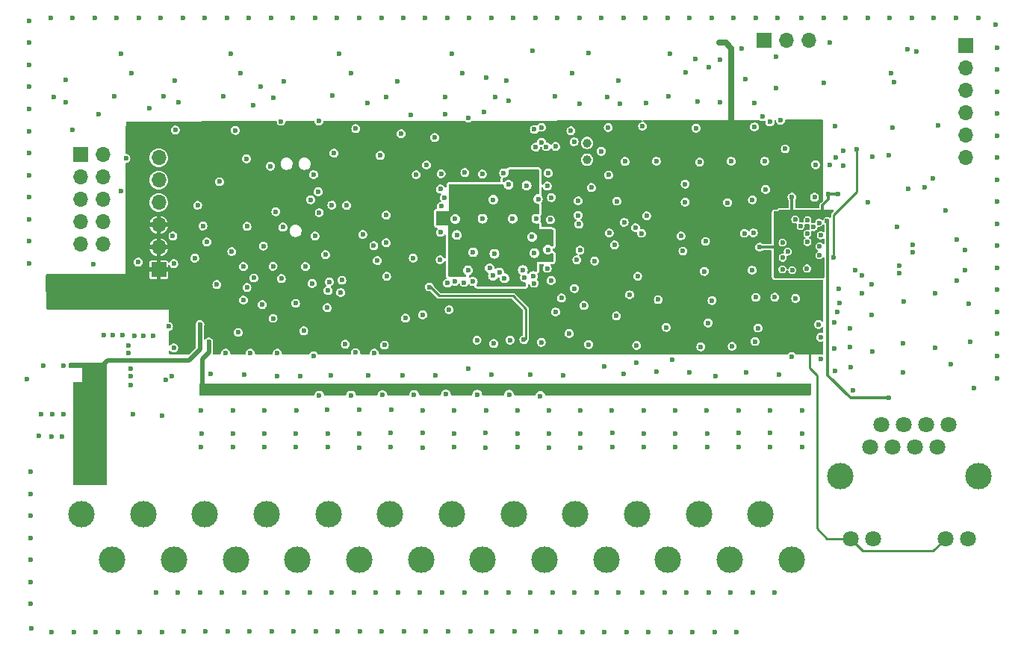
<source format=gbr>
%TF.GenerationSoftware,KiCad,Pcbnew,7.0.6-rc1-28-g32930319ea*%
%TF.CreationDate,2023-06-30T09:32:51+03:00*%
%TF.ProjectId,serial_io_expander,73657269-616c-45f6-996f-5f657870616e,rev?*%
%TF.SameCoordinates,Original*%
%TF.FileFunction,Copper,L3,Inr*%
%TF.FilePolarity,Positive*%
%FSLAX46Y46*%
G04 Gerber Fmt 4.6, Leading zero omitted, Abs format (unit mm)*
G04 Created by KiCad (PCBNEW 7.0.6-rc1-28-g32930319ea) date 2023-06-30 09:32:51*
%MOMM*%
%LPD*%
G01*
G04 APERTURE LIST*
%TA.AperFunction,ComponentPad*%
%ADD10C,1.800000*%
%TD*%
%TA.AperFunction,ComponentPad*%
%ADD11C,3.000000*%
%TD*%
%TA.AperFunction,ComponentPad*%
%ADD12R,1.700000X1.700000*%
%TD*%
%TA.AperFunction,ComponentPad*%
%ADD13O,1.700000X1.700000*%
%TD*%
%TA.AperFunction,ComponentPad*%
%ADD14C,1.000000*%
%TD*%
%TA.AperFunction,ViaPad*%
%ADD15C,0.600000*%
%TD*%
%TA.AperFunction,Conductor*%
%ADD16C,0.700000*%
%TD*%
%TA.AperFunction,Conductor*%
%ADD17C,0.254000*%
%TD*%
%TA.AperFunction,Conductor*%
%ADD18C,0.500000*%
%TD*%
%TA.AperFunction,Conductor*%
%ADD19C,0.300000*%
%TD*%
G04 APERTURE END LIST*
D10*
%TO.N,/Ethernet/TX_P*%
%TO.C,J5*%
X162730000Y-120450000D03*
%TO.N,/Ethernet/TX_N*%
X164000000Y-117910000D03*
%TO.N,/Ethernet/RX_P*%
X165270000Y-120450000D03*
%TO.N,/Ethernet/+W6100_3V3_A*%
X166540000Y-117910000D03*
X167810000Y-120450000D03*
%TO.N,/Ethernet/RX_N*%
X169080000Y-117910000D03*
%TO.N,unconnected-(J5-NC-Pad7)*%
X170350000Y-120450000D03*
D11*
%TO.N,Net-(J5-SHIELD)*%
X159325000Y-123750000D03*
D10*
X171620000Y-117910000D03*
D11*
X175025000Y-123750000D03*
D10*
%TO.N,+3.3V*%
X160500000Y-130860000D03*
%TO.N,Net-(J5-Pad10)*%
X163040000Y-130860000D03*
%TO.N,+3.3V*%
X171310000Y-130860000D03*
%TO.N,Net-(J5-Pad12)*%
X173850000Y-130860000D03*
%TD*%
D12*
%TO.N,+3.3V*%
%TO.C,J4*%
X82100000Y-100360000D03*
D13*
X82100000Y-97820000D03*
X82100000Y-95280000D03*
%TO.N,GND*%
X82100000Y-92740000D03*
X82100000Y-90200000D03*
X82100000Y-87660000D03*
%TD*%
D11*
%TO.N,/digital_inputs/IN20*%
%TO.C,J1*%
X153825000Y-133300000D03*
%TO.N,/digital_inputs/IN19*%
X150325000Y-128100000D03*
%TO.N,/digital_inputs/IN18*%
X146825000Y-133300000D03*
%TO.N,/digital_inputs/IN17*%
X143325000Y-128100000D03*
%TO.N,/digital_inputs/IN16*%
X139825000Y-133300000D03*
%TO.N,/digital_inputs/IN15*%
X136325000Y-128100000D03*
%TO.N,/digital_inputs/IN14*%
X132825000Y-133300000D03*
%TO.N,/digital_inputs/IN13*%
X129325000Y-128100000D03*
%TO.N,/digital_inputs/IN12*%
X125825000Y-133300000D03*
%TO.N,/digital_inputs/IN11*%
X122325000Y-128100000D03*
%TO.N,/digital_inputs/IN10*%
X118825000Y-133300000D03*
%TO.N,/digital_inputs/IN9*%
X115325000Y-128100000D03*
%TO.N,/digital_inputs/IN8*%
X111825000Y-133300000D03*
%TO.N,/digital_inputs/IN7*%
X108325000Y-128100000D03*
%TO.N,/digital_inputs/IN6*%
X104825000Y-133300000D03*
%TO.N,/digital_inputs/IN5*%
X101325000Y-128100000D03*
%TO.N,/digital_inputs/IN4*%
X97825000Y-133300000D03*
%TO.N,/digital_inputs/IN3*%
X94325000Y-128100000D03*
%TO.N,/digital_inputs/IN2*%
X90825000Y-133300000D03*
%TO.N,/digital_inputs/IN1*%
X87325000Y-128100000D03*
%TO.N,/SERIAL_TX*%
X83825000Y-133300000D03*
%TO.N,/SERIAL_RX*%
X80325000Y-128100000D03*
%TO.N,GND*%
X76825000Y-133300000D03*
%TO.N,/+PWR*%
X73325000Y-128100000D03*
%TD*%
D12*
%TO.N,+3.3V*%
%TO.C,J6*%
X73285000Y-87270000D03*
D13*
%TO.N,/mcu/SWDIO{slash}TMS*%
X75825000Y-87270000D03*
%TO.N,GND*%
X73285000Y-89810000D03*
%TO.N,/mcu/SWCLK{slash}TCK*%
X75825000Y-89810000D03*
%TO.N,GND*%
X73285000Y-92350000D03*
%TO.N,/mcu/SWO{slash}TDO*%
X75825000Y-92350000D03*
%TO.N,unconnected-(J6-KEY-Pad7)*%
X73285000Y-94890000D03*
%TO.N,/mcu/TDI*%
X75825000Y-94890000D03*
%TO.N,GND*%
X73285000Y-97430000D03*
%TO.N,/mcu/RESET*%
X75825000Y-97430000D03*
%TD*%
D14*
%TO.N,/mcu/XOUT32*%
%TO.C,Y1*%
X130650000Y-87900000D03*
%TO.N,/mcu/XIN32*%
X130650000Y-86000000D03*
%TD*%
D12*
%TO.N,GND*%
%TO.C,J2*%
X150700000Y-74350000D03*
D13*
%TO.N,/mcu/DEBUG_RX*%
X153240000Y-74350000D03*
%TO.N,/mcu/DEBUG_TX*%
X155780000Y-74350000D03*
%TD*%
D12*
%TO.N,/mcu/TWI_SDA*%
%TO.C,J3*%
X173570000Y-74960000D03*
D13*
%TO.N,/mcu/TWI_SCL*%
X173570000Y-77500000D03*
%TO.N,GND*%
X173570000Y-80040000D03*
%TO.N,unconnected-(J3-Pin_4-Pad4)*%
X173570000Y-82580000D03*
%TO.N,unconnected-(J3-Pin_5-Pad5)*%
X173570000Y-85120000D03*
%TO.N,unconnected-(J3-Pin_6-Pad6)*%
X173570000Y-87660000D03*
%TD*%
D15*
%TO.N,GND*%
X91705000Y-100010000D03*
X136380000Y-101110000D03*
X129930000Y-116335000D03*
X67380000Y-79635000D03*
X82455000Y-141460000D03*
X101005000Y-98660000D03*
X83805000Y-109235000D03*
X119175000Y-118900000D03*
X147105000Y-109060000D03*
X67380000Y-74635000D03*
X67555000Y-138285000D03*
X129180000Y-85860000D03*
X99905000Y-141435000D03*
X97330000Y-71835000D03*
X159690000Y-86850000D03*
X126325000Y-120550000D03*
X161800000Y-101040000D03*
X143405000Y-88160000D03*
X144180000Y-116335000D03*
X88980000Y-90385000D03*
X104905000Y-141435000D03*
X133500000Y-118900000D03*
X152430000Y-112310000D03*
X153130000Y-86660000D03*
X113455000Y-112335000D03*
X95380000Y-93785000D03*
X115905000Y-96435000D03*
X174980000Y-71835000D03*
X167480000Y-71835000D03*
X90230000Y-75910000D03*
X127980000Y-112360000D03*
X177130000Y-80160000D03*
X69830000Y-71835000D03*
X101250000Y-120525000D03*
X84905000Y-141435000D03*
X127080000Y-86385000D03*
X67380000Y-87135000D03*
X114830000Y-101890000D03*
X92105000Y-95460000D03*
X81780000Y-137035000D03*
X111730000Y-137010000D03*
X126350000Y-118975000D03*
X129230000Y-102510000D03*
X125480000Y-84210000D03*
X177130000Y-100160000D03*
X78940000Y-113490000D03*
X122750000Y-118950000D03*
X92105000Y-102385000D03*
X122800000Y-120525000D03*
X92055000Y-87785000D03*
X149630000Y-84160000D03*
X117405000Y-141435000D03*
X160430000Y-107060000D03*
X112405000Y-141435000D03*
X105805000Y-112385000D03*
X71580000Y-81385000D03*
X124405000Y-96635000D03*
X158140000Y-88520000D03*
X67555000Y-123285000D03*
X166440000Y-111990000D03*
X128630000Y-107610000D03*
X79200000Y-116725000D03*
X130305000Y-104435000D03*
X101205000Y-104685000D03*
X83220000Y-106810000D03*
X165830000Y-95500000D03*
X110060000Y-105870000D03*
X171330000Y-93635000D03*
X77455000Y-141460000D03*
X134780000Y-71810000D03*
X177130000Y-75160000D03*
X107940000Y-101120000D03*
X156960000Y-95050000D03*
X82450000Y-116900000D03*
X155630000Y-97235000D03*
X119230000Y-78560000D03*
X138530000Y-111960000D03*
X138505000Y-88060000D03*
X103870000Y-78030000D03*
X114905000Y-141435000D03*
X138730000Y-103760000D03*
X104830000Y-116260000D03*
X67380000Y-72135000D03*
X144440000Y-77350000D03*
X157480000Y-71835000D03*
X132280000Y-71810000D03*
X104425000Y-109775000D03*
X156570000Y-88460000D03*
X144780000Y-71810000D03*
X173930000Y-104260000D03*
X94100000Y-119000000D03*
X144830000Y-103860000D03*
X129780000Y-71810000D03*
X141530000Y-98260000D03*
X151425000Y-118900000D03*
X100255000Y-83510000D03*
X115600000Y-120500000D03*
X119905000Y-141435000D03*
X117155000Y-100435000D03*
X103250000Y-108825000D03*
X69990000Y-116770000D03*
X127000000Y-80720000D03*
X77020000Y-80690000D03*
X99320000Y-92430000D03*
X173490000Y-98110000D03*
X110630000Y-82810000D03*
X121730000Y-137010000D03*
X107205000Y-87410000D03*
X124905000Y-141435000D03*
X95555000Y-109835000D03*
X136280000Y-110960000D03*
X89905000Y-141435000D03*
X68730000Y-116780000D03*
X94830000Y-71835000D03*
X109905000Y-141435000D03*
X127755000Y-103585000D03*
X74955000Y-141460000D03*
X114000000Y-99240000D03*
X133980000Y-105610000D03*
X150030000Y-106985000D03*
X83805000Y-99685000D03*
X162530000Y-92720000D03*
X126730000Y-137010000D03*
X67380000Y-82135000D03*
X104830000Y-71835000D03*
X143555000Y-109110000D03*
X86880000Y-116310000D03*
X69970000Y-119270000D03*
X162955000Y-109635000D03*
X152800000Y-100330000D03*
X140080000Y-75860000D03*
X143005000Y-84310000D03*
X112025000Y-118850000D03*
X132280000Y-86935000D03*
X108425000Y-120525000D03*
X147280000Y-71810000D03*
X149780000Y-103510000D03*
X95055000Y-105885000D03*
X124480000Y-75510000D03*
X157455000Y-79210000D03*
X119230000Y-116335000D03*
X94055000Y-116310000D03*
X114105000Y-89485000D03*
X156990000Y-98740000D03*
X143180000Y-81310000D03*
X72455000Y-141460000D03*
X125455000Y-108610000D03*
X67555000Y-128285000D03*
X136930000Y-137035000D03*
X149348750Y-100421250D03*
X137280000Y-71810000D03*
X114780000Y-71810000D03*
X128830000Y-84610000D03*
X115600000Y-118975000D03*
X78000000Y-107820000D03*
X102580000Y-75860000D03*
X136830000Y-96235000D03*
X90500000Y-118975000D03*
X127080000Y-105160000D03*
X135105000Y-141460000D03*
X134040000Y-92590000D03*
X115580000Y-116310000D03*
X67555000Y-135785000D03*
X86925000Y-118975000D03*
X102855000Y-101560000D03*
X155030000Y-116310000D03*
X92330000Y-71835000D03*
X145255000Y-112460000D03*
X144380000Y-106410000D03*
X77855000Y-91410000D03*
X92880000Y-101310000D03*
X142605000Y-141460000D03*
X110955000Y-99060000D03*
X115330000Y-75910000D03*
X129900000Y-120550000D03*
X140280000Y-110560000D03*
X95980000Y-83535000D03*
X109580000Y-84935000D03*
X96730000Y-137010000D03*
X87555000Y-97210000D03*
X90480000Y-116335000D03*
X117730000Y-98385000D03*
X132605000Y-141460000D03*
X83980000Y-84510000D03*
X158755000Y-111860000D03*
X147605000Y-141460000D03*
X142280000Y-71810000D03*
X134955000Y-88085000D03*
X160505000Y-111410000D03*
X159180000Y-102510000D03*
X67380000Y-94635000D03*
X152105000Y-76210000D03*
X106480000Y-97660000D03*
X79830000Y-71835000D03*
X129925000Y-118950000D03*
X136955000Y-84085000D03*
X91400000Y-78040000D03*
X71300000Y-111250000D03*
X151940000Y-103490000D03*
X75280000Y-82710000D03*
X177130000Y-97660000D03*
X150900000Y-91270000D03*
X137075000Y-120500000D03*
X126155000Y-90885000D03*
X89830000Y-71835000D03*
X118170000Y-108370000D03*
X124905000Y-94585000D03*
X124780000Y-71810000D03*
X67380000Y-97135000D03*
X139780000Y-71810000D03*
X67380000Y-99635000D03*
X104825000Y-120550000D03*
X177130000Y-102660000D03*
X164980000Y-71835000D03*
X160805000Y-114085000D03*
X130830000Y-108860000D03*
X162480000Y-71835000D03*
X151930000Y-137035000D03*
X67555000Y-133285000D03*
X83705000Y-96535000D03*
X139430000Y-137035000D03*
X82330000Y-71835000D03*
X167080000Y-91160000D03*
X112005000Y-116310000D03*
X87105000Y-95410000D03*
X126230000Y-98110000D03*
X95555000Y-112460000D03*
X104230000Y-137010000D03*
X71530000Y-78830000D03*
X86900000Y-120450000D03*
X159230000Y-104135000D03*
X98130000Y-112435000D03*
X158755000Y-84085000D03*
X134355000Y-81560000D03*
X137080000Y-116335000D03*
X74830000Y-71835000D03*
X78980000Y-78070000D03*
X105230000Y-96360000D03*
X177130000Y-90160000D03*
X144080000Y-97160000D03*
X69955000Y-141460000D03*
X157150000Y-96470000D03*
X177130000Y-92660000D03*
X145705000Y-81385000D03*
X97650000Y-120475000D03*
X97405000Y-141435000D03*
X114590000Y-80810000D03*
X93630000Y-79560000D03*
X176930000Y-72535000D03*
X144430000Y-137035000D03*
X165430000Y-79085000D03*
X119780000Y-71810000D03*
X78940000Y-111630000D03*
X118930000Y-82510000D03*
X114055000Y-96135000D03*
X81420000Y-107840000D03*
X107330000Y-71835000D03*
X86780000Y-137035000D03*
X101730000Y-137010000D03*
X139890000Y-80660000D03*
X165280000Y-84285000D03*
X98530000Y-107310000D03*
X76860000Y-107800000D03*
X89420000Y-80680000D03*
X114605000Y-82710000D03*
X140675000Y-120475000D03*
X109230000Y-137010000D03*
X149505000Y-96185000D03*
X87330000Y-71835000D03*
X159655000Y-88535000D03*
X107675000Y-108925000D03*
X141780000Y-92710000D03*
X119175000Y-120575000D03*
X152580000Y-83410000D03*
X131530000Y-99385000D03*
X101250000Y-118950000D03*
X156436102Y-92153898D03*
X77780000Y-75910000D03*
X125130000Y-92360000D03*
X106550000Y-109825000D03*
X162880000Y-102035000D03*
X130830000Y-75760000D03*
X166530000Y-104010000D03*
X169980000Y-71835000D03*
X148180000Y-75235000D03*
X157020000Y-97740000D03*
X119855000Y-112260000D03*
X101230000Y-116260000D03*
X174055000Y-108560000D03*
X126620000Y-92180000D03*
X67380000Y-84635000D03*
X81030000Y-82060000D03*
X99805000Y-96535000D03*
X153855000Y-110210000D03*
X148630000Y-78760000D03*
X139630000Y-106910000D03*
X78660000Y-108950000D03*
X86505000Y-93060000D03*
X83890000Y-78890000D03*
X67380000Y-77135000D03*
X67380000Y-92135000D03*
X93955000Y-97685000D03*
X107405000Y-141435000D03*
X92405000Y-141435000D03*
X94230000Y-137010000D03*
X119230000Y-137010000D03*
X171870000Y-111080000D03*
X126330000Y-116310000D03*
X109705000Y-112335000D03*
X133755000Y-97560000D03*
X121780000Y-81160000D03*
X86180000Y-99060000D03*
X67555000Y-125785000D03*
X120005000Y-92435000D03*
X87405000Y-141435000D03*
X79360000Y-107840000D03*
X67380000Y-89635000D03*
X117230000Y-111610000D03*
X101430000Y-101760000D03*
X95055000Y-99985000D03*
X154300000Y-103630000D03*
X116730000Y-137010000D03*
X157130000Y-108035000D03*
X146580000Y-92760000D03*
X129730000Y-95210000D03*
X91780000Y-137035000D03*
X82670000Y-80720000D03*
X72280000Y-84510000D03*
X155000000Y-118925000D03*
X155640000Y-94750000D03*
X87955000Y-112210000D03*
X84830000Y-71835000D03*
X155580000Y-100230000D03*
X90380000Y-98310000D03*
X106880000Y-99335000D03*
X141780000Y-90660000D03*
X112000000Y-120550000D03*
X96005000Y-101385000D03*
X144250000Y-118975000D03*
X129830000Y-81560000D03*
X151430000Y-116335000D03*
X79780000Y-99510000D03*
X78930000Y-112480000D03*
X102730000Y-102960000D03*
X109830000Y-71835000D03*
X120155000Y-98560000D03*
X131730000Y-137010000D03*
X177130000Y-105160000D03*
X177130000Y-107660000D03*
X163030000Y-87520000D03*
X130105000Y-141460000D03*
X127605000Y-141460000D03*
X89680000Y-109835000D03*
X90780000Y-84560000D03*
X143930000Y-100560000D03*
X174480000Y-113810000D03*
X149430000Y-137035000D03*
X168950000Y-90990000D03*
X101955000Y-87135000D03*
X133060000Y-84240000D03*
X99660000Y-89580000D03*
X145755000Y-76510000D03*
X149705000Y-108510000D03*
X149400000Y-92440000D03*
X148480000Y-96235000D03*
X146930000Y-137035000D03*
X172480000Y-71835000D03*
X123805000Y-90835000D03*
X112280000Y-71810000D03*
X92480000Y-109835000D03*
X167980000Y-75585000D03*
X140605000Y-116335000D03*
X112010000Y-105490000D03*
X124680000Y-84460000D03*
X101605000Y-112385000D03*
X97680000Y-116310000D03*
X141290000Y-96530000D03*
X68540000Y-119250000D03*
X102405000Y-141435000D03*
X177130000Y-87660000D03*
X118805000Y-94585000D03*
X134230000Y-137010000D03*
X162880000Y-105460000D03*
X135480000Y-103210000D03*
X109190000Y-78980000D03*
X141930000Y-137035000D03*
X77330000Y-71835000D03*
X80390000Y-107830000D03*
X115705000Y-94610000D03*
X99480000Y-101935000D03*
X134830000Y-112210000D03*
X107890000Y-94170000D03*
X113380000Y-85385000D03*
X88680000Y-102060000D03*
X70220000Y-80770000D03*
X172555000Y-96935000D03*
X147825000Y-118900000D03*
X67555000Y-130785000D03*
X152105000Y-79785000D03*
X170080000Y-103010000D03*
X99830000Y-71835000D03*
X148705000Y-112010000D03*
X142280000Y-112010000D03*
X99655000Y-110135000D03*
X153920000Y-100420000D03*
X124230000Y-137010000D03*
X169830000Y-90035000D03*
X144250000Y-120500000D03*
X68990000Y-111260000D03*
X133170000Y-96190000D03*
X115030000Y-104910000D03*
X128970000Y-78060000D03*
X122205000Y-94585000D03*
X155620000Y-96280000D03*
X124255000Y-112260000D03*
X90500000Y-120450000D03*
X152280000Y-71810000D03*
X177130000Y-110160000D03*
X140650000Y-118925000D03*
X164830000Y-87360000D03*
X84355000Y-81410000D03*
X133100000Y-89620000D03*
X173470000Y-100380000D03*
X96180000Y-95535000D03*
X132930000Y-80770000D03*
X177130000Y-95160000D03*
X94905000Y-141435000D03*
X170405000Y-83985000D03*
X93830000Y-104335000D03*
X172605000Y-101585000D03*
X170130000Y-109260000D03*
X95110000Y-80860000D03*
X133455000Y-116310000D03*
X177130000Y-112660000D03*
X127280000Y-71810000D03*
X102330000Y-71835000D03*
X71290000Y-116770000D03*
X147825000Y-120500000D03*
X121920000Y-108350000D03*
X120200000Y-80770000D03*
X145105000Y-141460000D03*
X117180000Y-83160000D03*
X122405000Y-141435000D03*
X137605000Y-141460000D03*
X117280000Y-71810000D03*
X121490000Y-78950000D03*
X161830000Y-103060000D03*
X137100000Y-118975000D03*
X134230000Y-78880000D03*
X151425000Y-120525000D03*
X142955000Y-76435000D03*
X126570000Y-101600000D03*
X140105000Y-141460000D03*
X121200000Y-89375000D03*
X91105000Y-107485000D03*
X96300000Y-79010000D03*
X108480000Y-116285000D03*
X72330000Y-71835000D03*
X177130000Y-82660000D03*
X89280000Y-137035000D03*
X120080000Y-108750000D03*
X105730000Y-81460000D03*
X177130000Y-77660000D03*
X94075000Y-120500000D03*
X161040000Y-100390000D03*
X137305000Y-81460000D03*
X158130000Y-74560000D03*
X78650000Y-109830000D03*
X147830000Y-116335000D03*
X133500000Y-120525000D03*
X124680000Y-98485000D03*
X108425000Y-118900000D03*
X92805000Y-81735000D03*
X177130000Y-85160000D03*
X104850000Y-118950000D03*
X106730000Y-137010000D03*
X98730000Y-100010000D03*
X114230000Y-137010000D03*
X160430000Y-109110000D03*
X159980000Y-71835000D03*
X154980000Y-71835000D03*
X71150000Y-119270000D03*
X116550000Y-78060000D03*
X157130000Y-110460000D03*
X112455000Y-88485000D03*
X97650000Y-118950000D03*
X97605000Y-104185000D03*
X122755000Y-116335000D03*
X146980000Y-88060000D03*
X122280000Y-71810000D03*
X75880000Y-107790000D03*
X132630000Y-111310000D03*
X104430000Y-84360000D03*
X166505000Y-108685000D03*
X84280000Y-137035000D03*
X158855000Y-87660000D03*
X149605000Y-81460000D03*
X149780000Y-71810000D03*
X79955000Y-141460000D03*
X91705000Y-103810000D03*
X99230000Y-137010000D03*
X150780000Y-88060000D03*
X129230000Y-137010000D03*
X107880000Y-97310000D03*
X155025000Y-120500000D03*
X67680000Y-141060000D03*
X101820000Y-80650500D03*
X141810000Y-78010000D03*
X158705000Y-106360000D03*
X136280000Y-108960000D03*
X116790000Y-89360000D03*
X107880000Y-80820000D03*
X126130000Y-100210000D03*
X91780000Y-112235000D03*
X158705000Y-109285000D03*
X74705000Y-99785000D03*
X78380000Y-87735000D03*
%TO.N,+3.3V*%
X67170000Y-112800000D03*
X114260000Y-97230000D03*
X139120000Y-90780000D03*
X147700000Y-99820000D03*
X80425000Y-102950000D03*
X145630000Y-74610000D03*
X79550000Y-102950000D03*
X81300000Y-102950000D03*
X103205000Y-106910000D03*
X127970000Y-88990000D03*
X76925000Y-102950000D03*
X100950000Y-96550000D03*
X151190000Y-100950000D03*
X107805000Y-106960000D03*
X113930000Y-104710000D03*
X118360000Y-104850000D03*
X152060000Y-93280000D03*
X76050000Y-102950000D03*
X139440000Y-98130000D03*
X77800000Y-102950000D03*
X152930000Y-106010000D03*
X152900000Y-87710000D03*
X106545000Y-106000000D03*
X146360000Y-74600000D03*
X117180000Y-86620000D03*
X83300000Y-103400000D03*
X111250000Y-100830000D03*
X129330000Y-101200000D03*
X104465000Y-105980000D03*
%TO.N,+VIN*%
X73430000Y-116560000D03*
X73890000Y-111390000D03*
X73870000Y-113160000D03*
X73910000Y-112220000D03*
X75360000Y-116560000D03*
X75380000Y-119380000D03*
X74395000Y-116560000D03*
X73730000Y-121760000D03*
X73730000Y-124460000D03*
X72730000Y-121710000D03*
X74680000Y-124460000D03*
X74680000Y-123310000D03*
X74415000Y-119380000D03*
X74580000Y-122160000D03*
X72830000Y-124460000D03*
X86760000Y-106580000D03*
X73450000Y-119380000D03*
%TO.N,/mcu/TWI_SDA*%
X166955000Y-75335000D03*
X118780000Y-89510000D03*
%TO.N,/mcu/TWI_SCL*%
X124830000Y-86460000D03*
X165155000Y-78085000D03*
%TO.N,/mcu/TDI*%
X100175000Y-91525000D03*
X126270000Y-89400000D03*
%TO.N,/mcu/SWO{slash}TDO*%
X111290000Y-89585500D03*
X94772710Y-88636528D03*
%TO.N,/mcu/SWDIO{slash}TMS*%
X114050000Y-91220000D03*
X101725000Y-93050000D03*
%TO.N,/mcu/SWCLK{slash}TCK*%
X114150000Y-93170000D03*
X103400000Y-93075000D03*
%TO.N,/mcu/RESET*%
X121750000Y-90725000D03*
X100300000Y-93900000D03*
%TO.N,/mcu/MCU_TX*%
X117710000Y-101720000D03*
X83580000Y-112420000D03*
%TO.N,/mcu/MCU_RX*%
X116720000Y-101820000D03*
X82870000Y-112850000D03*
%TO.N,/mcu/MCU Supply/+VDDPLL*%
X112800000Y-102330000D03*
X123490000Y-108310000D03*
%TO.N,/mcu/MCU Supply/+VDDCORE*%
X113875000Y-94200000D03*
X123800000Y-89375000D03*
X118900000Y-101850000D03*
X122100000Y-101875000D03*
X126500000Y-96700000D03*
%TO.N,/mcu/ERASE*%
X114470000Y-92210000D03*
%TO.N,/mcu/DEBUG_TX*%
X126034587Y-86414170D03*
X151380000Y-83610000D03*
%TO.N,/mcu/DEBUG_RX*%
X150530000Y-83010000D03*
X125480000Y-85910000D03*
%TO.N,/digital_inputs/input1/PULLUP*%
X155220000Y-114290000D03*
X115760000Y-114230000D03*
X148020000Y-114270000D03*
X112170000Y-114230000D03*
X144480000Y-114270000D03*
X126520000Y-114230000D03*
X87080000Y-114260000D03*
X133710000Y-114230000D03*
X140870000Y-114250000D03*
X122920000Y-114230000D03*
X130100000Y-114240000D03*
X105010000Y-114250000D03*
X151620000Y-114290000D03*
X119340000Y-114230000D03*
X101440000Y-114250000D03*
X94250000Y-114270000D03*
X97850000Y-114260000D03*
X108610000Y-114250000D03*
X90660000Y-114270000D03*
X87770000Y-108560000D03*
X137280000Y-114230000D03*
%TO.N,/digital_inputs/COLLECTOR9*%
X114650000Y-114500000D03*
X123370000Y-100410000D03*
%TO.N,/digital_inputs/COLLECTOR8*%
X111050000Y-114550000D03*
X121280000Y-101340000D03*
%TO.N,/digital_inputs/COLLECTOR7*%
X120710000Y-100670000D03*
X107450000Y-114600000D03*
%TO.N,/digital_inputs/COLLECTOR6*%
X103900000Y-114650000D03*
X119975000Y-101050000D03*
%TO.N,/digital_inputs/COLLECTOR5*%
X119630000Y-100185000D03*
X100300000Y-114650000D03*
%TO.N,/digital_inputs/COLLECTOR12*%
X125350000Y-114700000D03*
X124650000Y-101910000D03*
%TO.N,/digital_inputs/COLLECTOR11*%
X121830000Y-114550000D03*
X124550000Y-101090000D03*
%TO.N,/digital_inputs/COLLECTOR10*%
X123570000Y-101250000D03*
X118200000Y-114550000D03*
%TO.N,/VIN_MEAS*%
X115650000Y-101710000D03*
X101290000Y-102740000D03*
%TO.N,/Ethernet/WIZ_MOSI*%
X134855000Y-95000000D03*
X129850000Y-98150000D03*
X153401250Y-98303750D03*
%TO.N,/Ethernet/WIZ_MISO*%
X137405000Y-94250000D03*
X152831250Y-99013750D03*
X129620000Y-94200000D03*
%TO.N,/Ethernet/WIZ_DUPLEX_MODE*%
X131150000Y-91050000D03*
X129650000Y-92550000D03*
%TO.N,/Ethernet/WIZ_COL_DET*%
X154251250Y-94658750D03*
X126500000Y-94700000D03*
%TO.N,/Ethernet/WIZ_CLK*%
X152811250Y-97293750D03*
X129500000Y-99250000D03*
X136155000Y-95600000D03*
%TO.N,/Ethernet/TX_P*%
X166060000Y-99880000D03*
%TO.N,/Ethernet/TX_N*%
X166060000Y-100790000D03*
%TO.N,/Ethernet/RX_P*%
X167600000Y-97530000D03*
%TO.N,/Ethernet/RX_N*%
X167610000Y-98410000D03*
%TO.N,/Ethernet/ETH_LNK*%
X159026250Y-105158750D03*
X156320000Y-95540000D03*
%TO.N,/Ethernet/ETH_ACT*%
X154860000Y-95420000D03*
X156890000Y-106580000D03*
%TO.N,/Ethernet/+W6100_3V3_A*%
X157870000Y-94850000D03*
X164890000Y-114940000D03*
%TO.N,/Ethernet/+W6100_1V2_D*%
X159080000Y-91760000D03*
X150220000Y-97800000D03*
X153890000Y-92130000D03*
X158040000Y-91760000D03*
X157130000Y-99800000D03*
%TO.N,/Ethernet/+W6100_1V2_A*%
X161210000Y-86740000D03*
X158581250Y-98978750D03*
%TD*%
D16*
%TO.N,+3.3V*%
X146350000Y-74610000D02*
X146360000Y-74600000D01*
X146380000Y-74600000D02*
X147030000Y-75250000D01*
D17*
X169890000Y-132280000D02*
X161920000Y-132280000D01*
X155880000Y-111510000D02*
X155880000Y-108100000D01*
X156690000Y-112320000D02*
X155880000Y-111510000D01*
D16*
X147030000Y-75250000D02*
X147030000Y-84000000D01*
D17*
X171310000Y-130860000D02*
X169890000Y-132280000D01*
D16*
X145630000Y-74610000D02*
X146350000Y-74610000D01*
X146360000Y-74600000D02*
X146380000Y-74600000D01*
D17*
X157800000Y-130860000D02*
X156690000Y-129750000D01*
X161920000Y-132280000D02*
X160500000Y-130860000D01*
X156690000Y-129750000D02*
X156690000Y-112320000D01*
X160500000Y-130860000D02*
X157800000Y-130860000D01*
D18*
%TO.N,+VIN*%
X86760000Y-109410000D02*
X85485000Y-110685000D01*
X85485000Y-110685000D02*
X77480000Y-110685000D01*
X86760000Y-109410000D02*
X86760000Y-106580000D01*
X77480000Y-110685000D02*
X76265000Y-110685000D01*
X76265000Y-110685000D02*
X75620000Y-111330000D01*
D17*
%TO.N,/mcu/MCU Supply/+VDDPLL*%
X113880000Y-103340000D02*
X112940000Y-102400000D01*
X122240000Y-103340000D02*
X113880000Y-103340000D01*
X123720000Y-104820000D02*
X122240000Y-103340000D01*
X123720000Y-108200000D02*
X123720000Y-104820000D01*
D18*
%TO.N,/digital_inputs/input1/PULLUP*%
X87770000Y-108560000D02*
X87770000Y-109750000D01*
X87070000Y-113640000D02*
X155820000Y-113640000D01*
X87770000Y-109750000D02*
X87010000Y-110510000D01*
X87010000Y-113580000D02*
X87070000Y-113640000D01*
X87010000Y-110510000D02*
X87010000Y-113580000D01*
D19*
%TO.N,/Ethernet/+W6100_3V3_A*%
X164890000Y-114940000D02*
X160500000Y-114940000D01*
X157880000Y-112320000D02*
X157880000Y-94860000D01*
X160500000Y-114940000D02*
X157880000Y-112320000D01*
X157880000Y-94860000D02*
X157870000Y-94850000D01*
%TO.N,/Ethernet/+W6100_1V2_D*%
X153890000Y-92130000D02*
X153890000Y-93460000D01*
X153500000Y-93850000D02*
X153500000Y-94990000D01*
X157350000Y-93080000D02*
X158040000Y-92390000D01*
X153890000Y-93460000D02*
X153890000Y-93720000D01*
X158040000Y-92390000D02*
X158040000Y-91760000D01*
D17*
X150220000Y-97800000D02*
X150240000Y-97820000D01*
D19*
X157350000Y-94280000D02*
X157350000Y-93080000D01*
X159080000Y-91760000D02*
X158040000Y-91760000D01*
X150240000Y-97820000D02*
X152160000Y-97820000D01*
D17*
%TO.N,/Ethernet/+W6100_1V2_A*%
X161210000Y-86740000D02*
X161210000Y-91540000D01*
X161210000Y-91540000D02*
X158581250Y-94168750D01*
X158581250Y-94168750D02*
X158581250Y-98978750D01*
%TD*%
%TA.AperFunction,Conductor*%
%TO.N,+3.3V*%
G36*
X78305000Y-102335000D02*
G01*
X83225000Y-102172500D01*
X83233743Y-104875000D01*
X69472470Y-104875000D01*
X69405431Y-104855315D01*
X69359676Y-104802511D01*
X69348480Y-104752540D01*
X69301560Y-100975540D01*
X69320410Y-100908261D01*
X69372641Y-100861854D01*
X69425550Y-100850000D01*
X78305000Y-100850000D01*
X78305000Y-102335000D01*
G37*
%TD.AperFunction*%
%TD*%
%TA.AperFunction,Conductor*%
%TO.N,+VIN*%
G36*
X76183039Y-110969685D02*
G01*
X76228794Y-111022489D01*
X76240000Y-111074000D01*
X76240000Y-124706000D01*
X76220315Y-124773039D01*
X76167511Y-124818794D01*
X76116000Y-124830000D01*
X72524000Y-124830000D01*
X72456961Y-124810315D01*
X72411206Y-124757511D01*
X72400000Y-124706000D01*
X72400000Y-113224000D01*
X72419685Y-113156961D01*
X72472489Y-113111206D01*
X72524000Y-113100000D01*
X73450000Y-113100000D01*
X73450000Y-111500000D01*
X72024000Y-111500000D01*
X71956961Y-111480315D01*
X71911206Y-111427511D01*
X71900000Y-111376000D01*
X71900000Y-111074000D01*
X71919685Y-111006961D01*
X71972489Y-110961206D01*
X72024000Y-110950000D01*
X76116000Y-110950000D01*
X76183039Y-110969685D01*
G37*
%TD.AperFunction*%
%TD*%
%TA.AperFunction,Conductor*%
%TO.N,/mcu/MCU Supply/+VDDCORE*%
G36*
X125193039Y-89044685D02*
G01*
X125238794Y-89097489D01*
X125250000Y-89149000D01*
X125250000Y-91680750D01*
X125230315Y-91747789D01*
X125177511Y-91793544D01*
X125137858Y-91802170D01*
X125138058Y-91803689D01*
X124986291Y-91823670D01*
X124986287Y-91823671D01*
X124852377Y-91879137D01*
X124737379Y-91967379D01*
X124649137Y-92082377D01*
X124593671Y-92216287D01*
X124593670Y-92216291D01*
X124574750Y-92360000D01*
X124591552Y-92487625D01*
X124593670Y-92503708D01*
X124593671Y-92503712D01*
X124649137Y-92637622D01*
X124649138Y-92637624D01*
X124649139Y-92637625D01*
X124737379Y-92752621D01*
X124852375Y-92840861D01*
X124986291Y-92896330D01*
X125130000Y-92915250D01*
X125138059Y-92916311D01*
X125137744Y-92918698D01*
X125193039Y-92934935D01*
X125238794Y-92987739D01*
X125250000Y-93039250D01*
X125250000Y-93946468D01*
X125230315Y-94013507D01*
X125177511Y-94059262D01*
X125108353Y-94069206D01*
X125078549Y-94061030D01*
X125048709Y-94048670D01*
X124976854Y-94039210D01*
X124905001Y-94029750D01*
X124904999Y-94029750D01*
X124761291Y-94048670D01*
X124761287Y-94048671D01*
X124627377Y-94104137D01*
X124512379Y-94192379D01*
X124424137Y-94307377D01*
X124368671Y-94441287D01*
X124368670Y-94441291D01*
X124349750Y-94584999D01*
X124349750Y-94585000D01*
X124368670Y-94728708D01*
X124368671Y-94728712D01*
X124424137Y-94862622D01*
X124424138Y-94862624D01*
X124424139Y-94862625D01*
X124512379Y-94977621D01*
X124627375Y-95065861D01*
X124761291Y-95121330D01*
X124888280Y-95138048D01*
X124904999Y-95140250D01*
X124905000Y-95140250D01*
X124905001Y-95140250D01*
X124961777Y-95132775D01*
X125048709Y-95121330D01*
X125078550Y-95108969D01*
X125148016Y-95101501D01*
X125210495Y-95132775D01*
X125246148Y-95192864D01*
X125250000Y-95223530D01*
X125250000Y-95800000D01*
X126701000Y-95800000D01*
X126768039Y-95819685D01*
X126813794Y-95872489D01*
X126825000Y-95924000D01*
X126825000Y-97621223D01*
X126805315Y-97688262D01*
X126752511Y-97734017D01*
X126683353Y-97743961D01*
X126625513Y-97719599D01*
X126622622Y-97717381D01*
X126622621Y-97717379D01*
X126507625Y-97629139D01*
X126507624Y-97629138D01*
X126507622Y-97629137D01*
X126373712Y-97573671D01*
X126373710Y-97573670D01*
X126373709Y-97573670D01*
X126301854Y-97564210D01*
X126230001Y-97554750D01*
X126229999Y-97554750D01*
X126086291Y-97573670D01*
X126086287Y-97573671D01*
X125952377Y-97629137D01*
X125837379Y-97717379D01*
X125749137Y-97832377D01*
X125693671Y-97966287D01*
X125693670Y-97966291D01*
X125674750Y-98109999D01*
X125674750Y-98110000D01*
X125693670Y-98253708D01*
X125693671Y-98253712D01*
X125749137Y-98387622D01*
X125749138Y-98387624D01*
X125749139Y-98387625D01*
X125837379Y-98502621D01*
X125952375Y-98590861D01*
X126086291Y-98646330D01*
X126210039Y-98662622D01*
X126229999Y-98665250D01*
X126230000Y-98665250D01*
X126230001Y-98665250D01*
X126249961Y-98662622D01*
X126373709Y-98646330D01*
X126507625Y-98590861D01*
X126622621Y-98502621D01*
X126622622Y-98502618D01*
X126625513Y-98500401D01*
X126690682Y-98475206D01*
X126759127Y-98489244D01*
X126809117Y-98538057D01*
X126825000Y-98598776D01*
X126825000Y-99351000D01*
X126805315Y-99418039D01*
X126752511Y-99463794D01*
X126701000Y-99475000D01*
X124975000Y-99475000D01*
X124975000Y-100484604D01*
X124955315Y-100551643D01*
X124902511Y-100597398D01*
X124833353Y-100607342D01*
X124803549Y-100599166D01*
X124741273Y-100573371D01*
X124693709Y-100553670D01*
X124621854Y-100544210D01*
X124550001Y-100534750D01*
X124549999Y-100534750D01*
X124406291Y-100553670D01*
X124406287Y-100553671D01*
X124272377Y-100609137D01*
X124157376Y-100697381D01*
X124083414Y-100793770D01*
X124026986Y-100834973D01*
X123957240Y-100839127D01*
X123909546Y-100816653D01*
X123903971Y-100812375D01*
X123899937Y-100809279D01*
X123858739Y-100752848D01*
X123854590Y-100683102D01*
X123860871Y-100663458D01*
X123883371Y-100609137D01*
X123906330Y-100553709D01*
X123925250Y-100410000D01*
X123906330Y-100266291D01*
X123851398Y-100133671D01*
X123850862Y-100132377D01*
X123850861Y-100132376D01*
X123850861Y-100132375D01*
X123762621Y-100017379D01*
X123647625Y-99929139D01*
X123647624Y-99929138D01*
X123647622Y-99929137D01*
X123513712Y-99873671D01*
X123513710Y-99873670D01*
X123513709Y-99873670D01*
X123441854Y-99864210D01*
X123370001Y-99854750D01*
X123369999Y-99854750D01*
X123226291Y-99873670D01*
X123226287Y-99873671D01*
X123092377Y-99929137D01*
X122977379Y-100017379D01*
X122889137Y-100132377D01*
X122833671Y-100266287D01*
X122833670Y-100266291D01*
X122814750Y-100409999D01*
X122814750Y-100410000D01*
X122833670Y-100553708D01*
X122833671Y-100553712D01*
X122889137Y-100687622D01*
X122889138Y-100687624D01*
X122889139Y-100687625D01*
X122977379Y-100802621D01*
X123008937Y-100826836D01*
X123040054Y-100850714D01*
X123081257Y-100907142D01*
X123085411Y-100976888D01*
X123079129Y-100996540D01*
X123033670Y-101106291D01*
X123021822Y-101196287D01*
X123014750Y-101250000D01*
X123024969Y-101327623D01*
X123033670Y-101393708D01*
X123033671Y-101393712D01*
X123089137Y-101527622D01*
X123089138Y-101527624D01*
X123089139Y-101527625D01*
X123177379Y-101642621D01*
X123292375Y-101730861D01*
X123292376Y-101730861D01*
X123292377Y-101730862D01*
X123296624Y-101732621D01*
X123426291Y-101786330D01*
X123570000Y-101805250D01*
X123584814Y-101803299D01*
X123653846Y-101814063D01*
X123706103Y-101860441D01*
X123725000Y-101926238D01*
X123725000Y-102150877D01*
X123705315Y-102217916D01*
X123652511Y-102263671D01*
X123600878Y-102274877D01*
X118233506Y-102269580D01*
X118166486Y-102249829D01*
X118120783Y-102196980D01*
X118110908Y-102127812D01*
X118135250Y-102070097D01*
X118190861Y-101997625D01*
X118246330Y-101863709D01*
X118265250Y-101720000D01*
X118246330Y-101576291D01*
X118190963Y-101442621D01*
X118190862Y-101442377D01*
X118190861Y-101442376D01*
X118190861Y-101442375D01*
X118102621Y-101327379D01*
X117987625Y-101239139D01*
X117987624Y-101239138D01*
X117987622Y-101239137D01*
X117853712Y-101183671D01*
X117853710Y-101183670D01*
X117853709Y-101183670D01*
X117777753Y-101173670D01*
X117710001Y-101164750D01*
X117709999Y-101164750D01*
X117566293Y-101183669D01*
X117565279Y-101184089D01*
X117446312Y-101233366D01*
X117376843Y-101240834D01*
X117314364Y-101209558D01*
X117278712Y-101149469D01*
X117278266Y-101145984D01*
X117253441Y-101100761D01*
X117258270Y-101031058D01*
X117300016Y-100975031D01*
X117327087Y-100959575D01*
X117432625Y-100915861D01*
X117547621Y-100827621D01*
X117635861Y-100712625D01*
X117691330Y-100578709D01*
X117710250Y-100435000D01*
X117691330Y-100291291D01*
X117649018Y-100189139D01*
X117647304Y-100185000D01*
X119074750Y-100185000D01*
X119093670Y-100328708D01*
X119093671Y-100328712D01*
X119149137Y-100462622D01*
X119149138Y-100462624D01*
X119149139Y-100462625D01*
X119237379Y-100577621D01*
X119352375Y-100665861D01*
X119362368Y-100670000D01*
X119396475Y-100684128D01*
X119450879Y-100727969D01*
X119472944Y-100794263D01*
X119463585Y-100846139D01*
X119458930Y-100857379D01*
X119438669Y-100906293D01*
X119422244Y-101031058D01*
X119419750Y-101050000D01*
X119437403Y-101184089D01*
X119438670Y-101193708D01*
X119438671Y-101193712D01*
X119494137Y-101327622D01*
X119494138Y-101327623D01*
X119494139Y-101327625D01*
X119582379Y-101442621D01*
X119697375Y-101530861D01*
X119697376Y-101530861D01*
X119697377Y-101530862D01*
X119725173Y-101542375D01*
X119831291Y-101586330D01*
X119958280Y-101603048D01*
X119974999Y-101605250D01*
X119975000Y-101605250D01*
X119975001Y-101605250D01*
X119989977Y-101603278D01*
X120118709Y-101586330D01*
X120252625Y-101530861D01*
X120367621Y-101442621D01*
X120455861Y-101327625D01*
X120472803Y-101286720D01*
X120516642Y-101232319D01*
X120582936Y-101210253D01*
X120603535Y-101211233D01*
X120616937Y-101212997D01*
X120680830Y-101241262D01*
X120719302Y-101299585D01*
X120724750Y-101335936D01*
X120724750Y-101339999D01*
X120724750Y-101340000D01*
X120740048Y-101456201D01*
X120743670Y-101483708D01*
X120743671Y-101483712D01*
X120799137Y-101617622D01*
X120799138Y-101617624D01*
X120799139Y-101617625D01*
X120887379Y-101732621D01*
X121002375Y-101820861D01*
X121136291Y-101876330D01*
X121263280Y-101893048D01*
X121279999Y-101895250D01*
X121280000Y-101895250D01*
X121280001Y-101895250D01*
X121294977Y-101893278D01*
X121423709Y-101876330D01*
X121557625Y-101820861D01*
X121672621Y-101732621D01*
X121760861Y-101617625D01*
X121816330Y-101483709D01*
X121835250Y-101340000D01*
X121816330Y-101196291D01*
X121776761Y-101100761D01*
X121760862Y-101062377D01*
X121760861Y-101062376D01*
X121760861Y-101062375D01*
X121672621Y-100947379D01*
X121557625Y-100859139D01*
X121557624Y-100859138D01*
X121557622Y-100859137D01*
X121423712Y-100803671D01*
X121423710Y-100803670D01*
X121423709Y-100803670D01*
X121403833Y-100801053D01*
X121373063Y-100797002D01*
X121309167Y-100768735D01*
X121270697Y-100710410D01*
X121265250Y-100674063D01*
X121265250Y-100670000D01*
X121257237Y-100609137D01*
X121246330Y-100526291D01*
X121208516Y-100434999D01*
X121190862Y-100392377D01*
X121190861Y-100392376D01*
X121190861Y-100392375D01*
X121102621Y-100277379D01*
X120987625Y-100189139D01*
X120987624Y-100189138D01*
X120987622Y-100189137D01*
X120853712Y-100133671D01*
X120853710Y-100133670D01*
X120853709Y-100133670D01*
X120781854Y-100124210D01*
X120710001Y-100114750D01*
X120709999Y-100114750D01*
X120566291Y-100133670D01*
X120566287Y-100133671D01*
X120432376Y-100189138D01*
X120432374Y-100189139D01*
X120378810Y-100230240D01*
X120313640Y-100255434D01*
X120245195Y-100241395D01*
X120195206Y-100192581D01*
X120180385Y-100148049D01*
X120178321Y-100132375D01*
X120166330Y-100041291D01*
X120110861Y-99907375D01*
X120022621Y-99792379D01*
X119907625Y-99704139D01*
X119907624Y-99704138D01*
X119907622Y-99704137D01*
X119773712Y-99648671D01*
X119773710Y-99648670D01*
X119773709Y-99648670D01*
X119701854Y-99639210D01*
X119630001Y-99629750D01*
X119629999Y-99629750D01*
X119486291Y-99648670D01*
X119486287Y-99648671D01*
X119352377Y-99704137D01*
X119237379Y-99792379D01*
X119149137Y-99907377D01*
X119093671Y-100041287D01*
X119093670Y-100041291D01*
X119074750Y-100184999D01*
X119074750Y-100185000D01*
X117647304Y-100185000D01*
X117635862Y-100157377D01*
X117635861Y-100157376D01*
X117635861Y-100157375D01*
X117547621Y-100042379D01*
X117432625Y-99954139D01*
X117432624Y-99954138D01*
X117432622Y-99954137D01*
X117298712Y-99898671D01*
X117298710Y-99898670D01*
X117298709Y-99898670D01*
X117226854Y-99889210D01*
X117155001Y-99879750D01*
X117154999Y-99879750D01*
X117011291Y-99898670D01*
X117011287Y-99898671D01*
X116877377Y-99954137D01*
X116762379Y-100042379D01*
X116674137Y-100157377D01*
X116618671Y-100291287D01*
X116618670Y-100291291D01*
X116603042Y-100409999D01*
X116599750Y-100435000D01*
X116615378Y-100553708D01*
X116618670Y-100578708D01*
X116618671Y-100578712D01*
X116674137Y-100712622D01*
X116674138Y-100712624D01*
X116674139Y-100712625D01*
X116762379Y-100827621D01*
X116877375Y-100915861D01*
X116877378Y-100915862D01*
X116882141Y-100918612D01*
X116930357Y-100969179D01*
X116943581Y-101037785D01*
X116917614Y-101102650D01*
X116860700Y-101143180D01*
X116820142Y-101150000D01*
X115024000Y-101150000D01*
X114956961Y-101130315D01*
X114911206Y-101077511D01*
X114900000Y-101026000D01*
X114900000Y-98385000D01*
X117174750Y-98385000D01*
X117187915Y-98485000D01*
X117193670Y-98528708D01*
X117193671Y-98528712D01*
X117249137Y-98662622D01*
X117249138Y-98662624D01*
X117249139Y-98662625D01*
X117337379Y-98777621D01*
X117452375Y-98865861D01*
X117452376Y-98865861D01*
X117452377Y-98865862D01*
X117497013Y-98884350D01*
X117586291Y-98921330D01*
X117713280Y-98938048D01*
X117729999Y-98940250D01*
X117730000Y-98940250D01*
X117730001Y-98940250D01*
X117744977Y-98938278D01*
X117873709Y-98921330D01*
X118007625Y-98865861D01*
X118122621Y-98777621D01*
X118210861Y-98662625D01*
X118253369Y-98560000D01*
X119599750Y-98560000D01*
X119618670Y-98703708D01*
X119618671Y-98703712D01*
X119674137Y-98837622D01*
X119674138Y-98837624D01*
X119674139Y-98837625D01*
X119762379Y-98952621D01*
X119877375Y-99040861D01*
X120011291Y-99096330D01*
X120138280Y-99113048D01*
X120154999Y-99115250D01*
X120155000Y-99115250D01*
X120155001Y-99115250D01*
X120169977Y-99113278D01*
X120298709Y-99096330D01*
X120432625Y-99040861D01*
X120547621Y-98952621D01*
X120635861Y-98837625D01*
X120691330Y-98703709D01*
X120710250Y-98560000D01*
X120700376Y-98485000D01*
X124124750Y-98485000D01*
X124143670Y-98628708D01*
X124143671Y-98628712D01*
X124199137Y-98762622D01*
X124199138Y-98762624D01*
X124199139Y-98762625D01*
X124287379Y-98877621D01*
X124402375Y-98965861D01*
X124536291Y-99021330D01*
X124663280Y-99038048D01*
X124679999Y-99040250D01*
X124680000Y-99040250D01*
X124680001Y-99040250D01*
X124694977Y-99038278D01*
X124823709Y-99021330D01*
X124957625Y-98965861D01*
X125072621Y-98877621D01*
X125160861Y-98762625D01*
X125216330Y-98628709D01*
X125235250Y-98485000D01*
X125216330Y-98341291D01*
X125160861Y-98207375D01*
X125072621Y-98092379D01*
X124957625Y-98004139D01*
X124957624Y-98004138D01*
X124957622Y-98004137D01*
X124823712Y-97948671D01*
X124823710Y-97948670D01*
X124823709Y-97948670D01*
X124751854Y-97939210D01*
X124680001Y-97929750D01*
X124679999Y-97929750D01*
X124536291Y-97948670D01*
X124536287Y-97948671D01*
X124402377Y-98004137D01*
X124287379Y-98092379D01*
X124199137Y-98207377D01*
X124143671Y-98341287D01*
X124143670Y-98341291D01*
X124124750Y-98484999D01*
X124124750Y-98485000D01*
X120700376Y-98485000D01*
X120691330Y-98416291D01*
X120635861Y-98282375D01*
X120547621Y-98167379D01*
X120432625Y-98079139D01*
X120432624Y-98079138D01*
X120432622Y-98079137D01*
X120298712Y-98023671D01*
X120298710Y-98023670D01*
X120298709Y-98023670D01*
X120226854Y-98014210D01*
X120155001Y-98004750D01*
X120154999Y-98004750D01*
X120011291Y-98023670D01*
X120011287Y-98023671D01*
X119877377Y-98079137D01*
X119762379Y-98167379D01*
X119674137Y-98282377D01*
X119618671Y-98416287D01*
X119618670Y-98416291D01*
X119599750Y-98559999D01*
X119599750Y-98560000D01*
X118253369Y-98560000D01*
X118266330Y-98528709D01*
X118285250Y-98385000D01*
X118266330Y-98241291D01*
X118210861Y-98107375D01*
X118122621Y-97992379D01*
X118007625Y-97904139D01*
X118007624Y-97904138D01*
X118007622Y-97904137D01*
X117873712Y-97848671D01*
X117873710Y-97848670D01*
X117873709Y-97848670D01*
X117749954Y-97832377D01*
X117730001Y-97829750D01*
X117729999Y-97829750D01*
X117586291Y-97848670D01*
X117586287Y-97848671D01*
X117452377Y-97904137D01*
X117337379Y-97992379D01*
X117249137Y-98107377D01*
X117193671Y-98241287D01*
X117193670Y-98241291D01*
X117180505Y-98341291D01*
X117174750Y-98385000D01*
X114900000Y-98385000D01*
X114900000Y-96435000D01*
X115349750Y-96435000D01*
X115357160Y-96491287D01*
X115368670Y-96578708D01*
X115368671Y-96578712D01*
X115424137Y-96712622D01*
X115424138Y-96712624D01*
X115424139Y-96712625D01*
X115512379Y-96827621D01*
X115627375Y-96915861D01*
X115761291Y-96971330D01*
X115888280Y-96988048D01*
X115904999Y-96990250D01*
X115905000Y-96990250D01*
X115905001Y-96990250D01*
X115919977Y-96988278D01*
X116048709Y-96971330D01*
X116182625Y-96915861D01*
X116297621Y-96827621D01*
X116385861Y-96712625D01*
X116418014Y-96635000D01*
X123849750Y-96635000D01*
X123868670Y-96778708D01*
X123868671Y-96778712D01*
X123924137Y-96912622D01*
X123924138Y-96912624D01*
X123924139Y-96912625D01*
X124012379Y-97027621D01*
X124127375Y-97115861D01*
X124261291Y-97171330D01*
X124388280Y-97188048D01*
X124404999Y-97190250D01*
X124405000Y-97190250D01*
X124405001Y-97190250D01*
X124419977Y-97188278D01*
X124548709Y-97171330D01*
X124682625Y-97115861D01*
X124797621Y-97027621D01*
X124885861Y-96912625D01*
X124941330Y-96778709D01*
X124960250Y-96635000D01*
X124941330Y-96491291D01*
X124885861Y-96357375D01*
X124797621Y-96242379D01*
X124682625Y-96154139D01*
X124682624Y-96154138D01*
X124682622Y-96154137D01*
X124548712Y-96098671D01*
X124548710Y-96098670D01*
X124548709Y-96098670D01*
X124476854Y-96089210D01*
X124405001Y-96079750D01*
X124404999Y-96079750D01*
X124261291Y-96098670D01*
X124261287Y-96098671D01*
X124127377Y-96154137D01*
X124012379Y-96242379D01*
X123924137Y-96357377D01*
X123868671Y-96491287D01*
X123868670Y-96491291D01*
X123849750Y-96634999D01*
X123849750Y-96635000D01*
X116418014Y-96635000D01*
X116441330Y-96578709D01*
X116460250Y-96435000D01*
X116441330Y-96291291D01*
X116385861Y-96157375D01*
X116297621Y-96042379D01*
X116182625Y-95954139D01*
X116182624Y-95954138D01*
X116182622Y-95954137D01*
X116048712Y-95898671D01*
X116048710Y-95898670D01*
X116048709Y-95898670D01*
X115976854Y-95889210D01*
X115905001Y-95879750D01*
X115904999Y-95879750D01*
X115761291Y-95898670D01*
X115761287Y-95898671D01*
X115627377Y-95954137D01*
X115512379Y-96042379D01*
X115424137Y-96157377D01*
X115368671Y-96291287D01*
X115368670Y-96291291D01*
X115349750Y-96435000D01*
X114900000Y-96435000D01*
X114900000Y-95375000D01*
X113649000Y-95375000D01*
X113581961Y-95355315D01*
X113536206Y-95302511D01*
X113525000Y-95251000D01*
X113525000Y-94610000D01*
X115149750Y-94610000D01*
X115165378Y-94728708D01*
X115168670Y-94753708D01*
X115168671Y-94753712D01*
X115224137Y-94887622D01*
X115224138Y-94887624D01*
X115224139Y-94887625D01*
X115312379Y-95002621D01*
X115427375Y-95090861D01*
X115427376Y-95090861D01*
X115427377Y-95090862D01*
X115471095Y-95108970D01*
X115561291Y-95146330D01*
X115688280Y-95163048D01*
X115704999Y-95165250D01*
X115705000Y-95165250D01*
X115705001Y-95165250D01*
X115719977Y-95163278D01*
X115848709Y-95146330D01*
X115982625Y-95090861D01*
X116097621Y-95002621D01*
X116185861Y-94887625D01*
X116241330Y-94753709D01*
X116260250Y-94610000D01*
X116256959Y-94585000D01*
X118249750Y-94585000D01*
X118268670Y-94728708D01*
X118268671Y-94728712D01*
X118324137Y-94862622D01*
X118324138Y-94862624D01*
X118324139Y-94862625D01*
X118412379Y-94977621D01*
X118527375Y-95065861D01*
X118661291Y-95121330D01*
X118788280Y-95138048D01*
X118804999Y-95140250D01*
X118805000Y-95140250D01*
X118805001Y-95140250D01*
X118819977Y-95138278D01*
X118948709Y-95121330D01*
X119082625Y-95065861D01*
X119197621Y-94977621D01*
X119285861Y-94862625D01*
X119341330Y-94728709D01*
X119360250Y-94585000D01*
X121649750Y-94585000D01*
X121668670Y-94728708D01*
X121668671Y-94728712D01*
X121724137Y-94862622D01*
X121724138Y-94862624D01*
X121724139Y-94862625D01*
X121812379Y-94977621D01*
X121927375Y-95065861D01*
X122061291Y-95121330D01*
X122188280Y-95138048D01*
X122204999Y-95140250D01*
X122205000Y-95140250D01*
X122205001Y-95140250D01*
X122219977Y-95138278D01*
X122348709Y-95121330D01*
X122482625Y-95065861D01*
X122597621Y-94977621D01*
X122685861Y-94862625D01*
X122741330Y-94728709D01*
X122760250Y-94585000D01*
X122741330Y-94441291D01*
X122685861Y-94307375D01*
X122597621Y-94192379D01*
X122482625Y-94104139D01*
X122482624Y-94104138D01*
X122482622Y-94104137D01*
X122348712Y-94048671D01*
X122348710Y-94048670D01*
X122348709Y-94048670D01*
X122276854Y-94039210D01*
X122205001Y-94029750D01*
X122204999Y-94029750D01*
X122061291Y-94048670D01*
X122061287Y-94048671D01*
X121927377Y-94104137D01*
X121812379Y-94192379D01*
X121724137Y-94307377D01*
X121668671Y-94441287D01*
X121668670Y-94441291D01*
X121649750Y-94584999D01*
X121649750Y-94585000D01*
X119360250Y-94585000D01*
X119341330Y-94441291D01*
X119285861Y-94307375D01*
X119197621Y-94192379D01*
X119082625Y-94104139D01*
X119082624Y-94104138D01*
X119082622Y-94104137D01*
X118948712Y-94048671D01*
X118948710Y-94048670D01*
X118948709Y-94048670D01*
X118876854Y-94039210D01*
X118805001Y-94029750D01*
X118804999Y-94029750D01*
X118661291Y-94048670D01*
X118661287Y-94048671D01*
X118527377Y-94104137D01*
X118412379Y-94192379D01*
X118324137Y-94307377D01*
X118268671Y-94441287D01*
X118268670Y-94441291D01*
X118249750Y-94584999D01*
X118249750Y-94585000D01*
X116256959Y-94585000D01*
X116241330Y-94466291D01*
X116185861Y-94332375D01*
X116097621Y-94217379D01*
X115982625Y-94129139D01*
X115982624Y-94129138D01*
X115982622Y-94129137D01*
X115848712Y-94073671D01*
X115848710Y-94073670D01*
X115848709Y-94073670D01*
X115776854Y-94064210D01*
X115705001Y-94054750D01*
X115704999Y-94054750D01*
X115561291Y-94073670D01*
X115561287Y-94073671D01*
X115427377Y-94129137D01*
X115312379Y-94217379D01*
X115224137Y-94332377D01*
X115168671Y-94466287D01*
X115168670Y-94466291D01*
X115153042Y-94584999D01*
X115149750Y-94610000D01*
X113525000Y-94610000D01*
X113525000Y-93824000D01*
X113544685Y-93756961D01*
X113597489Y-93711206D01*
X113649000Y-93700000D01*
X113966345Y-93700000D01*
X113997595Y-93707377D01*
X113998440Y-93704226D01*
X114006284Y-93706327D01*
X114006291Y-93706330D01*
X114133280Y-93723048D01*
X114149999Y-93725250D01*
X114150000Y-93725250D01*
X114150001Y-93725250D01*
X114164977Y-93723278D01*
X114293709Y-93706330D01*
X114293717Y-93706326D01*
X114301560Y-93704226D01*
X114302404Y-93707377D01*
X114333655Y-93700000D01*
X114950000Y-93700000D01*
X114950000Y-92514368D01*
X114959439Y-92466916D01*
X114972659Y-92435000D01*
X119449750Y-92435000D01*
X119467868Y-92572621D01*
X119468670Y-92578708D01*
X119468671Y-92578712D01*
X119524137Y-92712622D01*
X119524138Y-92712624D01*
X119524139Y-92712625D01*
X119612379Y-92827621D01*
X119727375Y-92915861D01*
X119861291Y-92971330D01*
X119988280Y-92988048D01*
X120004999Y-92990250D01*
X120005000Y-92990250D01*
X120005001Y-92990250D01*
X120019977Y-92988278D01*
X120148709Y-92971330D01*
X120282625Y-92915861D01*
X120397621Y-92827621D01*
X120485861Y-92712625D01*
X120541330Y-92578709D01*
X120560250Y-92435000D01*
X120541330Y-92291291D01*
X120504350Y-92202013D01*
X120485862Y-92157377D01*
X120485861Y-92157376D01*
X120485861Y-92157375D01*
X120397621Y-92042379D01*
X120282625Y-91954139D01*
X120282624Y-91954138D01*
X120282622Y-91954137D01*
X120148712Y-91898671D01*
X120148710Y-91898670D01*
X120148709Y-91898670D01*
X120076854Y-91889210D01*
X120005001Y-91879750D01*
X120004999Y-91879750D01*
X119861291Y-91898670D01*
X119861287Y-91898671D01*
X119727377Y-91954137D01*
X119612379Y-92042379D01*
X119524137Y-92157377D01*
X119468671Y-92291287D01*
X119468670Y-92291291D01*
X119449750Y-92435000D01*
X114972659Y-92435000D01*
X115003724Y-92360000D01*
X115006330Y-92353709D01*
X115025250Y-92210000D01*
X115006330Y-92066291D01*
X114959438Y-91953081D01*
X114950000Y-91905630D01*
X114950000Y-90824000D01*
X114969685Y-90756961D01*
X115022489Y-90711206D01*
X115074000Y-90700000D01*
X121082714Y-90700000D01*
X121149753Y-90719685D01*
X121195508Y-90772489D01*
X121205653Y-90807814D01*
X121213670Y-90868708D01*
X121213671Y-90868712D01*
X121269137Y-91002622D01*
X121269138Y-91002624D01*
X121269139Y-91002625D01*
X121357379Y-91117621D01*
X121472375Y-91205861D01*
X121606291Y-91261330D01*
X121730031Y-91277621D01*
X121749999Y-91280250D01*
X121750000Y-91280250D01*
X121750001Y-91280250D01*
X121769969Y-91277621D01*
X121893709Y-91261330D01*
X122027625Y-91205861D01*
X122142621Y-91117621D01*
X122230861Y-91002625D01*
X122286330Y-90868709D01*
X122290768Y-90835000D01*
X123249750Y-90835000D01*
X123263886Y-90942375D01*
X123268670Y-90978708D01*
X123268671Y-90978712D01*
X123324137Y-91112622D01*
X123324138Y-91112624D01*
X123324139Y-91112625D01*
X123412379Y-91227621D01*
X123527375Y-91315861D01*
X123661291Y-91371330D01*
X123788280Y-91388048D01*
X123804999Y-91390250D01*
X123805000Y-91390250D01*
X123805001Y-91390250D01*
X123819977Y-91388278D01*
X123948709Y-91371330D01*
X124082625Y-91315861D01*
X124197621Y-91227621D01*
X124285861Y-91112625D01*
X124341330Y-90978709D01*
X124360250Y-90835000D01*
X124341330Y-90691291D01*
X124285861Y-90557375D01*
X124197621Y-90442379D01*
X124082625Y-90354139D01*
X124082624Y-90354138D01*
X124082622Y-90354137D01*
X123948712Y-90298671D01*
X123948710Y-90298670D01*
X123948709Y-90298670D01*
X123876854Y-90289210D01*
X123805001Y-90279750D01*
X123804999Y-90279750D01*
X123661291Y-90298670D01*
X123661287Y-90298671D01*
X123527377Y-90354137D01*
X123412379Y-90442379D01*
X123324137Y-90557377D01*
X123268671Y-90691287D01*
X123268670Y-90691291D01*
X123249750Y-90835000D01*
X122290768Y-90835000D01*
X122305250Y-90725000D01*
X122286330Y-90581291D01*
X122230861Y-90447375D01*
X122142621Y-90332379D01*
X122027625Y-90244139D01*
X122027624Y-90244138D01*
X122027622Y-90244137D01*
X121893712Y-90188671D01*
X121893710Y-90188670D01*
X121893709Y-90188670D01*
X121821854Y-90179210D01*
X121750001Y-90169750D01*
X121749999Y-90169750D01*
X121606291Y-90188670D01*
X121606287Y-90188671D01*
X121472377Y-90244137D01*
X121357376Y-90332381D01*
X121322375Y-90377996D01*
X121265947Y-90419199D01*
X121196201Y-90423353D01*
X121135281Y-90389140D01*
X121102528Y-90327422D01*
X121100000Y-90302509D01*
X121100000Y-90052160D01*
X121119685Y-89985121D01*
X121172489Y-89939366D01*
X121207812Y-89929221D01*
X121343709Y-89911330D01*
X121477625Y-89855861D01*
X121592621Y-89767621D01*
X121680861Y-89652625D01*
X121736330Y-89518709D01*
X121755250Y-89375000D01*
X121736330Y-89231291D01*
X121721898Y-89196450D01*
X121714432Y-89126982D01*
X121745707Y-89064503D01*
X121805797Y-89028851D01*
X121836461Y-89025000D01*
X125126000Y-89025000D01*
X125193039Y-89044685D01*
G37*
%TD.AperFunction*%
%TD*%
%TA.AperFunction,Conductor*%
%TO.N,/digital_inputs/input1/PULLUP*%
G36*
X156023039Y-113279685D02*
G01*
X156068794Y-113332489D01*
X156080000Y-113384000D01*
X156080000Y-114486000D01*
X156060315Y-114553039D01*
X156007511Y-114598794D01*
X155956000Y-114610000D01*
X125991431Y-114610000D01*
X125924392Y-114590315D01*
X125878637Y-114537511D01*
X125876870Y-114533452D01*
X125830862Y-114422377D01*
X125830861Y-114422376D01*
X125830861Y-114422375D01*
X125742621Y-114307379D01*
X125627625Y-114219139D01*
X125627624Y-114219138D01*
X125627622Y-114219137D01*
X125493712Y-114163671D01*
X125493710Y-114163670D01*
X125493709Y-114163670D01*
X125421854Y-114154210D01*
X125350001Y-114144750D01*
X125349999Y-114144750D01*
X125206291Y-114163670D01*
X125206287Y-114163671D01*
X125072377Y-114219137D01*
X124957379Y-114307379D01*
X124869137Y-114422377D01*
X124823130Y-114533452D01*
X124779290Y-114587856D01*
X124712996Y-114609921D01*
X124708569Y-114610000D01*
X122501894Y-114610000D01*
X122434855Y-114590315D01*
X122389100Y-114537511D01*
X122378955Y-114502186D01*
X122376824Y-114486000D01*
X122366330Y-114406291D01*
X122310861Y-114272375D01*
X122222621Y-114157379D01*
X122107625Y-114069139D01*
X122107624Y-114069138D01*
X122107622Y-114069137D01*
X121973712Y-114013671D01*
X121973710Y-114013670D01*
X121973709Y-114013670D01*
X121901854Y-114004210D01*
X121830001Y-113994750D01*
X121829999Y-113994750D01*
X121686291Y-114013670D01*
X121686287Y-114013671D01*
X121552377Y-114069137D01*
X121437379Y-114157379D01*
X121349137Y-114272377D01*
X121293671Y-114406287D01*
X121293670Y-114406291D01*
X121281045Y-114502186D01*
X121252778Y-114566082D01*
X121194454Y-114604553D01*
X121158106Y-114610000D01*
X118871894Y-114610000D01*
X118804855Y-114590315D01*
X118759100Y-114537511D01*
X118748955Y-114502186D01*
X118746824Y-114486000D01*
X118736330Y-114406291D01*
X118680861Y-114272375D01*
X118592621Y-114157379D01*
X118477625Y-114069139D01*
X118477624Y-114069138D01*
X118477622Y-114069137D01*
X118343712Y-114013671D01*
X118343710Y-114013670D01*
X118343709Y-114013670D01*
X118271854Y-114004210D01*
X118200001Y-113994750D01*
X118199999Y-113994750D01*
X118056291Y-114013670D01*
X118056287Y-114013671D01*
X117922377Y-114069137D01*
X117807379Y-114157379D01*
X117719137Y-114272377D01*
X117663671Y-114406287D01*
X117663670Y-114406291D01*
X117651045Y-114502186D01*
X117622778Y-114566082D01*
X117564454Y-114604553D01*
X117528106Y-114610000D01*
X115328477Y-114610000D01*
X115261438Y-114590315D01*
X115215683Y-114537511D01*
X115205538Y-114502186D01*
X115202305Y-114477637D01*
X115186330Y-114356291D01*
X115130861Y-114222375D01*
X115042621Y-114107379D01*
X114927625Y-114019139D01*
X114927624Y-114019138D01*
X114927622Y-114019137D01*
X114793712Y-113963671D01*
X114793710Y-113963670D01*
X114793709Y-113963670D01*
X114721854Y-113954210D01*
X114650001Y-113944750D01*
X114649999Y-113944750D01*
X114506291Y-113963670D01*
X114506287Y-113963671D01*
X114372377Y-114019137D01*
X114257379Y-114107379D01*
X114169137Y-114222377D01*
X114113671Y-114356287D01*
X114113670Y-114356291D01*
X114094462Y-114502186D01*
X114066195Y-114566082D01*
X114007871Y-114604553D01*
X113971523Y-114610000D01*
X111721894Y-114610000D01*
X111654855Y-114590315D01*
X111609100Y-114537511D01*
X111598955Y-114502186D01*
X111596824Y-114486000D01*
X111586330Y-114406291D01*
X111530861Y-114272375D01*
X111442621Y-114157379D01*
X111327625Y-114069139D01*
X111327624Y-114069138D01*
X111327622Y-114069137D01*
X111193712Y-114013671D01*
X111193710Y-114013670D01*
X111193709Y-114013670D01*
X111121854Y-114004210D01*
X111050001Y-113994750D01*
X111049999Y-113994750D01*
X110906291Y-114013670D01*
X110906287Y-114013671D01*
X110772377Y-114069137D01*
X110657379Y-114157379D01*
X110569137Y-114272377D01*
X110513671Y-114406287D01*
X110513670Y-114406291D01*
X110501045Y-114502186D01*
X110472778Y-114566082D01*
X110414454Y-114604553D01*
X110378106Y-114610000D01*
X108115311Y-114610000D01*
X108048272Y-114590315D01*
X108002517Y-114537511D01*
X107992372Y-114502185D01*
X107992084Y-114500000D01*
X107986330Y-114456291D01*
X107930861Y-114322375D01*
X107842621Y-114207379D01*
X107727625Y-114119139D01*
X107727624Y-114119138D01*
X107727622Y-114119137D01*
X107593712Y-114063671D01*
X107593710Y-114063670D01*
X107593709Y-114063670D01*
X107521854Y-114054210D01*
X107450001Y-114044750D01*
X107449999Y-114044750D01*
X107306291Y-114063670D01*
X107306287Y-114063671D01*
X107172377Y-114119137D01*
X107057379Y-114207379D01*
X106969137Y-114322377D01*
X106913671Y-114456287D01*
X106913669Y-114456292D01*
X106908626Y-114494601D01*
X106907916Y-114500000D01*
X106907628Y-114502185D01*
X106879361Y-114566082D01*
X106821037Y-114604553D01*
X106784689Y-114610000D01*
X104558728Y-114610000D01*
X104491689Y-114590315D01*
X104445934Y-114537511D01*
X104439167Y-114513944D01*
X104438433Y-114514141D01*
X104436330Y-114506297D01*
X104436330Y-114506291D01*
X104380861Y-114372375D01*
X104292621Y-114257379D01*
X104177625Y-114169139D01*
X104177624Y-114169138D01*
X104177622Y-114169137D01*
X104043712Y-114113671D01*
X104043710Y-114113670D01*
X104043709Y-114113670D01*
X103971854Y-114104210D01*
X103900001Y-114094750D01*
X103899999Y-114094750D01*
X103756291Y-114113670D01*
X103756287Y-114113671D01*
X103622377Y-114169137D01*
X103507379Y-114257379D01*
X103419137Y-114372377D01*
X103363671Y-114506287D01*
X103361567Y-114514141D01*
X103359200Y-114513506D01*
X103335950Y-114566075D01*
X103277629Y-114604550D01*
X103241272Y-114610000D01*
X100958728Y-114610000D01*
X100891689Y-114590315D01*
X100845934Y-114537511D01*
X100839167Y-114513944D01*
X100838433Y-114514141D01*
X100836330Y-114506297D01*
X100836330Y-114506291D01*
X100780861Y-114372375D01*
X100692621Y-114257379D01*
X100577625Y-114169139D01*
X100577624Y-114169138D01*
X100577622Y-114169137D01*
X100443712Y-114113671D01*
X100443710Y-114113670D01*
X100443709Y-114113670D01*
X100371854Y-114104210D01*
X100300001Y-114094750D01*
X100299999Y-114094750D01*
X100156291Y-114113670D01*
X100156287Y-114113671D01*
X100022377Y-114169137D01*
X99907379Y-114257379D01*
X99819137Y-114372377D01*
X99763671Y-114506287D01*
X99761567Y-114514141D01*
X99759200Y-114513506D01*
X99735950Y-114566075D01*
X99677629Y-114604550D01*
X99641272Y-114610000D01*
X86794000Y-114610000D01*
X86726961Y-114590315D01*
X86681206Y-114537511D01*
X86670000Y-114486000D01*
X86670000Y-113384000D01*
X86689685Y-113316961D01*
X86742489Y-113271206D01*
X86794000Y-113260000D01*
X155956000Y-113260000D01*
X156023039Y-113279685D01*
G37*
%TD.AperFunction*%
%TD*%
%TA.AperFunction,Conductor*%
%TO.N,/Ethernet/+W6100_1V2_D*%
G36*
X158555232Y-93589685D02*
G01*
X158600987Y-93642489D01*
X158610931Y-93711647D01*
X158581906Y-93775203D01*
X158575887Y-93781667D01*
X158426300Y-93931255D01*
X158419820Y-93936894D01*
X158411125Y-93943461D01*
X158381455Y-93976006D01*
X158379481Y-93978074D01*
X158366842Y-93990713D01*
X158366832Y-93990725D01*
X158365615Y-93992502D01*
X158360294Y-93999218D01*
X158341228Y-94020134D01*
X158341227Y-94020136D01*
X158339313Y-94025077D01*
X158325991Y-94050350D01*
X158323000Y-94054716D01*
X158322997Y-94054721D01*
X158316516Y-94082273D01*
X158313975Y-94090480D01*
X158303749Y-94116875D01*
X158303750Y-94122172D01*
X158300456Y-94150562D01*
X158299245Y-94155708D01*
X158299245Y-94155712D01*
X158303155Y-94183741D01*
X158303750Y-94192316D01*
X158303750Y-94366154D01*
X158284065Y-94433193D01*
X158231261Y-94478948D01*
X158162103Y-94488892D01*
X158112712Y-94470470D01*
X158059069Y-94435996D01*
X158059065Y-94435994D01*
X158059064Y-94435994D01*
X157934774Y-94399500D01*
X157934772Y-94399500D01*
X157805228Y-94399500D01*
X157805226Y-94399500D01*
X157680935Y-94435994D01*
X157680932Y-94435995D01*
X157680931Y-94435996D01*
X157629677Y-94468934D01*
X157571950Y-94506033D01*
X157487118Y-94603936D01*
X157457576Y-94668624D01*
X157411820Y-94721427D01*
X157344781Y-94741111D01*
X157277742Y-94721426D01*
X157263583Y-94710828D01*
X157258052Y-94706036D01*
X157258049Y-94706033D01*
X157149069Y-94635996D01*
X157149065Y-94635994D01*
X157149064Y-94635994D01*
X157024774Y-94599500D01*
X157024772Y-94599500D01*
X156895228Y-94599500D01*
X156895226Y-94599500D01*
X156770935Y-94635994D01*
X156770932Y-94635995D01*
X156770931Y-94635996D01*
X156735527Y-94658749D01*
X156661950Y-94706033D01*
X156577118Y-94803937D01*
X156577117Y-94803938D01*
X156523302Y-94921774D01*
X156514479Y-94983147D01*
X156485454Y-95046702D01*
X156426676Y-95084477D01*
X156391741Y-95089500D01*
X156255228Y-95089500D01*
X156198143Y-95106261D01*
X156128274Y-95106260D01*
X156069496Y-95068485D01*
X156040472Y-95004929D01*
X156050415Y-94935773D01*
X156076697Y-94878226D01*
X156095133Y-94750000D01*
X156076697Y-94621774D01*
X156022882Y-94503937D01*
X155938049Y-94406033D01*
X155829069Y-94335996D01*
X155829065Y-94335994D01*
X155829064Y-94335994D01*
X155704774Y-94299500D01*
X155704772Y-94299500D01*
X155575228Y-94299500D01*
X155575226Y-94299500D01*
X155450935Y-94335994D01*
X155450932Y-94335995D01*
X155450931Y-94335996D01*
X155404004Y-94366154D01*
X155341950Y-94406033D01*
X155257118Y-94503937D01*
X155257117Y-94503938D01*
X155203302Y-94621774D01*
X155184867Y-94750000D01*
X155201822Y-94867927D01*
X155191878Y-94937086D01*
X155146123Y-94989890D01*
X155079084Y-95009574D01*
X155044150Y-95004551D01*
X154924774Y-94969500D01*
X154924772Y-94969500D01*
X154797539Y-94969500D01*
X154730500Y-94949815D01*
X154684745Y-94897011D01*
X154674801Y-94827853D01*
X154684744Y-94793991D01*
X154687946Y-94786978D01*
X154687947Y-94786976D01*
X154694541Y-94741111D01*
X154706383Y-94658750D01*
X154687947Y-94530524D01*
X154634132Y-94412687D01*
X154549299Y-94314783D01*
X154440319Y-94244746D01*
X154440315Y-94244744D01*
X154440314Y-94244744D01*
X154316024Y-94208250D01*
X154316022Y-94208250D01*
X154186478Y-94208250D01*
X154186476Y-94208250D01*
X154062185Y-94244744D01*
X154062182Y-94244745D01*
X154062181Y-94244746D01*
X154025971Y-94268017D01*
X153953200Y-94314783D01*
X153868368Y-94412687D01*
X153868367Y-94412688D01*
X153814552Y-94530524D01*
X153796117Y-94658750D01*
X153814552Y-94786975D01*
X153856226Y-94878226D01*
X153868368Y-94904813D01*
X153953201Y-95002717D01*
X154062181Y-95072754D01*
X154186475Y-95109249D01*
X154186477Y-95109250D01*
X154313711Y-95109250D01*
X154380750Y-95128935D01*
X154426505Y-95181739D01*
X154436449Y-95250897D01*
X154426506Y-95284759D01*
X154423303Y-95291771D01*
X154423302Y-95291773D01*
X154404867Y-95420000D01*
X154423302Y-95548225D01*
X154450077Y-95606853D01*
X154477118Y-95666063D01*
X154561951Y-95763967D01*
X154670931Y-95834004D01*
X154795225Y-95870499D01*
X154795227Y-95870500D01*
X154795228Y-95870500D01*
X154924773Y-95870500D01*
X154924773Y-95870499D01*
X155049069Y-95834004D01*
X155138853Y-95776303D01*
X155166719Y-95768120D01*
X155180394Y-95738179D01*
X155242882Y-95666063D01*
X155296697Y-95548226D01*
X155315133Y-95420000D01*
X155298177Y-95302069D01*
X155308120Y-95232914D01*
X155353875Y-95180110D01*
X155420915Y-95160425D01*
X155455847Y-95165447D01*
X155511332Y-95181739D01*
X155575227Y-95200500D01*
X155575228Y-95200500D01*
X155704772Y-95200500D01*
X155761856Y-95183739D01*
X155831723Y-95183739D01*
X155890501Y-95221513D01*
X155919527Y-95285068D01*
X155909584Y-95354227D01*
X155883302Y-95411776D01*
X155864867Y-95540000D01*
X155883302Y-95668224D01*
X155886311Y-95674812D01*
X155896252Y-95743971D01*
X155867226Y-95807526D01*
X155808447Y-95845299D01*
X155738582Y-95845299D01*
X155684772Y-95829500D01*
X155555228Y-95829500D01*
X155555226Y-95829500D01*
X155430933Y-95865994D01*
X155430932Y-95865994D01*
X155341146Y-95923696D01*
X155313278Y-95931878D01*
X155299605Y-95961820D01*
X155237120Y-96033932D01*
X155237117Y-96033938D01*
X155183302Y-96151774D01*
X155164867Y-96280000D01*
X155183302Y-96408225D01*
X155237117Y-96526061D01*
X155237118Y-96526063D01*
X155321951Y-96623967D01*
X155372414Y-96656398D01*
X155418169Y-96709201D01*
X155428113Y-96778359D01*
X155399088Y-96841915D01*
X155372415Y-96865028D01*
X155331951Y-96891032D01*
X155247118Y-96988937D01*
X155247117Y-96988938D01*
X155193302Y-97106774D01*
X155174867Y-97235000D01*
X155193302Y-97363225D01*
X155237051Y-97459020D01*
X155247118Y-97481063D01*
X155331951Y-97578967D01*
X155440931Y-97649004D01*
X155565225Y-97685499D01*
X155565227Y-97685500D01*
X155565228Y-97685500D01*
X155694773Y-97685500D01*
X155694773Y-97685499D01*
X155819069Y-97649004D01*
X155928049Y-97578967D01*
X156012882Y-97481063D01*
X156066697Y-97363226D01*
X156085133Y-97235000D01*
X156066697Y-97106774D01*
X156012882Y-96988937D01*
X155928049Y-96891033D01*
X155877584Y-96858601D01*
X155831830Y-96805798D01*
X155821886Y-96736639D01*
X155850911Y-96673083D01*
X155877581Y-96649973D01*
X155918049Y-96623967D01*
X156002882Y-96526063D01*
X156056697Y-96408226D01*
X156075133Y-96280000D01*
X156056697Y-96151774D01*
X156053689Y-96145189D01*
X156043746Y-96076032D01*
X156072771Y-96012476D01*
X156131548Y-95974701D01*
X156201418Y-95974701D01*
X156255225Y-95990499D01*
X156255227Y-95990500D01*
X156255228Y-95990500D01*
X156384773Y-95990500D01*
X156384773Y-95990499D01*
X156509069Y-95954004D01*
X156618049Y-95883967D01*
X156702882Y-95786063D01*
X156756697Y-95668226D01*
X156765521Y-95606852D01*
X156794546Y-95543298D01*
X156853324Y-95505523D01*
X156888259Y-95500500D01*
X157024773Y-95500500D01*
X157024773Y-95500499D01*
X157149069Y-95464004D01*
X157258049Y-95393967D01*
X157342882Y-95296063D01*
X157342886Y-95296054D01*
X157347676Y-95288603D01*
X157348850Y-95289357D01*
X157388458Y-95243646D01*
X157455497Y-95223960D01*
X157522537Y-95243643D01*
X157568293Y-95296445D01*
X157579500Y-95347960D01*
X157579500Y-95983422D01*
X157559815Y-96050461D01*
X157507011Y-96096216D01*
X157437853Y-96106160D01*
X157388462Y-96087738D01*
X157339067Y-96055995D01*
X157339066Y-96055994D01*
X157214774Y-96019500D01*
X157214772Y-96019500D01*
X157085228Y-96019500D01*
X157085226Y-96019500D01*
X156960935Y-96055994D01*
X156960932Y-96055995D01*
X156960931Y-96055996D01*
X156911539Y-96087738D01*
X156851950Y-96126033D01*
X156767118Y-96223937D01*
X156767117Y-96223938D01*
X156713302Y-96341774D01*
X156694867Y-96470000D01*
X156713302Y-96598225D01*
X156739869Y-96656397D01*
X156767118Y-96716063D01*
X156851951Y-96813967D01*
X156960931Y-96884004D01*
X157085225Y-96920499D01*
X157085227Y-96920500D01*
X157085228Y-96920500D01*
X157214773Y-96920500D01*
X157214773Y-96920499D01*
X157269081Y-96904553D01*
X157339064Y-96884006D01*
X157339065Y-96884005D01*
X157339069Y-96884004D01*
X157388463Y-96852260D01*
X157455500Y-96832577D01*
X157522540Y-96852262D01*
X157568294Y-96905066D01*
X157579500Y-96956577D01*
X157579500Y-97365307D01*
X157559815Y-97432346D01*
X157507011Y-97478101D01*
X157437853Y-97488045D01*
X157374297Y-97459020D01*
X157361786Y-97446509D01*
X157318049Y-97396033D01*
X157318048Y-97396032D01*
X157209069Y-97325996D01*
X157209065Y-97325994D01*
X157209064Y-97325994D01*
X157084774Y-97289500D01*
X157084772Y-97289500D01*
X156955228Y-97289500D01*
X156955226Y-97289500D01*
X156830935Y-97325994D01*
X156830932Y-97325995D01*
X156830931Y-97325996D01*
X156779677Y-97358934D01*
X156721950Y-97396033D01*
X156637118Y-97493937D01*
X156637117Y-97493938D01*
X156583302Y-97611774D01*
X156564867Y-97740000D01*
X156583302Y-97868225D01*
X156593130Y-97889744D01*
X156637118Y-97986063D01*
X156721951Y-98083967D01*
X156787425Y-98126045D01*
X156833180Y-98178848D01*
X156843124Y-98248006D01*
X156814099Y-98311562D01*
X156787425Y-98334676D01*
X156691950Y-98396033D01*
X156607118Y-98493937D01*
X156607117Y-98493938D01*
X156553302Y-98611774D01*
X156534867Y-98740000D01*
X156553302Y-98868225D01*
X156565940Y-98895897D01*
X156607118Y-98986063D01*
X156691951Y-99083967D01*
X156800931Y-99154004D01*
X156925225Y-99190499D01*
X156925227Y-99190500D01*
X156925228Y-99190500D01*
X157054773Y-99190500D01*
X157054773Y-99190499D01*
X157179069Y-99154004D01*
X157288049Y-99083967D01*
X157361787Y-98998867D01*
X157420564Y-98961093D01*
X157490433Y-98961092D01*
X157549212Y-98998866D01*
X157578238Y-99062422D01*
X157579500Y-99080070D01*
X157579500Y-101196000D01*
X157559815Y-101263039D01*
X157507011Y-101308794D01*
X157455500Y-101320000D01*
X151933895Y-101320000D01*
X151866856Y-101300315D01*
X151821101Y-101247511D01*
X151809895Y-101196105D01*
X151809220Y-100400420D01*
X151809160Y-100330000D01*
X152344867Y-100330000D01*
X152363302Y-100458225D01*
X152404405Y-100548226D01*
X152417118Y-100576063D01*
X152443087Y-100606033D01*
X152495100Y-100666061D01*
X152501951Y-100673967D01*
X152610931Y-100744004D01*
X152735225Y-100780499D01*
X152735227Y-100780500D01*
X152735228Y-100780500D01*
X152864773Y-100780500D01*
X152864773Y-100780499D01*
X152989069Y-100744004D01*
X153098049Y-100673967D01*
X153182882Y-100576063D01*
X153236697Y-100458226D01*
X153236697Y-100458220D01*
X153238979Y-100453225D01*
X153284734Y-100400421D01*
X153351773Y-100380736D01*
X153418813Y-100400420D01*
X153464568Y-100453224D01*
X153474512Y-100487088D01*
X153483302Y-100548225D01*
X153509703Y-100606033D01*
X153537118Y-100666063D01*
X153621951Y-100763967D01*
X153730931Y-100834004D01*
X153855225Y-100870499D01*
X153855227Y-100870500D01*
X153855228Y-100870500D01*
X153984773Y-100870500D01*
X153984773Y-100870499D01*
X154109069Y-100834004D01*
X154218049Y-100763967D01*
X154302882Y-100666063D01*
X154356697Y-100548226D01*
X154375133Y-100420000D01*
X154356697Y-100291774D01*
X154328485Y-100230000D01*
X155124867Y-100230000D01*
X155143302Y-100358225D01*
X155188972Y-100458226D01*
X155197118Y-100476063D01*
X155281951Y-100573967D01*
X155390931Y-100644004D01*
X155515225Y-100680499D01*
X155515227Y-100680500D01*
X155515228Y-100680500D01*
X155644773Y-100680500D01*
X155644773Y-100680499D01*
X155769069Y-100644004D01*
X155878049Y-100573967D01*
X155962882Y-100476063D01*
X156016697Y-100358226D01*
X156035133Y-100230000D01*
X156016697Y-100101774D01*
X155962882Y-99983937D01*
X155878049Y-99886033D01*
X155769069Y-99815996D01*
X155769065Y-99815994D01*
X155769064Y-99815994D01*
X155644774Y-99779500D01*
X155644772Y-99779500D01*
X155515228Y-99779500D01*
X155515226Y-99779500D01*
X155390935Y-99815994D01*
X155390932Y-99815995D01*
X155390931Y-99815996D01*
X155339677Y-99848934D01*
X155281950Y-99886033D01*
X155197118Y-99983937D01*
X155197117Y-99983938D01*
X155143302Y-100101774D01*
X155124867Y-100230000D01*
X154328485Y-100230000D01*
X154302882Y-100173937D01*
X154218049Y-100076033D01*
X154109069Y-100005996D01*
X154109065Y-100005994D01*
X154109064Y-100005994D01*
X153984774Y-99969500D01*
X153984772Y-99969500D01*
X153855228Y-99969500D01*
X153855226Y-99969500D01*
X153730935Y-100005994D01*
X153730932Y-100005995D01*
X153730931Y-100005996D01*
X153679677Y-100038934D01*
X153621950Y-100076033D01*
X153537118Y-100173937D01*
X153537117Y-100173938D01*
X153481019Y-100296775D01*
X153435264Y-100349579D01*
X153368224Y-100369263D01*
X153301185Y-100349578D01*
X153255430Y-100296774D01*
X153245487Y-100262910D01*
X153236697Y-100201774D01*
X153236697Y-100201773D01*
X153182882Y-100083937D01*
X153098049Y-99986033D01*
X152989069Y-99915996D01*
X152989065Y-99915994D01*
X152989064Y-99915994D01*
X152864774Y-99879500D01*
X152864772Y-99879500D01*
X152735228Y-99879500D01*
X152735226Y-99879500D01*
X152610935Y-99915994D01*
X152610932Y-99915995D01*
X152610931Y-99915996D01*
X152559677Y-99948934D01*
X152501950Y-99986033D01*
X152417118Y-100083937D01*
X152417117Y-100083938D01*
X152363302Y-100201774D01*
X152344867Y-100330000D01*
X151809160Y-100330000D01*
X151808044Y-99013750D01*
X152376117Y-99013750D01*
X152394552Y-99141975D01*
X152416713Y-99190499D01*
X152448368Y-99259813D01*
X152533201Y-99357717D01*
X152642181Y-99427754D01*
X152766475Y-99464249D01*
X152766477Y-99464250D01*
X152766478Y-99464250D01*
X152896023Y-99464250D01*
X152896023Y-99464249D01*
X153020319Y-99427754D01*
X153129299Y-99357717D01*
X153214132Y-99259813D01*
X153267947Y-99141976D01*
X153286383Y-99013750D01*
X153269438Y-98895895D01*
X153279382Y-98826739D01*
X153325136Y-98773935D01*
X153392176Y-98754250D01*
X153466023Y-98754250D01*
X153466023Y-98754249D01*
X153590319Y-98717754D01*
X153699299Y-98647717D01*
X153784132Y-98549813D01*
X153837947Y-98431976D01*
X153856383Y-98303750D01*
X153837947Y-98175524D01*
X153784132Y-98057687D01*
X153699299Y-97959783D01*
X153590319Y-97889746D01*
X153590315Y-97889744D01*
X153590314Y-97889744D01*
X153466024Y-97853250D01*
X153466022Y-97853250D01*
X153336478Y-97853250D01*
X153336476Y-97853250D01*
X153212185Y-97889744D01*
X153212182Y-97889745D01*
X153212181Y-97889746D01*
X153160927Y-97922684D01*
X153103200Y-97959783D01*
X153018368Y-98057687D01*
X153018367Y-98057688D01*
X152964552Y-98175524D01*
X152948166Y-98289500D01*
X152946117Y-98303750D01*
X152959945Y-98399929D01*
X152963062Y-98421603D01*
X152953118Y-98490761D01*
X152907364Y-98543565D01*
X152840324Y-98563250D01*
X152766476Y-98563250D01*
X152642185Y-98599744D01*
X152642182Y-98599745D01*
X152642181Y-98599746D01*
X152608213Y-98621576D01*
X152533200Y-98669783D01*
X152448368Y-98767687D01*
X152448367Y-98767688D01*
X152394552Y-98885524D01*
X152376117Y-99013750D01*
X151808044Y-99013750D01*
X151806585Y-97293750D01*
X152356117Y-97293750D01*
X152374552Y-97421975D01*
X152401537Y-97481062D01*
X152428368Y-97539813D01*
X152513201Y-97637717D01*
X152622181Y-97707754D01*
X152746475Y-97744249D01*
X152746477Y-97744250D01*
X152746478Y-97744250D01*
X152876023Y-97744250D01*
X152876023Y-97744249D01*
X153000319Y-97707754D01*
X153109299Y-97637717D01*
X153194132Y-97539813D01*
X153247947Y-97421976D01*
X153266383Y-97293750D01*
X153247947Y-97165524D01*
X153194132Y-97047687D01*
X153109299Y-96949783D01*
X153000319Y-96879746D01*
X153000315Y-96879744D01*
X153000314Y-96879744D01*
X152876024Y-96843250D01*
X152876022Y-96843250D01*
X152746478Y-96843250D01*
X152746476Y-96843250D01*
X152622185Y-96879744D01*
X152622182Y-96879745D01*
X152622181Y-96879746D01*
X152582782Y-96905066D01*
X152513200Y-96949783D01*
X152428368Y-97047687D01*
X152428367Y-97047688D01*
X152374552Y-97165524D01*
X152356117Y-97293750D01*
X151806585Y-97293750D01*
X151803656Y-93839995D01*
X151823284Y-93772943D01*
X151876049Y-93727143D01*
X151945199Y-93717141D01*
X151962589Y-93720916D01*
X151995228Y-93730500D01*
X152124773Y-93730500D01*
X152124773Y-93730499D01*
X152249069Y-93694004D01*
X152358049Y-93623967D01*
X152358051Y-93623965D01*
X152367728Y-93612798D01*
X152426505Y-93575023D01*
X152461441Y-93570000D01*
X158488193Y-93570000D01*
X158555232Y-93589685D01*
G37*
%TD.AperFunction*%
%TD*%
%TA.AperFunction,Conductor*%
%TO.N,+3.3V*%
G36*
X157408988Y-83369011D02*
G01*
X157445077Y-83418420D01*
X157450000Y-83449251D01*
X157450000Y-92443309D01*
X157431093Y-92501500D01*
X157421004Y-92513313D01*
X157135121Y-92799196D01*
X157119269Y-92812069D01*
X157109332Y-92818561D01*
X157088664Y-92845114D01*
X157084605Y-92849712D01*
X157081619Y-92852698D01*
X157068955Y-92870437D01*
X157037483Y-92910874D01*
X157033981Y-92917343D01*
X157030758Y-92923936D01*
X157016138Y-92973045D01*
X156999499Y-93021512D01*
X156998293Y-93028743D01*
X156997383Y-93036047D01*
X156999500Y-93087231D01*
X156999500Y-93265500D01*
X156980593Y-93323691D01*
X156931093Y-93359655D01*
X156900500Y-93364500D01*
X154339500Y-93364500D01*
X154281309Y-93345593D01*
X154245345Y-93296093D01*
X154240500Y-93265500D01*
X154240500Y-92526710D01*
X154259407Y-92468519D01*
X154264666Y-92461896D01*
X154315377Y-92403373D01*
X154375165Y-92272457D01*
X154389011Y-92176155D01*
X154392211Y-92153900D01*
X155930455Y-92153900D01*
X155950936Y-92296354D01*
X155980003Y-92360000D01*
X156010725Y-92427271D01*
X156075873Y-92502456D01*
X156104975Y-92536042D01*
X156226044Y-92613848D01*
X156226049Y-92613851D01*
X156332505Y-92645109D01*
X156364137Y-92654397D01*
X156364138Y-92654397D01*
X156364141Y-92654398D01*
X156364143Y-92654398D01*
X156508061Y-92654398D01*
X156508063Y-92654398D01*
X156646155Y-92613851D01*
X156767230Y-92536041D01*
X156861479Y-92427271D01*
X156921267Y-92296355D01*
X156938549Y-92176155D01*
X156941749Y-92153900D01*
X156941749Y-92153895D01*
X156921267Y-92011441D01*
X156909169Y-91984950D01*
X156861479Y-91880525D01*
X156767230Y-91771755D01*
X156767229Y-91771754D01*
X156767228Y-91771753D01*
X156646159Y-91693947D01*
X156646156Y-91693945D01*
X156646155Y-91693945D01*
X156646152Y-91693944D01*
X156508066Y-91653398D01*
X156508063Y-91653398D01*
X156364141Y-91653398D01*
X156364137Y-91653398D01*
X156226051Y-91693944D01*
X156226044Y-91693947D01*
X156104975Y-91771753D01*
X156010724Y-91880526D01*
X155950936Y-92011441D01*
X155930455Y-92153895D01*
X155930455Y-92153900D01*
X154392211Y-92153900D01*
X154395647Y-92130002D01*
X154395647Y-92129997D01*
X154375165Y-91987543D01*
X154371551Y-91979630D01*
X154315377Y-91856627D01*
X154221128Y-91747857D01*
X154221127Y-91747856D01*
X154221126Y-91747855D01*
X154100057Y-91670049D01*
X154100054Y-91670047D01*
X154100053Y-91670047D01*
X154100050Y-91670046D01*
X153961964Y-91629500D01*
X153961961Y-91629500D01*
X153818039Y-91629500D01*
X153818035Y-91629500D01*
X153679949Y-91670046D01*
X153679942Y-91670049D01*
X153558873Y-91747855D01*
X153464622Y-91856628D01*
X153404834Y-91987543D01*
X153384353Y-92129997D01*
X153384353Y-92130002D01*
X153404834Y-92272456D01*
X153444815Y-92360000D01*
X153464623Y-92403373D01*
X153515320Y-92461880D01*
X153539137Y-92518238D01*
X153539500Y-92526710D01*
X153539500Y-93265500D01*
X153520593Y-93323691D01*
X153471093Y-93359655D01*
X153440500Y-93364500D01*
X152461438Y-93364500D01*
X152432199Y-93366591D01*
X152397265Y-93371614D01*
X152397260Y-93371615D01*
X152315402Y-93402146D01*
X152315399Y-93402148D01*
X152256619Y-93439924D01*
X152239863Y-93454443D01*
X152228560Y-93462904D01*
X152174796Y-93497456D01*
X152149165Y-93509162D01*
X152133513Y-93513758D01*
X152108884Y-93520989D01*
X152080995Y-93524999D01*
X152038382Y-93524999D01*
X152013908Y-93521926D01*
X152009789Y-93520875D01*
X151988799Y-93516319D01*
X151988788Y-93516317D01*
X151915777Y-93513757D01*
X151846632Y-93523759D01*
X151846634Y-93523759D01*
X151822018Y-93528872D01*
X151822018Y-93528873D01*
X151741345Y-93571949D01*
X151741340Y-93571952D01*
X151688578Y-93617751D01*
X151670641Y-93635354D01*
X151626061Y-93715207D01*
X151626059Y-93715210D01*
X151606432Y-93782260D01*
X151606430Y-93782270D01*
X151598155Y-93840170D01*
X151598850Y-94658749D01*
X151599496Y-95419999D01*
X151600225Y-96279999D01*
X151601085Y-97293749D01*
X151601085Y-97293924D01*
X151601150Y-97370416D01*
X151582292Y-97428623D01*
X151532823Y-97464629D01*
X151502150Y-97469500D01*
X150641088Y-97469500D01*
X150582897Y-97450593D01*
X150566269Y-97435331D01*
X150551128Y-97417857D01*
X150502533Y-97386627D01*
X150430057Y-97340049D01*
X150430054Y-97340047D01*
X150430053Y-97340047D01*
X150430050Y-97340046D01*
X150291964Y-97299500D01*
X150291961Y-97299500D01*
X150148039Y-97299500D01*
X150148035Y-97299500D01*
X150009949Y-97340046D01*
X150009942Y-97340049D01*
X149888873Y-97417855D01*
X149794622Y-97526628D01*
X149734834Y-97657543D01*
X149714353Y-97799997D01*
X149714353Y-97800002D01*
X149734834Y-97942456D01*
X149793083Y-98070001D01*
X149794623Y-98073373D01*
X149888872Y-98182143D01*
X149888873Y-98182144D01*
X149977273Y-98238955D01*
X150009947Y-98259953D01*
X150116403Y-98291211D01*
X150148035Y-98300499D01*
X150148036Y-98300499D01*
X150148039Y-98300500D01*
X150148041Y-98300500D01*
X150291959Y-98300500D01*
X150291961Y-98300500D01*
X150430053Y-98259953D01*
X150523269Y-98200047D01*
X150544791Y-98186216D01*
X150598314Y-98170500D01*
X151502913Y-98170500D01*
X151561104Y-98189407D01*
X151597068Y-98238907D01*
X151601912Y-98269415D01*
X151602312Y-98740000D01*
X151602544Y-99013749D01*
X151602544Y-99013924D01*
X151603660Y-100329999D01*
X151603660Y-100330174D01*
X151604394Y-101196278D01*
X151609110Y-101239875D01*
X151620316Y-101291280D01*
X151622784Y-101301369D01*
X151622787Y-101301379D01*
X151665791Y-101382080D01*
X151665793Y-101382083D01*
X151681972Y-101400754D01*
X151711550Y-101434889D01*
X151728762Y-101452456D01*
X151729142Y-101452844D01*
X151729144Y-101452846D01*
X151808953Y-101497488D01*
X151808957Y-101497490D01*
X151850189Y-101509597D01*
X151875997Y-101517175D01*
X151933895Y-101525500D01*
X151933896Y-101525500D01*
X157351000Y-101525500D01*
X157409191Y-101544407D01*
X157445155Y-101593907D01*
X157450000Y-101624500D01*
X157450000Y-106196560D01*
X157431093Y-106254751D01*
X157381593Y-106290715D01*
X157320407Y-106290715D01*
X157276181Y-106261391D01*
X157221129Y-106197858D01*
X157221127Y-106197856D01*
X157100057Y-106120049D01*
X157100054Y-106120047D01*
X157100053Y-106120047D01*
X157100050Y-106120046D01*
X156961964Y-106079500D01*
X156961961Y-106079500D01*
X156818039Y-106079500D01*
X156818035Y-106079500D01*
X156679949Y-106120046D01*
X156679942Y-106120049D01*
X156558873Y-106197855D01*
X156464622Y-106306628D01*
X156404834Y-106437543D01*
X156384353Y-106579997D01*
X156384353Y-106580002D01*
X156404834Y-106722456D01*
X156463104Y-106850047D01*
X156464623Y-106853373D01*
X156550478Y-106952456D01*
X156558873Y-106962144D01*
X156674773Y-107036628D01*
X156679947Y-107039953D01*
X156786403Y-107071211D01*
X156818035Y-107080499D01*
X156818036Y-107080499D01*
X156818039Y-107080500D01*
X156818041Y-107080500D01*
X156961959Y-107080500D01*
X156961961Y-107080500D01*
X157100053Y-107039953D01*
X157221128Y-106962143D01*
X157276182Y-106898606D01*
X157328576Y-106867012D01*
X157389537Y-106872247D01*
X157435778Y-106912315D01*
X157450000Y-106963439D01*
X157450000Y-107475081D01*
X157431093Y-107533272D01*
X157381593Y-107569236D01*
X157323109Y-107570071D01*
X157201964Y-107534500D01*
X157201961Y-107534500D01*
X157058039Y-107534500D01*
X157058035Y-107534500D01*
X156919949Y-107575046D01*
X156919942Y-107575049D01*
X156798873Y-107652855D01*
X156704622Y-107761628D01*
X156644834Y-107892543D01*
X156624353Y-108034997D01*
X156624353Y-108035002D01*
X156644834Y-108177456D01*
X156700778Y-108299953D01*
X156704623Y-108308373D01*
X156784060Y-108400049D01*
X156798873Y-108417144D01*
X156916063Y-108492457D01*
X156919947Y-108494953D01*
X157026403Y-108526211D01*
X157058035Y-108535499D01*
X157058036Y-108535499D01*
X157058039Y-108535500D01*
X157058041Y-108535500D01*
X157201959Y-108535500D01*
X157201961Y-108535500D01*
X157323109Y-108499928D01*
X157384269Y-108501675D01*
X157432722Y-108539038D01*
X157450000Y-108594918D01*
X157450000Y-109851000D01*
X157431093Y-109909191D01*
X157381593Y-109945155D01*
X157351000Y-109950000D01*
X154337177Y-109950000D01*
X154278986Y-109931093D01*
X154262358Y-109915831D01*
X154186129Y-109827858D01*
X154186127Y-109827856D01*
X154065057Y-109750049D01*
X154065054Y-109750047D01*
X154065053Y-109750047D01*
X154065050Y-109750046D01*
X153926964Y-109709500D01*
X153926961Y-109709500D01*
X153783039Y-109709500D01*
X153783035Y-109709500D01*
X153644949Y-109750046D01*
X153644942Y-109750049D01*
X153523872Y-109827856D01*
X153523870Y-109827858D01*
X153447642Y-109915831D01*
X153395247Y-109947427D01*
X153372823Y-109950000D01*
X107151927Y-109950000D01*
X107093736Y-109931093D01*
X107057772Y-109881593D01*
X107053935Y-109836912D01*
X107055647Y-109825004D01*
X107055647Y-109824997D01*
X107035165Y-109682543D01*
X107013224Y-109634500D01*
X106975377Y-109551627D01*
X106881128Y-109442857D01*
X106881127Y-109442856D01*
X106881126Y-109442855D01*
X106760057Y-109365049D01*
X106760054Y-109365047D01*
X106760053Y-109365047D01*
X106760050Y-109365046D01*
X106621964Y-109324500D01*
X106621961Y-109324500D01*
X106478039Y-109324500D01*
X106478035Y-109324500D01*
X106339949Y-109365046D01*
X106339942Y-109365049D01*
X106218873Y-109442855D01*
X106124622Y-109551628D01*
X106064834Y-109682543D01*
X106044353Y-109824996D01*
X106044353Y-109824997D01*
X106044353Y-109825000D01*
X106045791Y-109835000D01*
X106046066Y-109836912D01*
X106035631Y-109897201D01*
X105991753Y-109939843D01*
X105948073Y-109950000D01*
X105019738Y-109950000D01*
X104961547Y-109931093D01*
X104925583Y-109881593D01*
X104921746Y-109836911D01*
X104930647Y-109775002D01*
X104930647Y-109774997D01*
X104910165Y-109632543D01*
X104903132Y-109617143D01*
X104850377Y-109501627D01*
X104756128Y-109392857D01*
X104756127Y-109392856D01*
X104756126Y-109392855D01*
X104635057Y-109315049D01*
X104635054Y-109315047D01*
X104635053Y-109315047D01*
X104608138Y-109307144D01*
X104496964Y-109274500D01*
X104496961Y-109274500D01*
X104353039Y-109274500D01*
X104353035Y-109274500D01*
X104214949Y-109315046D01*
X104214942Y-109315049D01*
X104093873Y-109392855D01*
X103999622Y-109501628D01*
X103939834Y-109632543D01*
X103919353Y-109774997D01*
X103919353Y-109775002D01*
X103928254Y-109836911D01*
X103917821Y-109897200D01*
X103873943Y-109939842D01*
X103830262Y-109950000D01*
X100184359Y-109950000D01*
X100126168Y-109931093D01*
X100094306Y-109892127D01*
X100080377Y-109861627D01*
X99986128Y-109752857D01*
X99986127Y-109752856D01*
X99986126Y-109752855D01*
X99865057Y-109675049D01*
X99865054Y-109675047D01*
X99865053Y-109675047D01*
X99850344Y-109670728D01*
X99726964Y-109634500D01*
X99726961Y-109634500D01*
X99583039Y-109634500D01*
X99583035Y-109634500D01*
X99444949Y-109675046D01*
X99444942Y-109675049D01*
X99323873Y-109752855D01*
X99251035Y-109836916D01*
X99229623Y-109861627D01*
X99215693Y-109892127D01*
X99174322Y-109937204D01*
X99125641Y-109950000D01*
X96158365Y-109950000D01*
X96100174Y-109931093D01*
X96064210Y-109881593D01*
X96060816Y-109842080D01*
X96060647Y-109842080D01*
X96060647Y-109840117D01*
X96060372Y-109836916D01*
X96060647Y-109835002D01*
X96060647Y-109834997D01*
X96040165Y-109692543D01*
X96013657Y-109634500D01*
X95980377Y-109561627D01*
X95886128Y-109452857D01*
X95886127Y-109452856D01*
X95886126Y-109452855D01*
X95765057Y-109375049D01*
X95765054Y-109375047D01*
X95765053Y-109375047D01*
X95765050Y-109375046D01*
X95626964Y-109334500D01*
X95626961Y-109334500D01*
X95483039Y-109334500D01*
X95483035Y-109334500D01*
X95344949Y-109375046D01*
X95344942Y-109375049D01*
X95223873Y-109452855D01*
X95129622Y-109561628D01*
X95069834Y-109692543D01*
X95049353Y-109834997D01*
X95049353Y-109835002D01*
X95049628Y-109836916D01*
X95049353Y-109838504D01*
X95049353Y-109842080D01*
X95048734Y-109842080D01*
X95039191Y-109897205D01*
X94995311Y-109939845D01*
X94951635Y-109950000D01*
X93083365Y-109950000D01*
X93025174Y-109931093D01*
X92989210Y-109881593D01*
X92985816Y-109842080D01*
X92985647Y-109842080D01*
X92985647Y-109840117D01*
X92985372Y-109836916D01*
X92985647Y-109835002D01*
X92985647Y-109834997D01*
X92965165Y-109692543D01*
X92938657Y-109634500D01*
X92905377Y-109561627D01*
X92811128Y-109452857D01*
X92811127Y-109452856D01*
X92811126Y-109452855D01*
X92690057Y-109375049D01*
X92690054Y-109375047D01*
X92690053Y-109375047D01*
X92690050Y-109375046D01*
X92551964Y-109334500D01*
X92551961Y-109334500D01*
X92408039Y-109334500D01*
X92408035Y-109334500D01*
X92269949Y-109375046D01*
X92269942Y-109375049D01*
X92148873Y-109452855D01*
X92054622Y-109561628D01*
X91994834Y-109692543D01*
X91974353Y-109834997D01*
X91974353Y-109835002D01*
X91974628Y-109836916D01*
X91974353Y-109838504D01*
X91974353Y-109842080D01*
X91973734Y-109842080D01*
X91964191Y-109897205D01*
X91920311Y-109939845D01*
X91876635Y-109950000D01*
X90283365Y-109950000D01*
X90225174Y-109931093D01*
X90189210Y-109881593D01*
X90185816Y-109842080D01*
X90185647Y-109842080D01*
X90185647Y-109840117D01*
X90185372Y-109836916D01*
X90185647Y-109835002D01*
X90185647Y-109834997D01*
X90165165Y-109692543D01*
X90138657Y-109634500D01*
X90105377Y-109561627D01*
X90011128Y-109452857D01*
X90011127Y-109452856D01*
X90011126Y-109452855D01*
X89890057Y-109375049D01*
X89890054Y-109375047D01*
X89890053Y-109375047D01*
X89890050Y-109375046D01*
X89751964Y-109334500D01*
X89751961Y-109334500D01*
X89608039Y-109334500D01*
X89608035Y-109334500D01*
X89469949Y-109375046D01*
X89469942Y-109375049D01*
X89348873Y-109452855D01*
X89254622Y-109561628D01*
X89194834Y-109692543D01*
X89174353Y-109834997D01*
X89174353Y-109835002D01*
X89174628Y-109836916D01*
X89174353Y-109838504D01*
X89174353Y-109842080D01*
X89173734Y-109842080D01*
X89164191Y-109897205D01*
X89120311Y-109939845D01*
X89076635Y-109950000D01*
X88315319Y-109950000D01*
X88257128Y-109931093D01*
X88221164Y-109881593D01*
X88218652Y-109842166D01*
X88217369Y-109842119D01*
X88217480Y-109839146D01*
X88218192Y-109834952D01*
X88218043Y-109832603D01*
X88219024Y-109827416D01*
X88219459Y-109827498D01*
X88219831Y-109825307D01*
X88219394Y-109825242D01*
X88220500Y-109817904D01*
X88220500Y-109758427D01*
X88220813Y-109750049D01*
X88222724Y-109698990D01*
X88222722Y-109698982D01*
X88221893Y-109691618D01*
X88222331Y-109691568D01*
X88220500Y-109677657D01*
X88220500Y-108825002D01*
X102744353Y-108825002D01*
X102764834Y-108967456D01*
X102811644Y-109069953D01*
X102824623Y-109098373D01*
X102897422Y-109182388D01*
X102918873Y-109207144D01*
X103039942Y-109284950D01*
X103039947Y-109284953D01*
X103142436Y-109315046D01*
X103178035Y-109325499D01*
X103178036Y-109325499D01*
X103178039Y-109325500D01*
X103178041Y-109325500D01*
X103321959Y-109325500D01*
X103321961Y-109325500D01*
X103460053Y-109284953D01*
X103581128Y-109207143D01*
X103675377Y-109098373D01*
X103735165Y-108967457D01*
X103741269Y-108925002D01*
X107169353Y-108925002D01*
X107189834Y-109067456D01*
X107209492Y-109110500D01*
X107249623Y-109198373D01*
X107343872Y-109307143D01*
X107343873Y-109307144D01*
X107449531Y-109375046D01*
X107464947Y-109384953D01*
X107571403Y-109416211D01*
X107603035Y-109425499D01*
X107603036Y-109425499D01*
X107603039Y-109425500D01*
X107603041Y-109425500D01*
X107746959Y-109425500D01*
X107746961Y-109425500D01*
X107885053Y-109384953D01*
X108006128Y-109307143D01*
X108100377Y-109198373D01*
X108160165Y-109067457D01*
X108168354Y-109010499D01*
X108180647Y-108925002D01*
X108180647Y-108924997D01*
X108160165Y-108782543D01*
X108146425Y-108752457D01*
X108100377Y-108651627D01*
X108006128Y-108542857D01*
X108006127Y-108542856D01*
X108006126Y-108542855D01*
X107885057Y-108465049D01*
X107885054Y-108465047D01*
X107885053Y-108465047D01*
X107885050Y-108465046D01*
X107746964Y-108424500D01*
X107746961Y-108424500D01*
X107603039Y-108424500D01*
X107603035Y-108424500D01*
X107464949Y-108465046D01*
X107464942Y-108465049D01*
X107343873Y-108542855D01*
X107249622Y-108651628D01*
X107189834Y-108782543D01*
X107169353Y-108924997D01*
X107169353Y-108925002D01*
X103741269Y-108925002D01*
X103753975Y-108836628D01*
X103755647Y-108825002D01*
X103755647Y-108824997D01*
X103735165Y-108682543D01*
X103721425Y-108652457D01*
X103675377Y-108551627D01*
X103581128Y-108442857D01*
X103581127Y-108442856D01*
X103581126Y-108442855D01*
X103467764Y-108370002D01*
X117664353Y-108370002D01*
X117684834Y-108512456D01*
X117729382Y-108610000D01*
X117744623Y-108643373D01*
X117837015Y-108750000D01*
X117838873Y-108752144D01*
X117952235Y-108824997D01*
X117959947Y-108829953D01*
X118037952Y-108852857D01*
X118098035Y-108870499D01*
X118098036Y-108870499D01*
X118098039Y-108870500D01*
X118098041Y-108870500D01*
X118241959Y-108870500D01*
X118241961Y-108870500D01*
X118380053Y-108829953D01*
X118501128Y-108752143D01*
X118502983Y-108750002D01*
X119574353Y-108750002D01*
X119594834Y-108892456D01*
X119648744Y-109010500D01*
X119654623Y-109023373D01*
X119748872Y-109132143D01*
X119748873Y-109132144D01*
X119865576Y-109207144D01*
X119869947Y-109209953D01*
X119955257Y-109235002D01*
X120008035Y-109250499D01*
X120008036Y-109250499D01*
X120008039Y-109250500D01*
X120008041Y-109250500D01*
X120151959Y-109250500D01*
X120151961Y-109250500D01*
X120290053Y-109209953D01*
X120411128Y-109132143D01*
X120505377Y-109023373D01*
X120565165Y-108892457D01*
X120574152Y-108829950D01*
X120585647Y-108750002D01*
X120585647Y-108749997D01*
X120565165Y-108607543D01*
X120547041Y-108567857D01*
X120505377Y-108476627D01*
X120411128Y-108367857D01*
X120411127Y-108367856D01*
X120411126Y-108367855D01*
X120383346Y-108350002D01*
X121414353Y-108350002D01*
X121434834Y-108492456D01*
X121494622Y-108623371D01*
X121494623Y-108623373D01*
X121585158Y-108727857D01*
X121588873Y-108732144D01*
X121706197Y-108807543D01*
X121709947Y-108809953D01*
X121800795Y-108836628D01*
X121848035Y-108850499D01*
X121848036Y-108850499D01*
X121848039Y-108850500D01*
X121848041Y-108850500D01*
X121991959Y-108850500D01*
X121991961Y-108850500D01*
X122130053Y-108809953D01*
X122251128Y-108732143D01*
X122345377Y-108623373D01*
X122405165Y-108492457D01*
X122418451Y-108400049D01*
X122425647Y-108350002D01*
X122425647Y-108349997D01*
X122405165Y-108207543D01*
X122391425Y-108177457D01*
X122345377Y-108076627D01*
X122251128Y-107967857D01*
X122251127Y-107967856D01*
X122251126Y-107967855D01*
X122130057Y-107890049D01*
X122130054Y-107890047D01*
X122130053Y-107890047D01*
X122130050Y-107890046D01*
X121991964Y-107849500D01*
X121991961Y-107849500D01*
X121848039Y-107849500D01*
X121848035Y-107849500D01*
X121709949Y-107890046D01*
X121709942Y-107890049D01*
X121588873Y-107967855D01*
X121494622Y-108076628D01*
X121434834Y-108207543D01*
X121414353Y-108349997D01*
X121414353Y-108350002D01*
X120383346Y-108350002D01*
X120290057Y-108290049D01*
X120290054Y-108290047D01*
X120290053Y-108290047D01*
X120278409Y-108286628D01*
X120151964Y-108249500D01*
X120151961Y-108249500D01*
X120008039Y-108249500D01*
X120008035Y-108249500D01*
X119869949Y-108290046D01*
X119869942Y-108290049D01*
X119748873Y-108367855D01*
X119654622Y-108476628D01*
X119594834Y-108607543D01*
X119574353Y-108749997D01*
X119574353Y-108750002D01*
X118502983Y-108750002D01*
X118595377Y-108643373D01*
X118655165Y-108512457D01*
X118668622Y-108418860D01*
X118675647Y-108370002D01*
X118675647Y-108369997D01*
X118655165Y-108227543D01*
X118631618Y-108175983D01*
X118595377Y-108096627D01*
X118501128Y-107987857D01*
X118501127Y-107987856D01*
X118501126Y-107987855D01*
X118380057Y-107910049D01*
X118380054Y-107910047D01*
X118380053Y-107910047D01*
X118380050Y-107910046D01*
X118241964Y-107869500D01*
X118241961Y-107869500D01*
X118098039Y-107869500D01*
X118098035Y-107869500D01*
X117959949Y-107910046D01*
X117959942Y-107910049D01*
X117838873Y-107987855D01*
X117744622Y-108096628D01*
X117684834Y-108227543D01*
X117664353Y-108369997D01*
X117664353Y-108370002D01*
X103467764Y-108370002D01*
X103460057Y-108365049D01*
X103460054Y-108365047D01*
X103460053Y-108365047D01*
X103460050Y-108365046D01*
X103321964Y-108324500D01*
X103321961Y-108324500D01*
X103178039Y-108324500D01*
X103178035Y-108324500D01*
X103039949Y-108365046D01*
X103039942Y-108365049D01*
X102918873Y-108442855D01*
X102824622Y-108551628D01*
X102764834Y-108682543D01*
X102744353Y-108824997D01*
X102744353Y-108825002D01*
X88220500Y-108825002D01*
X88220500Y-108799897D01*
X88229446Y-108758771D01*
X88255165Y-108702457D01*
X88255165Y-108702455D01*
X88255166Y-108702454D01*
X88275647Y-108560002D01*
X88275647Y-108559997D01*
X88255165Y-108417543D01*
X88239592Y-108383444D01*
X88195377Y-108286627D01*
X88101128Y-108177857D01*
X88101127Y-108177856D01*
X88101126Y-108177855D01*
X87980057Y-108100049D01*
X87980054Y-108100047D01*
X87980053Y-108100047D01*
X87968409Y-108096628D01*
X87841964Y-108059500D01*
X87841961Y-108059500D01*
X87698039Y-108059500D01*
X87698035Y-108059500D01*
X87559949Y-108100046D01*
X87559942Y-108100049D01*
X87438872Y-108177856D01*
X87438870Y-108177858D01*
X87384319Y-108240814D01*
X87331923Y-108272410D01*
X87270962Y-108267174D01*
X87224722Y-108227107D01*
X87210500Y-108175983D01*
X87210500Y-107485002D01*
X90599353Y-107485002D01*
X90619834Y-107627456D01*
X90667470Y-107731763D01*
X90679623Y-107758373D01*
X90773872Y-107867143D01*
X90773873Y-107867144D01*
X90840632Y-107910047D01*
X90894947Y-107944953D01*
X90972945Y-107967855D01*
X91033035Y-107985499D01*
X91033036Y-107985499D01*
X91033039Y-107985500D01*
X91033041Y-107985500D01*
X91176959Y-107985500D01*
X91176961Y-107985500D01*
X91315053Y-107944953D01*
X91436128Y-107867143D01*
X91530377Y-107758373D01*
X91590165Y-107627457D01*
X91600349Y-107556627D01*
X91610647Y-107485002D01*
X91610647Y-107484997D01*
X91590165Y-107342543D01*
X91575304Y-107310002D01*
X98024353Y-107310002D01*
X98044834Y-107452456D01*
X98104622Y-107583371D01*
X98104623Y-107583373D01*
X98142821Y-107627456D01*
X98198873Y-107692144D01*
X98301925Y-107758371D01*
X98319947Y-107769953D01*
X98425950Y-107801078D01*
X98458035Y-107810499D01*
X98458036Y-107810499D01*
X98458039Y-107810500D01*
X98458041Y-107810500D01*
X98601959Y-107810500D01*
X98601961Y-107810500D01*
X98740053Y-107769953D01*
X98861128Y-107692143D01*
X98955377Y-107583373D01*
X99015165Y-107452457D01*
X99027431Y-107367143D01*
X99035647Y-107310002D01*
X99035647Y-107309997D01*
X99015165Y-107167543D01*
X98988657Y-107109500D01*
X98955377Y-107036627D01*
X98861128Y-106927857D01*
X98861127Y-106927856D01*
X98861126Y-106927855D01*
X98740057Y-106850049D01*
X98740054Y-106850047D01*
X98740053Y-106850047D01*
X98740050Y-106850046D01*
X98601964Y-106809500D01*
X98601961Y-106809500D01*
X98458039Y-106809500D01*
X98458035Y-106809500D01*
X98319949Y-106850046D01*
X98319942Y-106850049D01*
X98198873Y-106927855D01*
X98104622Y-107036628D01*
X98044834Y-107167543D01*
X98024353Y-107309997D01*
X98024353Y-107310002D01*
X91575304Y-107310002D01*
X91575303Y-107310000D01*
X91530377Y-107211627D01*
X91436128Y-107102857D01*
X91436127Y-107102856D01*
X91436126Y-107102855D01*
X91315057Y-107025049D01*
X91315054Y-107025047D01*
X91315053Y-107025047D01*
X91315050Y-107025046D01*
X91176964Y-106984500D01*
X91176961Y-106984500D01*
X91033039Y-106984500D01*
X91033035Y-106984500D01*
X90894949Y-107025046D01*
X90894942Y-107025049D01*
X90773873Y-107102855D01*
X90679622Y-107211628D01*
X90619834Y-107342543D01*
X90599353Y-107484997D01*
X90599353Y-107485002D01*
X87210500Y-107485002D01*
X87210500Y-106819897D01*
X87219446Y-106778771D01*
X87245165Y-106722457D01*
X87245165Y-106722455D01*
X87245166Y-106722454D01*
X87265647Y-106580002D01*
X87265647Y-106579997D01*
X87245165Y-106437543D01*
X87245164Y-106437543D01*
X87185377Y-106306627D01*
X87091128Y-106197857D01*
X87091127Y-106197856D01*
X87091126Y-106197855D01*
X86970057Y-106120049D01*
X86970054Y-106120047D01*
X86970053Y-106120047D01*
X86970050Y-106120046D01*
X86831964Y-106079500D01*
X86831961Y-106079500D01*
X86688039Y-106079500D01*
X86688035Y-106079500D01*
X86549949Y-106120046D01*
X86549942Y-106120049D01*
X86428873Y-106197855D01*
X86334622Y-106306628D01*
X86274834Y-106437543D01*
X86254353Y-106579997D01*
X86254353Y-106580002D01*
X86274833Y-106722454D01*
X86288286Y-106751911D01*
X86300553Y-106778771D01*
X86309500Y-106819897D01*
X86309500Y-109182388D01*
X86290593Y-109240579D01*
X86280503Y-109252392D01*
X85757895Y-109775002D01*
X85611893Y-109921004D01*
X85557376Y-109948781D01*
X85541889Y-109950000D01*
X83348842Y-109950000D01*
X83290651Y-109931093D01*
X83254687Y-109881593D01*
X83249843Y-109851321D01*
X83249350Y-109698991D01*
X83249105Y-109623495D01*
X83267823Y-109565245D01*
X83317206Y-109529121D01*
X83378392Y-109528923D01*
X83422923Y-109558345D01*
X83473870Y-109617142D01*
X83473872Y-109617143D01*
X83589757Y-109691618D01*
X83594947Y-109694953D01*
X83701403Y-109726211D01*
X83733035Y-109735499D01*
X83733036Y-109735499D01*
X83733039Y-109735500D01*
X83733041Y-109735500D01*
X83876959Y-109735500D01*
X83876961Y-109735500D01*
X84015053Y-109694953D01*
X84136128Y-109617143D01*
X84230377Y-109508373D01*
X84290165Y-109377457D01*
X84308137Y-109252456D01*
X84310647Y-109235002D01*
X84310647Y-109234997D01*
X84290165Y-109092543D01*
X84275303Y-109060000D01*
X84230377Y-108961627D01*
X84136128Y-108852857D01*
X84136127Y-108852856D01*
X84136126Y-108852855D01*
X84015057Y-108775049D01*
X84015054Y-108775047D01*
X84015053Y-108775047D01*
X84015050Y-108775046D01*
X83876964Y-108734500D01*
X83876961Y-108734500D01*
X83733039Y-108734500D01*
X83733035Y-108734500D01*
X83594949Y-108775046D01*
X83594942Y-108775049D01*
X83473872Y-108852856D01*
X83420420Y-108914543D01*
X83368023Y-108946138D01*
X83307063Y-108940902D01*
X83260822Y-108900834D01*
X83246603Y-108850035D01*
X83241910Y-107399624D01*
X83260628Y-107341376D01*
X83310012Y-107305252D01*
X83313007Y-107304320D01*
X83430053Y-107269953D01*
X83551128Y-107192143D01*
X83645377Y-107083373D01*
X83705165Y-106952457D01*
X83725647Y-106810000D01*
X83725575Y-106809500D01*
X83705165Y-106667543D01*
X83691046Y-106636627D01*
X83645377Y-106536627D01*
X83551128Y-106427857D01*
X83551127Y-106427856D01*
X83551126Y-106427855D01*
X83430057Y-106350049D01*
X83430054Y-106350048D01*
X83430053Y-106350047D01*
X83309201Y-106314562D01*
X83258695Y-106280026D01*
X83238133Y-106222399D01*
X83238094Y-106219892D01*
X83237011Y-105885002D01*
X94549353Y-105885002D01*
X94569834Y-106027456D01*
X94607759Y-106110499D01*
X94629623Y-106158373D01*
X94718888Y-106261391D01*
X94723873Y-106267144D01*
X94821606Y-106329953D01*
X94844947Y-106344953D01*
X94931950Y-106370499D01*
X94983035Y-106385499D01*
X94983036Y-106385499D01*
X94983039Y-106385500D01*
X94983041Y-106385500D01*
X95126959Y-106385500D01*
X95126961Y-106385500D01*
X95265053Y-106344953D01*
X95386128Y-106267143D01*
X95480377Y-106158373D01*
X95540165Y-106027457D01*
X95546992Y-105979971D01*
X95560647Y-105885002D01*
X95560647Y-105884997D01*
X95558491Y-105870002D01*
X109554353Y-105870002D01*
X109574834Y-106012456D01*
X109605453Y-106079500D01*
X109634623Y-106143373D01*
X109700927Y-106219892D01*
X109728873Y-106252144D01*
X109818121Y-106309500D01*
X109849947Y-106329953D01*
X109956403Y-106361211D01*
X109988035Y-106370499D01*
X109988036Y-106370499D01*
X109988039Y-106370500D01*
X109988041Y-106370500D01*
X110131959Y-106370500D01*
X110131961Y-106370500D01*
X110270053Y-106329953D01*
X110391128Y-106252143D01*
X110485377Y-106143373D01*
X110545165Y-106012457D01*
X110563490Y-105885002D01*
X110565647Y-105870002D01*
X110565647Y-105869997D01*
X110545165Y-105727543D01*
X110514547Y-105660500D01*
X110485377Y-105596627D01*
X110392987Y-105490002D01*
X111504353Y-105490002D01*
X111524834Y-105632456D01*
X111537641Y-105660499D01*
X111584623Y-105763373D01*
X111677015Y-105870000D01*
X111678873Y-105872144D01*
X111799942Y-105949950D01*
X111799947Y-105949953D01*
X111906403Y-105981211D01*
X111938035Y-105990499D01*
X111938036Y-105990499D01*
X111938039Y-105990500D01*
X111938041Y-105990500D01*
X112081959Y-105990500D01*
X112081961Y-105990500D01*
X112220053Y-105949953D01*
X112341128Y-105872143D01*
X112435377Y-105763373D01*
X112495165Y-105632457D01*
X112508150Y-105542143D01*
X112515647Y-105490002D01*
X112515647Y-105489997D01*
X112495165Y-105347543D01*
X112469864Y-105292143D01*
X112435377Y-105216627D01*
X112341128Y-105107857D01*
X112341127Y-105107856D01*
X112341126Y-105107855D01*
X112220057Y-105030049D01*
X112220054Y-105030047D01*
X112220053Y-105030047D01*
X112220050Y-105030046D01*
X112081964Y-104989500D01*
X112081961Y-104989500D01*
X111938039Y-104989500D01*
X111938035Y-104989500D01*
X111799949Y-105030046D01*
X111799942Y-105030049D01*
X111678873Y-105107855D01*
X111584622Y-105216628D01*
X111524834Y-105347543D01*
X111504353Y-105489997D01*
X111504353Y-105490002D01*
X110392987Y-105490002D01*
X110391128Y-105487857D01*
X110391127Y-105487856D01*
X110391126Y-105487855D01*
X110270057Y-105410049D01*
X110270054Y-105410047D01*
X110270053Y-105410047D01*
X110270050Y-105410046D01*
X110131964Y-105369500D01*
X110131961Y-105369500D01*
X109988039Y-105369500D01*
X109988035Y-105369500D01*
X109849949Y-105410046D01*
X109849942Y-105410049D01*
X109728873Y-105487855D01*
X109634622Y-105596628D01*
X109574834Y-105727543D01*
X109554353Y-105869997D01*
X109554353Y-105870002D01*
X95558491Y-105870002D01*
X95540165Y-105742543D01*
X95502696Y-105660499D01*
X95480377Y-105611627D01*
X95386128Y-105502857D01*
X95386127Y-105502856D01*
X95386126Y-105502855D01*
X95265057Y-105425049D01*
X95265054Y-105425047D01*
X95265053Y-105425047D01*
X95265050Y-105425046D01*
X95126964Y-105384500D01*
X95126961Y-105384500D01*
X94983039Y-105384500D01*
X94983035Y-105384500D01*
X94844949Y-105425046D01*
X94844942Y-105425049D01*
X94723873Y-105502855D01*
X94629622Y-105611628D01*
X94569834Y-105742543D01*
X94549353Y-105884997D01*
X94549353Y-105885002D01*
X83237011Y-105885002D01*
X83233743Y-104875000D01*
X83231996Y-104335002D01*
X93324353Y-104335002D01*
X93344834Y-104477456D01*
X93390504Y-104577457D01*
X93404623Y-104608373D01*
X93484060Y-104700049D01*
X93498873Y-104717144D01*
X93545201Y-104746917D01*
X93619947Y-104794953D01*
X93726403Y-104826211D01*
X93758035Y-104835499D01*
X93758036Y-104835499D01*
X93758039Y-104835500D01*
X93758041Y-104835500D01*
X93901959Y-104835500D01*
X93901961Y-104835500D01*
X94040053Y-104794953D01*
X94161128Y-104717143D01*
X94255377Y-104608373D01*
X94315165Y-104477457D01*
X94335647Y-104335000D01*
X94334562Y-104327457D01*
X94315165Y-104192543D01*
X94311721Y-104185002D01*
X97099353Y-104185002D01*
X97119834Y-104327456D01*
X97179622Y-104458371D01*
X97179623Y-104458373D01*
X97239829Y-104527855D01*
X97273873Y-104567144D01*
X97338024Y-104608371D01*
X97394947Y-104644953D01*
X97501403Y-104676211D01*
X97533035Y-104685499D01*
X97533036Y-104685499D01*
X97533039Y-104685500D01*
X97533041Y-104685500D01*
X97676959Y-104685500D01*
X97676961Y-104685500D01*
X97678657Y-104685002D01*
X100699353Y-104685002D01*
X100719834Y-104827456D01*
X100757532Y-104910002D01*
X100779623Y-104958373D01*
X100841730Y-105030049D01*
X100873873Y-105067144D01*
X100994942Y-105144950D01*
X100994947Y-105144953D01*
X101101403Y-105176211D01*
X101133035Y-105185499D01*
X101133036Y-105185499D01*
X101133039Y-105185500D01*
X101133041Y-105185500D01*
X101276959Y-105185500D01*
X101276961Y-105185500D01*
X101415053Y-105144953D01*
X101536128Y-105067143D01*
X101630377Y-104958373D01*
X101652468Y-104910002D01*
X114524353Y-104910002D01*
X114544834Y-105052456D01*
X114587077Y-105144953D01*
X114604623Y-105183373D01*
X114698872Y-105292143D01*
X114698873Y-105292144D01*
X114768092Y-105336628D01*
X114819947Y-105369953D01*
X114926403Y-105401211D01*
X114958035Y-105410499D01*
X114958036Y-105410499D01*
X114958039Y-105410500D01*
X114958041Y-105410500D01*
X115101959Y-105410500D01*
X115101961Y-105410500D01*
X115240053Y-105369953D01*
X115361128Y-105292143D01*
X115455377Y-105183373D01*
X115515165Y-105052457D01*
X115528692Y-104958373D01*
X115535647Y-104910002D01*
X115535647Y-104909997D01*
X115515165Y-104767543D01*
X115507672Y-104751136D01*
X115455377Y-104636627D01*
X115361128Y-104527857D01*
X115361127Y-104527856D01*
X115361126Y-104527855D01*
X115240057Y-104450049D01*
X115240054Y-104450047D01*
X115240053Y-104450047D01*
X115240050Y-104450046D01*
X115101964Y-104409500D01*
X115101961Y-104409500D01*
X114958039Y-104409500D01*
X114958035Y-104409500D01*
X114819949Y-104450046D01*
X114819942Y-104450049D01*
X114698873Y-104527855D01*
X114604622Y-104636628D01*
X114544834Y-104767543D01*
X114524353Y-104909997D01*
X114524353Y-104910002D01*
X101652468Y-104910002D01*
X101690165Y-104827457D01*
X101701745Y-104746917D01*
X101710647Y-104685002D01*
X101710647Y-104684997D01*
X101690165Y-104542543D01*
X101651725Y-104458373D01*
X101630377Y-104411627D01*
X101536128Y-104302857D01*
X101536127Y-104302856D01*
X101536126Y-104302855D01*
X101415057Y-104225049D01*
X101415054Y-104225047D01*
X101415053Y-104225047D01*
X101415050Y-104225046D01*
X101276964Y-104184500D01*
X101276961Y-104184500D01*
X101133039Y-104184500D01*
X101133035Y-104184500D01*
X100994949Y-104225046D01*
X100994942Y-104225049D01*
X100873873Y-104302855D01*
X100779622Y-104411628D01*
X100719834Y-104542543D01*
X100699353Y-104684997D01*
X100699353Y-104685002D01*
X97678657Y-104685002D01*
X97815053Y-104644953D01*
X97936128Y-104567143D01*
X98030377Y-104458373D01*
X98090165Y-104327457D01*
X98105622Y-104219950D01*
X98110647Y-104185002D01*
X98110647Y-104184997D01*
X98090165Y-104042543D01*
X98057014Y-103969953D01*
X98030377Y-103911627D01*
X97936128Y-103802857D01*
X97936127Y-103802856D01*
X97936126Y-103802855D01*
X97815057Y-103725049D01*
X97815054Y-103725047D01*
X97815053Y-103725047D01*
X97815050Y-103725046D01*
X97676964Y-103684500D01*
X97676961Y-103684500D01*
X97533039Y-103684500D01*
X97533035Y-103684500D01*
X97394949Y-103725046D01*
X97394942Y-103725049D01*
X97273873Y-103802855D01*
X97179622Y-103911628D01*
X97119834Y-104042543D01*
X97099353Y-104184997D01*
X97099353Y-104185002D01*
X94311721Y-104185002D01*
X94292148Y-104142143D01*
X94255377Y-104061627D01*
X94161128Y-103952857D01*
X94161127Y-103952856D01*
X94161126Y-103952855D01*
X94040057Y-103875049D01*
X94040054Y-103875047D01*
X94040053Y-103875047D01*
X94040050Y-103875046D01*
X93901964Y-103834500D01*
X93901961Y-103834500D01*
X93758039Y-103834500D01*
X93758035Y-103834500D01*
X93619949Y-103875046D01*
X93619942Y-103875049D01*
X93498873Y-103952855D01*
X93404622Y-104061628D01*
X93344834Y-104192543D01*
X93324353Y-104334997D01*
X93324353Y-104335002D01*
X83231996Y-104335002D01*
X83230298Y-103810002D01*
X91199353Y-103810002D01*
X91219834Y-103952456D01*
X91269692Y-104061627D01*
X91279623Y-104083373D01*
X91373872Y-104192143D01*
X91373873Y-104192144D01*
X91494942Y-104269950D01*
X91494947Y-104269953D01*
X91601403Y-104301211D01*
X91633035Y-104310499D01*
X91633036Y-104310499D01*
X91633039Y-104310500D01*
X91633041Y-104310500D01*
X91776959Y-104310500D01*
X91776961Y-104310500D01*
X91915053Y-104269953D01*
X92036128Y-104192143D01*
X92130377Y-104083373D01*
X92190165Y-103952457D01*
X92198837Y-103892143D01*
X92210647Y-103810002D01*
X92210647Y-103809997D01*
X92190165Y-103667543D01*
X92178223Y-103641395D01*
X92130377Y-103536627D01*
X92036128Y-103427857D01*
X92036127Y-103427856D01*
X92036126Y-103427855D01*
X91915057Y-103350049D01*
X91915054Y-103350047D01*
X91915053Y-103350047D01*
X91915050Y-103350046D01*
X91776964Y-103309500D01*
X91776961Y-103309500D01*
X91633039Y-103309500D01*
X91633035Y-103309500D01*
X91494949Y-103350046D01*
X91494942Y-103350049D01*
X91373873Y-103427855D01*
X91279622Y-103536628D01*
X91219834Y-103667543D01*
X91199353Y-103809997D01*
X91199353Y-103810002D01*
X83230298Y-103810002D01*
X83225000Y-102172500D01*
X78305000Y-102335000D01*
X78305000Y-102060002D01*
X88174353Y-102060002D01*
X88194834Y-102202456D01*
X88253083Y-102330002D01*
X88254623Y-102333373D01*
X88327045Y-102416953D01*
X88348873Y-102442144D01*
X88459685Y-102513358D01*
X88469947Y-102519953D01*
X88576403Y-102551211D01*
X88608035Y-102560499D01*
X88608036Y-102560499D01*
X88608039Y-102560500D01*
X88608041Y-102560500D01*
X88751959Y-102560500D01*
X88751961Y-102560500D01*
X88890053Y-102519953D01*
X89011128Y-102442143D01*
X89060641Y-102385002D01*
X91599353Y-102385002D01*
X91619834Y-102527455D01*
X91619833Y-102527455D01*
X91654504Y-102603371D01*
X91679623Y-102658373D01*
X91759060Y-102750049D01*
X91773873Y-102767144D01*
X91894942Y-102844950D01*
X91894947Y-102844953D01*
X92001403Y-102876211D01*
X92033035Y-102885499D01*
X92033036Y-102885499D01*
X92033039Y-102885500D01*
X92033041Y-102885500D01*
X92176959Y-102885500D01*
X92176961Y-102885500D01*
X92315053Y-102844953D01*
X92436128Y-102767143D01*
X92459646Y-102740002D01*
X100784353Y-102740002D01*
X100804834Y-102882456D01*
X100850982Y-102983504D01*
X100864623Y-103013373D01*
X100946493Y-103107857D01*
X100958873Y-103122144D01*
X101033412Y-103170047D01*
X101079947Y-103199953D01*
X101186403Y-103231211D01*
X101218035Y-103240499D01*
X101218036Y-103240499D01*
X101218039Y-103240500D01*
X101218041Y-103240500D01*
X101361959Y-103240500D01*
X101361961Y-103240500D01*
X101500053Y-103199953D01*
X101621128Y-103122143D01*
X101715377Y-103013373D01*
X101739751Y-102960002D01*
X102224353Y-102960002D01*
X102244834Y-103102456D01*
X102293947Y-103209997D01*
X102304623Y-103233373D01*
X102362395Y-103300046D01*
X102398873Y-103342144D01*
X102519942Y-103419950D01*
X102519947Y-103419953D01*
X102626403Y-103451211D01*
X102658035Y-103460499D01*
X102658036Y-103460499D01*
X102658039Y-103460500D01*
X102658041Y-103460500D01*
X102801959Y-103460500D01*
X102801961Y-103460500D01*
X102940053Y-103419953D01*
X103061128Y-103342143D01*
X103155377Y-103233373D01*
X103215165Y-103102457D01*
X103225576Y-103030046D01*
X103235647Y-102960002D01*
X103235647Y-102959997D01*
X103215165Y-102817543D01*
X103202565Y-102789953D01*
X103155377Y-102686627D01*
X103061128Y-102577857D01*
X103061127Y-102577856D01*
X103061126Y-102577855D01*
X102940057Y-102500049D01*
X102940054Y-102500047D01*
X102940053Y-102500047D01*
X102940050Y-102500046D01*
X102801964Y-102459500D01*
X102801961Y-102459500D01*
X102658039Y-102459500D01*
X102658035Y-102459500D01*
X102519949Y-102500046D01*
X102519942Y-102500049D01*
X102398873Y-102577855D01*
X102304622Y-102686628D01*
X102244834Y-102817543D01*
X102224353Y-102959997D01*
X102224353Y-102960002D01*
X101739751Y-102960002D01*
X101775165Y-102882457D01*
X101783015Y-102827857D01*
X101795647Y-102740002D01*
X101795647Y-102739997D01*
X101775165Y-102597543D01*
X101744491Y-102530377D01*
X101715377Y-102466627D01*
X101625961Y-102363435D01*
X101611833Y-102330002D01*
X112294353Y-102330002D01*
X112314834Y-102472456D01*
X112338632Y-102524565D01*
X112374623Y-102603373D01*
X112466582Y-102709500D01*
X112468873Y-102712144D01*
X112554455Y-102767144D01*
X112589947Y-102789953D01*
X112683911Y-102817543D01*
X112728035Y-102830499D01*
X112728036Y-102830499D01*
X112728039Y-102830500D01*
X112728041Y-102830500D01*
X112866338Y-102830500D01*
X112924529Y-102849407D01*
X112936342Y-102859496D01*
X113636791Y-103559947D01*
X113639710Y-103563133D01*
X113666240Y-103594750D01*
X113696281Y-103612094D01*
X113701992Y-103615391D01*
X113705637Y-103617713D01*
X113739451Y-103641392D01*
X113739454Y-103641393D01*
X113739457Y-103641395D01*
X113741004Y-103641809D01*
X113764877Y-103651698D01*
X113766257Y-103652495D01*
X113766258Y-103652495D01*
X113766261Y-103652497D01*
X113806919Y-103659665D01*
X113811116Y-103660595D01*
X113851016Y-103671287D01*
X113892156Y-103667687D01*
X113896457Y-103667500D01*
X122063338Y-103667500D01*
X122121529Y-103686407D01*
X122133342Y-103696496D01*
X123363503Y-104926658D01*
X123391280Y-104981175D01*
X123392499Y-104996662D01*
X123392500Y-107742887D01*
X123373593Y-107801078D01*
X123324093Y-107837042D01*
X123321393Y-107837876D01*
X123279949Y-107850045D01*
X123279947Y-107850046D01*
X123158873Y-107927855D01*
X123064622Y-108036628D01*
X123004834Y-108167543D01*
X122984353Y-108309997D01*
X122984353Y-108310002D01*
X123004834Y-108452456D01*
X123046119Y-108542855D01*
X123064623Y-108583373D01*
X123154093Y-108686628D01*
X123158873Y-108692144D01*
X123262544Y-108758769D01*
X123279947Y-108769953D01*
X123381928Y-108799897D01*
X123418035Y-108810499D01*
X123418036Y-108810499D01*
X123418039Y-108810500D01*
X123418041Y-108810500D01*
X123561959Y-108810500D01*
X123561961Y-108810500D01*
X123700053Y-108769953D01*
X123821128Y-108692143D01*
X123892303Y-108610002D01*
X124949353Y-108610002D01*
X124969834Y-108752456D01*
X125023744Y-108870500D01*
X125029623Y-108883373D01*
X125123872Y-108992143D01*
X125123873Y-108992144D01*
X125241063Y-109067457D01*
X125244947Y-109069953D01*
X125341731Y-109098371D01*
X125383035Y-109110499D01*
X125383036Y-109110499D01*
X125383039Y-109110500D01*
X125383041Y-109110500D01*
X125526959Y-109110500D01*
X125526961Y-109110500D01*
X125665053Y-109069953D01*
X125786128Y-108992143D01*
X125880377Y-108883373D01*
X125891050Y-108860002D01*
X130324353Y-108860002D01*
X130344834Y-109002456D01*
X130390504Y-109102457D01*
X130404623Y-109133373D01*
X130497517Y-109240579D01*
X130498873Y-109242144D01*
X130612313Y-109315047D01*
X130619947Y-109319953D01*
X130724625Y-109350689D01*
X130758035Y-109360499D01*
X130758036Y-109360499D01*
X130758039Y-109360500D01*
X130758041Y-109360500D01*
X130901959Y-109360500D01*
X130901961Y-109360500D01*
X131040053Y-109319953D01*
X131161128Y-109242143D01*
X131255377Y-109133373D01*
X131315165Y-109002457D01*
X131321269Y-108960002D01*
X135774353Y-108960002D01*
X135794834Y-109102456D01*
X135854622Y-109233371D01*
X135854623Y-109233373D01*
X135948872Y-109342143D01*
X135948873Y-109342144D01*
X136067571Y-109418426D01*
X136069947Y-109419953D01*
X136176403Y-109451211D01*
X136208035Y-109460499D01*
X136208036Y-109460499D01*
X136208039Y-109460500D01*
X136208041Y-109460500D01*
X136351959Y-109460500D01*
X136351961Y-109460500D01*
X136490053Y-109419953D01*
X136611128Y-109342143D01*
X136705377Y-109233373D01*
X136761719Y-109110002D01*
X143049353Y-109110002D01*
X143069834Y-109252456D01*
X143126921Y-109377456D01*
X143129623Y-109383373D01*
X143211532Y-109477902D01*
X143223873Y-109492144D01*
X143331991Y-109561627D01*
X143344947Y-109569953D01*
X143451403Y-109601211D01*
X143483035Y-109610499D01*
X143483036Y-109610499D01*
X143483039Y-109610500D01*
X143483041Y-109610500D01*
X143626959Y-109610500D01*
X143626961Y-109610500D01*
X143765053Y-109569953D01*
X143886128Y-109492143D01*
X143980377Y-109383373D01*
X144040165Y-109252457D01*
X144057463Y-109132144D01*
X144060647Y-109110002D01*
X144060647Y-109109997D01*
X144053459Y-109060002D01*
X146599353Y-109060002D01*
X146619834Y-109202456D01*
X146673493Y-109319950D01*
X146679623Y-109333373D01*
X146759450Y-109425499D01*
X146773873Y-109442144D01*
X146876925Y-109508371D01*
X146894947Y-109519953D01*
X147000095Y-109550827D01*
X147033035Y-109560499D01*
X147033036Y-109560499D01*
X147033039Y-109560500D01*
X147033041Y-109560500D01*
X147176959Y-109560500D01*
X147176961Y-109560500D01*
X147315053Y-109519953D01*
X147436128Y-109442143D01*
X147530377Y-109333373D01*
X147590165Y-109202457D01*
X147603386Y-109110500D01*
X147610647Y-109060002D01*
X147610647Y-109059997D01*
X147590165Y-108917543D01*
X147578708Y-108892456D01*
X147530377Y-108786627D01*
X147436128Y-108677857D01*
X147436127Y-108677856D01*
X147436126Y-108677855D01*
X147315057Y-108600049D01*
X147315054Y-108600047D01*
X147315053Y-108600047D01*
X147315050Y-108600046D01*
X147176964Y-108559500D01*
X147176961Y-108559500D01*
X147033039Y-108559500D01*
X147033035Y-108559500D01*
X146894949Y-108600046D01*
X146894942Y-108600049D01*
X146773873Y-108677855D01*
X146679622Y-108786628D01*
X146619834Y-108917543D01*
X146599353Y-109059997D01*
X146599353Y-109060002D01*
X144053459Y-109060002D01*
X144040165Y-108967543D01*
X144032153Y-108950000D01*
X143980377Y-108836627D01*
X143886128Y-108727857D01*
X143886127Y-108727856D01*
X143886126Y-108727855D01*
X143765057Y-108650049D01*
X143765054Y-108650047D01*
X143765053Y-108650047D01*
X143765050Y-108650046D01*
X143626964Y-108609500D01*
X143626961Y-108609500D01*
X143483039Y-108609500D01*
X143483035Y-108609500D01*
X143344949Y-108650046D01*
X143344942Y-108650049D01*
X143223873Y-108727855D01*
X143129622Y-108836628D01*
X143069834Y-108967543D01*
X143049353Y-109109997D01*
X143049353Y-109110002D01*
X136761719Y-109110002D01*
X136765165Y-109102457D01*
X136771992Y-109054971D01*
X136785647Y-108960002D01*
X136785647Y-108959997D01*
X136765165Y-108817543D01*
X136745758Y-108775049D01*
X136705377Y-108686627D01*
X136611128Y-108577857D01*
X136611127Y-108577856D01*
X136611126Y-108577855D01*
X136505544Y-108510002D01*
X149199353Y-108510002D01*
X149219834Y-108652456D01*
X149277334Y-108778361D01*
X149279623Y-108783373D01*
X149366271Y-108883371D01*
X149373873Y-108892144D01*
X149491063Y-108967457D01*
X149494947Y-108969953D01*
X149601403Y-109001211D01*
X149633035Y-109010499D01*
X149633036Y-109010499D01*
X149633039Y-109010500D01*
X149633041Y-109010500D01*
X149776959Y-109010500D01*
X149776961Y-109010500D01*
X149915053Y-108969953D01*
X150036128Y-108892143D01*
X150130377Y-108783373D01*
X150190165Y-108652457D01*
X150210647Y-108510000D01*
X150209216Y-108500049D01*
X150190165Y-108367543D01*
X150165592Y-108313737D01*
X150130377Y-108236627D01*
X150036128Y-108127857D01*
X150036127Y-108127856D01*
X150036126Y-108127855D01*
X149915057Y-108050049D01*
X149915054Y-108050047D01*
X149915053Y-108050047D01*
X149915050Y-108050046D01*
X149776964Y-108009500D01*
X149776961Y-108009500D01*
X149633039Y-108009500D01*
X149633035Y-108009500D01*
X149494949Y-108050046D01*
X149494942Y-108050049D01*
X149373873Y-108127855D01*
X149279622Y-108236628D01*
X149219834Y-108367543D01*
X149199353Y-108509997D01*
X149199353Y-108510002D01*
X136505544Y-108510002D01*
X136490057Y-108500049D01*
X136490054Y-108500047D01*
X136490053Y-108500047D01*
X136489648Y-108499928D01*
X136351964Y-108459500D01*
X136351961Y-108459500D01*
X136208039Y-108459500D01*
X136208035Y-108459500D01*
X136069949Y-108500046D01*
X136069942Y-108500049D01*
X135948873Y-108577855D01*
X135854622Y-108686628D01*
X135794834Y-108817543D01*
X135774353Y-108959997D01*
X135774353Y-108960002D01*
X131321269Y-108960002D01*
X131329776Y-108900834D01*
X131335647Y-108860002D01*
X131335647Y-108859997D01*
X131315165Y-108717543D01*
X131308274Y-108702454D01*
X131255377Y-108586627D01*
X131161128Y-108477857D01*
X131161127Y-108477856D01*
X131161126Y-108477855D01*
X131040057Y-108400049D01*
X131040054Y-108400047D01*
X131040053Y-108400047D01*
X131039791Y-108399970D01*
X130901964Y-108359500D01*
X130901961Y-108359500D01*
X130758039Y-108359500D01*
X130758035Y-108359500D01*
X130619949Y-108400046D01*
X130619942Y-108400049D01*
X130498873Y-108477855D01*
X130404622Y-108586628D01*
X130344834Y-108717543D01*
X130324353Y-108859997D01*
X130324353Y-108860002D01*
X125891050Y-108860002D01*
X125940165Y-108752457D01*
X125955849Y-108643371D01*
X125960647Y-108610002D01*
X125960647Y-108609997D01*
X125940165Y-108467543D01*
X125917932Y-108418860D01*
X125880377Y-108336627D01*
X125786128Y-108227857D01*
X125786127Y-108227856D01*
X125786126Y-108227855D01*
X125665057Y-108150049D01*
X125665054Y-108150047D01*
X125665053Y-108150047D01*
X125665050Y-108150046D01*
X125526964Y-108109500D01*
X125526961Y-108109500D01*
X125383039Y-108109500D01*
X125383035Y-108109500D01*
X125244949Y-108150046D01*
X125244942Y-108150049D01*
X125123873Y-108227855D01*
X125029622Y-108336628D01*
X124969834Y-108467543D01*
X124949353Y-108609997D01*
X124949353Y-108610002D01*
X123892303Y-108610002D01*
X123915377Y-108583373D01*
X123975165Y-108452457D01*
X123979996Y-108418854D01*
X123992248Y-108383450D01*
X124032497Y-108313739D01*
X124047500Y-108228652D01*
X124047500Y-107610002D01*
X128124353Y-107610002D01*
X128144834Y-107752456D01*
X128189402Y-107850045D01*
X128204623Y-107883373D01*
X128295158Y-107987857D01*
X128298873Y-107992144D01*
X128419942Y-108069950D01*
X128419947Y-108069953D01*
X128510795Y-108096628D01*
X128558035Y-108110499D01*
X128558036Y-108110499D01*
X128558039Y-108110500D01*
X128558041Y-108110500D01*
X128701959Y-108110500D01*
X128701961Y-108110500D01*
X128840053Y-108069953D01*
X128961128Y-107992143D01*
X129055377Y-107883373D01*
X129115165Y-107752457D01*
X129129485Y-107652857D01*
X129135647Y-107610002D01*
X129135647Y-107609997D01*
X129115165Y-107467543D01*
X129115165Y-107467542D01*
X129055377Y-107336627D01*
X128961128Y-107227857D01*
X128961127Y-107227856D01*
X128961126Y-107227855D01*
X128840057Y-107150049D01*
X128840054Y-107150047D01*
X128840053Y-107150047D01*
X128840050Y-107150046D01*
X128701964Y-107109500D01*
X128701961Y-107109500D01*
X128558039Y-107109500D01*
X128558035Y-107109500D01*
X128419949Y-107150046D01*
X128419942Y-107150049D01*
X128298873Y-107227855D01*
X128204622Y-107336628D01*
X128144834Y-107467543D01*
X128124353Y-107609997D01*
X128124353Y-107610002D01*
X124047500Y-107610002D01*
X124047500Y-106910002D01*
X139124353Y-106910002D01*
X139144834Y-107052456D01*
X139204622Y-107183371D01*
X139204623Y-107183373D01*
X139298872Y-107292143D01*
X139298873Y-107292144D01*
X139415576Y-107367144D01*
X139419947Y-107369953D01*
X139520998Y-107399624D01*
X139558035Y-107410499D01*
X139558036Y-107410499D01*
X139558039Y-107410500D01*
X139558041Y-107410500D01*
X139701959Y-107410500D01*
X139701961Y-107410500D01*
X139840053Y-107369953D01*
X139961128Y-107292143D01*
X140055377Y-107183373D01*
X140115165Y-107052457D01*
X140121992Y-107004971D01*
X140124863Y-106985002D01*
X149524353Y-106985002D01*
X149544834Y-107127456D01*
X149604622Y-107258371D01*
X149604623Y-107258373D01*
X149698872Y-107367143D01*
X149698873Y-107367144D01*
X149766335Y-107410499D01*
X149819947Y-107444953D01*
X149922555Y-107475081D01*
X149958035Y-107485499D01*
X149958036Y-107485499D01*
X149958039Y-107485500D01*
X149958041Y-107485500D01*
X150101959Y-107485500D01*
X150101961Y-107485500D01*
X150240053Y-107444953D01*
X150361128Y-107367143D01*
X150455377Y-107258373D01*
X150515165Y-107127457D01*
X150527746Y-107039953D01*
X150535647Y-106985002D01*
X150535647Y-106984997D01*
X150515165Y-106842543D01*
X150500303Y-106810000D01*
X150455377Y-106711627D01*
X150361128Y-106602857D01*
X150361127Y-106602856D01*
X150361126Y-106602855D01*
X150240057Y-106525049D01*
X150240054Y-106525047D01*
X150240053Y-106525047D01*
X150240050Y-106525046D01*
X150101964Y-106484500D01*
X150101961Y-106484500D01*
X149958039Y-106484500D01*
X149958035Y-106484500D01*
X149819949Y-106525046D01*
X149819942Y-106525049D01*
X149698873Y-106602855D01*
X149604622Y-106711628D01*
X149544834Y-106842543D01*
X149524353Y-106984997D01*
X149524353Y-106985002D01*
X140124863Y-106985002D01*
X140135647Y-106910002D01*
X140135647Y-106909997D01*
X140115165Y-106767543D01*
X140076725Y-106683373D01*
X140055377Y-106636627D01*
X139961128Y-106527857D01*
X139961127Y-106527856D01*
X139961126Y-106527855D01*
X139840057Y-106450049D01*
X139840054Y-106450047D01*
X139840053Y-106450047D01*
X139840050Y-106450046D01*
X139703674Y-106410002D01*
X143874353Y-106410002D01*
X143894834Y-106552456D01*
X143954622Y-106683371D01*
X143954623Y-106683373D01*
X144048872Y-106792143D01*
X144048873Y-106792144D01*
X144169942Y-106869950D01*
X144169947Y-106869953D01*
X144267538Y-106898608D01*
X144308035Y-106910499D01*
X144308036Y-106910499D01*
X144308039Y-106910500D01*
X144308041Y-106910500D01*
X144451959Y-106910500D01*
X144451961Y-106910500D01*
X144590053Y-106869953D01*
X144711128Y-106792143D01*
X144805377Y-106683373D01*
X144865165Y-106552457D01*
X144885647Y-106410000D01*
X144885575Y-106409500D01*
X144865165Y-106267543D01*
X144843403Y-106219892D01*
X144805377Y-106136627D01*
X144711128Y-106027857D01*
X144711127Y-106027856D01*
X144711126Y-106027855D01*
X144590057Y-105950049D01*
X144590054Y-105950047D01*
X144590053Y-105950047D01*
X144589723Y-105949950D01*
X144451964Y-105909500D01*
X144451961Y-105909500D01*
X144308039Y-105909500D01*
X144308035Y-105909500D01*
X144169949Y-105950046D01*
X144169942Y-105950049D01*
X144048873Y-106027855D01*
X143954622Y-106136628D01*
X143894834Y-106267543D01*
X143874353Y-106409997D01*
X143874353Y-106410002D01*
X139703674Y-106410002D01*
X139701964Y-106409500D01*
X139701961Y-106409500D01*
X139558039Y-106409500D01*
X139558035Y-106409500D01*
X139419949Y-106450046D01*
X139419942Y-106450049D01*
X139298873Y-106527855D01*
X139204622Y-106636628D01*
X139144834Y-106767543D01*
X139124353Y-106909997D01*
X139124353Y-106910002D01*
X124047500Y-106910002D01*
X124047500Y-105160002D01*
X126574353Y-105160002D01*
X126594834Y-105302456D01*
X126654622Y-105433371D01*
X126654623Y-105433373D01*
X126703692Y-105490002D01*
X126748873Y-105542144D01*
X126854463Y-105610002D01*
X126869947Y-105619953D01*
X126976403Y-105651211D01*
X127008035Y-105660499D01*
X127008036Y-105660499D01*
X127008039Y-105660500D01*
X127008041Y-105660500D01*
X127151959Y-105660500D01*
X127151961Y-105660500D01*
X127290053Y-105619953D01*
X127305537Y-105610002D01*
X133474353Y-105610002D01*
X133494834Y-105752456D01*
X133549494Y-105872143D01*
X133554623Y-105883373D01*
X133647448Y-105990500D01*
X133648873Y-105992144D01*
X133704441Y-106027855D01*
X133769947Y-106069953D01*
X133876403Y-106101211D01*
X133908035Y-106110499D01*
X133908036Y-106110499D01*
X133908039Y-106110500D01*
X133908041Y-106110500D01*
X134051959Y-106110500D01*
X134051961Y-106110500D01*
X134190053Y-106069953D01*
X134311128Y-105992143D01*
X134405377Y-105883373D01*
X134465165Y-105752457D01*
X134478386Y-105660500D01*
X134485647Y-105610002D01*
X134485647Y-105609997D01*
X134465165Y-105467543D01*
X134445758Y-105425049D01*
X134405377Y-105336627D01*
X134311128Y-105227857D01*
X134311127Y-105227856D01*
X134311126Y-105227855D01*
X134190057Y-105150049D01*
X134190054Y-105150047D01*
X134190053Y-105150047D01*
X134190050Y-105150046D01*
X134051964Y-105109500D01*
X134051961Y-105109500D01*
X133908039Y-105109500D01*
X133908035Y-105109500D01*
X133769949Y-105150046D01*
X133769942Y-105150049D01*
X133648873Y-105227855D01*
X133554622Y-105336628D01*
X133494834Y-105467543D01*
X133474353Y-105609997D01*
X133474353Y-105610002D01*
X127305537Y-105610002D01*
X127411128Y-105542143D01*
X127505377Y-105433373D01*
X127565165Y-105302457D01*
X127585647Y-105160000D01*
X127584216Y-105150049D01*
X127565165Y-105017543D01*
X127548556Y-104981175D01*
X127505377Y-104886627D01*
X127411128Y-104777857D01*
X127411127Y-104777856D01*
X127411126Y-104777855D01*
X127290057Y-104700049D01*
X127290054Y-104700047D01*
X127290053Y-104700047D01*
X127290050Y-104700046D01*
X127151964Y-104659500D01*
X127151961Y-104659500D01*
X127008039Y-104659500D01*
X127008035Y-104659500D01*
X126869949Y-104700046D01*
X126869942Y-104700049D01*
X126748873Y-104777855D01*
X126654622Y-104886628D01*
X126594834Y-105017543D01*
X126574353Y-105159997D01*
X126574353Y-105160002D01*
X124047500Y-105160002D01*
X124047500Y-104836456D01*
X124047687Y-104832154D01*
X124051287Y-104791016D01*
X124040597Y-104751124D01*
X124039665Y-104746917D01*
X124034415Y-104717143D01*
X124032497Y-104706261D01*
X124031697Y-104704875D01*
X124021804Y-104680990D01*
X124021394Y-104679457D01*
X124007420Y-104659500D01*
X123997716Y-104645640D01*
X123995395Y-104641997D01*
X123974751Y-104606241D01*
X123943120Y-104579698D01*
X123939935Y-104576780D01*
X123798157Y-104435002D01*
X129799353Y-104435002D01*
X129819834Y-104577456D01*
X129878028Y-104704880D01*
X129879623Y-104708373D01*
X129973872Y-104817143D01*
X129973873Y-104817144D01*
X130002436Y-104835500D01*
X130094947Y-104894953D01*
X130201403Y-104926211D01*
X130233035Y-104935499D01*
X130233036Y-104935499D01*
X130233039Y-104935500D01*
X130233041Y-104935500D01*
X130376959Y-104935500D01*
X130376961Y-104935500D01*
X130515053Y-104894953D01*
X130636128Y-104817143D01*
X130730377Y-104708373D01*
X130790165Y-104577457D01*
X130807287Y-104458371D01*
X130810647Y-104435002D01*
X130810647Y-104434997D01*
X130790165Y-104292543D01*
X130757014Y-104219953D01*
X130730377Y-104161627D01*
X130636128Y-104052857D01*
X130636127Y-104052856D01*
X130636126Y-104052855D01*
X130515057Y-103975049D01*
X130515054Y-103975047D01*
X130515053Y-103975047D01*
X130515050Y-103975046D01*
X130376964Y-103934500D01*
X130376961Y-103934500D01*
X130233039Y-103934500D01*
X130233035Y-103934500D01*
X130094949Y-103975046D01*
X130094942Y-103975049D01*
X129973873Y-104052855D01*
X129879622Y-104161628D01*
X129819834Y-104292543D01*
X129799353Y-104434997D01*
X129799353Y-104435002D01*
X123798157Y-104435002D01*
X122948157Y-103585002D01*
X127249353Y-103585002D01*
X127269834Y-103727456D01*
X127307532Y-103810002D01*
X127329623Y-103858373D01*
X127411493Y-103952857D01*
X127423873Y-103967144D01*
X127493895Y-104012144D01*
X127544947Y-104044953D01*
X127651403Y-104076211D01*
X127683035Y-104085499D01*
X127683036Y-104085499D01*
X127683039Y-104085500D01*
X127683041Y-104085500D01*
X127826959Y-104085500D01*
X127826961Y-104085500D01*
X127965053Y-104044953D01*
X128086128Y-103967143D01*
X128180377Y-103858373D01*
X128225302Y-103760002D01*
X138224353Y-103760002D01*
X138244834Y-103902456D01*
X138290504Y-104002457D01*
X138304623Y-104033373D01*
X138391271Y-104133371D01*
X138398873Y-104142144D01*
X138476675Y-104192144D01*
X138519947Y-104219953D01*
X138626403Y-104251211D01*
X138658035Y-104260499D01*
X138658036Y-104260499D01*
X138658039Y-104260500D01*
X138658041Y-104260500D01*
X138801959Y-104260500D01*
X138801961Y-104260500D01*
X138940053Y-104219953D01*
X139061128Y-104142143D01*
X139155377Y-104033373D01*
X139215165Y-103902457D01*
X139221269Y-103860002D01*
X144324353Y-103860002D01*
X144344834Y-104002456D01*
X144403310Y-104130499D01*
X144404623Y-104133373D01*
X144484060Y-104225049D01*
X144498873Y-104242144D01*
X144619942Y-104319950D01*
X144619947Y-104319953D01*
X144726403Y-104351211D01*
X144758035Y-104360499D01*
X144758036Y-104360499D01*
X144758039Y-104360500D01*
X144758041Y-104360500D01*
X144901959Y-104360500D01*
X144901961Y-104360500D01*
X145040053Y-104319953D01*
X145161128Y-104242143D01*
X145255377Y-104133373D01*
X145315165Y-104002457D01*
X145329543Y-103902456D01*
X145335647Y-103860002D01*
X145335647Y-103859997D01*
X145315165Y-103717543D01*
X145305553Y-103696496D01*
X145255377Y-103586627D01*
X145188982Y-103510002D01*
X149274353Y-103510002D01*
X149294834Y-103652456D01*
X149343947Y-103759997D01*
X149354623Y-103783373D01*
X149434060Y-103875049D01*
X149448873Y-103892144D01*
X149565576Y-103967144D01*
X149569947Y-103969953D01*
X149676403Y-104001211D01*
X149708035Y-104010499D01*
X149708036Y-104010499D01*
X149708039Y-104010500D01*
X149708041Y-104010500D01*
X149851959Y-104010500D01*
X149851961Y-104010500D01*
X149990053Y-103969953D01*
X150111128Y-103892143D01*
X150205377Y-103783373D01*
X150265165Y-103652457D01*
X150274630Y-103586627D01*
X150285647Y-103510002D01*
X150285647Y-103509997D01*
X150282772Y-103490002D01*
X151434353Y-103490002D01*
X151454834Y-103632456D01*
X151513083Y-103760002D01*
X151514623Y-103763373D01*
X151598348Y-103859997D01*
X151608873Y-103872144D01*
X151729942Y-103949950D01*
X151729947Y-103949953D01*
X151836403Y-103981211D01*
X151868035Y-103990499D01*
X151868036Y-103990499D01*
X151868039Y-103990500D01*
X151868041Y-103990500D01*
X152011959Y-103990500D01*
X152011961Y-103990500D01*
X152150053Y-103949953D01*
X152271128Y-103872143D01*
X152365377Y-103763373D01*
X152425165Y-103632457D01*
X152425518Y-103630002D01*
X153794353Y-103630002D01*
X153814834Y-103772456D01*
X153860361Y-103872144D01*
X153874623Y-103903373D01*
X153967448Y-104010500D01*
X153968873Y-104012144D01*
X154045872Y-104061628D01*
X154089947Y-104089953D01*
X154196403Y-104121211D01*
X154228035Y-104130499D01*
X154228036Y-104130499D01*
X154228039Y-104130500D01*
X154228041Y-104130500D01*
X154371959Y-104130500D01*
X154371961Y-104130500D01*
X154510053Y-104089953D01*
X154631128Y-104012143D01*
X154725377Y-103903373D01*
X154785165Y-103772457D01*
X154794073Y-103710499D01*
X154805647Y-103630002D01*
X154805647Y-103629997D01*
X154785165Y-103487543D01*
X154783260Y-103483371D01*
X154725377Y-103356627D01*
X154631128Y-103247857D01*
X154631127Y-103247856D01*
X154631126Y-103247855D01*
X154510057Y-103170049D01*
X154510054Y-103170047D01*
X154510053Y-103170047D01*
X154510050Y-103170046D01*
X154371964Y-103129500D01*
X154371961Y-103129500D01*
X154228039Y-103129500D01*
X154228035Y-103129500D01*
X154089949Y-103170046D01*
X154089942Y-103170049D01*
X153968873Y-103247855D01*
X153874622Y-103356628D01*
X153814834Y-103487543D01*
X153794353Y-103629997D01*
X153794353Y-103630002D01*
X152425518Y-103630002D01*
X152442771Y-103510002D01*
X152445647Y-103490002D01*
X152445647Y-103489997D01*
X152425165Y-103347543D01*
X152408763Y-103311628D01*
X152365377Y-103216627D01*
X152271128Y-103107857D01*
X152271127Y-103107856D01*
X152271126Y-103107855D01*
X152150057Y-103030049D01*
X152150054Y-103030047D01*
X152150053Y-103030047D01*
X152141389Y-103027503D01*
X152011964Y-102989500D01*
X152011961Y-102989500D01*
X151868039Y-102989500D01*
X151868035Y-102989500D01*
X151729949Y-103030046D01*
X151729942Y-103030049D01*
X151608873Y-103107855D01*
X151514622Y-103216628D01*
X151454834Y-103347543D01*
X151434353Y-103489997D01*
X151434353Y-103490002D01*
X150282772Y-103490002D01*
X150265165Y-103367543D01*
X150256031Y-103347543D01*
X150205377Y-103236627D01*
X150111128Y-103127857D01*
X150111127Y-103127856D01*
X150111126Y-103127855D01*
X149990057Y-103050049D01*
X149990054Y-103050047D01*
X149990053Y-103050047D01*
X149990050Y-103050046D01*
X149851964Y-103009500D01*
X149851961Y-103009500D01*
X149708039Y-103009500D01*
X149708035Y-103009500D01*
X149569949Y-103050046D01*
X149569942Y-103050049D01*
X149448873Y-103127855D01*
X149354622Y-103236628D01*
X149294834Y-103367543D01*
X149274353Y-103509997D01*
X149274353Y-103510002D01*
X145188982Y-103510002D01*
X145161128Y-103477857D01*
X145161127Y-103477856D01*
X145161126Y-103477855D01*
X145040057Y-103400049D01*
X145040054Y-103400047D01*
X145040053Y-103400047D01*
X145040050Y-103400046D01*
X144901964Y-103359500D01*
X144901961Y-103359500D01*
X144758039Y-103359500D01*
X144758035Y-103359500D01*
X144619949Y-103400046D01*
X144619942Y-103400049D01*
X144498873Y-103477855D01*
X144404622Y-103586628D01*
X144344834Y-103717543D01*
X144324353Y-103859997D01*
X144324353Y-103860002D01*
X139221269Y-103860002D01*
X139229485Y-103802857D01*
X139235647Y-103760002D01*
X139235647Y-103759997D01*
X139215165Y-103617543D01*
X139204755Y-103594749D01*
X139155377Y-103486627D01*
X139061128Y-103377857D01*
X139061127Y-103377856D01*
X139061126Y-103377855D01*
X138940057Y-103300049D01*
X138940054Y-103300047D01*
X138940053Y-103300047D01*
X138940050Y-103300046D01*
X138801964Y-103259500D01*
X138801961Y-103259500D01*
X138658039Y-103259500D01*
X138658035Y-103259500D01*
X138519949Y-103300046D01*
X138519942Y-103300049D01*
X138398873Y-103377855D01*
X138304622Y-103486628D01*
X138244834Y-103617543D01*
X138224353Y-103759997D01*
X138224353Y-103760002D01*
X128225302Y-103760002D01*
X128240165Y-103727457D01*
X128251994Y-103645182D01*
X128260647Y-103585002D01*
X128260647Y-103584997D01*
X128240165Y-103442543D01*
X128220758Y-103400049D01*
X128180377Y-103311627D01*
X128092319Y-103210002D01*
X134974353Y-103210002D01*
X134994834Y-103352456D01*
X135029268Y-103427855D01*
X135054623Y-103483373D01*
X135144093Y-103586628D01*
X135148873Y-103592144D01*
X135269942Y-103669950D01*
X135269947Y-103669953D01*
X135376403Y-103701211D01*
X135408035Y-103710499D01*
X135408036Y-103710499D01*
X135408039Y-103710500D01*
X135408041Y-103710500D01*
X135551959Y-103710500D01*
X135551961Y-103710500D01*
X135690053Y-103669953D01*
X135811128Y-103592143D01*
X135905377Y-103483373D01*
X135965165Y-103352457D01*
X135980204Y-103247857D01*
X135985647Y-103210002D01*
X135985647Y-103209997D01*
X135965165Y-103067543D01*
X135948041Y-103030047D01*
X135905377Y-102936627D01*
X135811128Y-102827857D01*
X135811127Y-102827856D01*
X135811126Y-102827855D01*
X135690057Y-102750049D01*
X135690054Y-102750047D01*
X135690053Y-102750047D01*
X135690050Y-102750046D01*
X135551964Y-102709500D01*
X135551961Y-102709500D01*
X135408039Y-102709500D01*
X135408035Y-102709500D01*
X135269949Y-102750046D01*
X135269942Y-102750049D01*
X135148873Y-102827855D01*
X135054622Y-102936628D01*
X134994834Y-103067543D01*
X134974353Y-103209997D01*
X134974353Y-103210002D01*
X128092319Y-103210002D01*
X128086128Y-103202857D01*
X128086127Y-103202856D01*
X128086126Y-103202855D01*
X127965057Y-103125049D01*
X127965054Y-103125047D01*
X127965053Y-103125047D01*
X127965050Y-103125046D01*
X127826964Y-103084500D01*
X127826961Y-103084500D01*
X127683039Y-103084500D01*
X127683035Y-103084500D01*
X127544949Y-103125046D01*
X127544942Y-103125049D01*
X127423873Y-103202855D01*
X127329622Y-103311628D01*
X127269834Y-103442543D01*
X127249353Y-103584997D01*
X127249353Y-103585002D01*
X122948157Y-103585002D01*
X122483218Y-103120063D01*
X122480299Y-103116878D01*
X122453760Y-103085250D01*
X122452461Y-103084500D01*
X122417989Y-103064597D01*
X122414363Y-103062287D01*
X122396881Y-103050046D01*
X122380545Y-103038607D01*
X122380543Y-103038606D01*
X122378995Y-103038191D01*
X122355129Y-103028306D01*
X122353739Y-103027503D01*
X122353738Y-103027502D01*
X122353737Y-103027502D01*
X122313081Y-103020333D01*
X122308865Y-103019398D01*
X122268984Y-103008713D01*
X122268983Y-103008713D01*
X122227860Y-103012311D01*
X122223543Y-103012500D01*
X114056663Y-103012500D01*
X113998472Y-102993593D01*
X113986659Y-102983504D01*
X113324326Y-102321171D01*
X113296549Y-102266654D01*
X113296361Y-102265417D01*
X113285165Y-102187543D01*
X113283259Y-102183370D01*
X113245413Y-102100499D01*
X113225377Y-102056627D01*
X113131128Y-101947857D01*
X113131127Y-101947856D01*
X113131126Y-101947855D01*
X113010057Y-101870049D01*
X113010054Y-101870047D01*
X113010053Y-101870047D01*
X112984204Y-101862457D01*
X112871964Y-101829500D01*
X112871961Y-101829500D01*
X112728039Y-101829500D01*
X112728035Y-101829500D01*
X112589949Y-101870046D01*
X112589942Y-101870049D01*
X112468873Y-101947855D01*
X112374622Y-102056628D01*
X112314834Y-102187543D01*
X112294353Y-102329997D01*
X112294353Y-102330002D01*
X101611833Y-102330002D01*
X101602145Y-102307076D01*
X101616004Y-102247481D01*
X101647253Y-102215325D01*
X101761128Y-102142143D01*
X101855377Y-102033373D01*
X101915165Y-101902457D01*
X101927011Y-101820063D01*
X101935647Y-101760002D01*
X101935647Y-101759997D01*
X101915165Y-101617543D01*
X101899559Y-101583371D01*
X101888887Y-101560002D01*
X102349353Y-101560002D01*
X102369834Y-101702456D01*
X102429622Y-101833371D01*
X102429623Y-101833373D01*
X102521955Y-101939931D01*
X102523873Y-101942144D01*
X102644942Y-102019950D01*
X102644947Y-102019953D01*
X102732716Y-102045724D01*
X102783035Y-102060499D01*
X102783036Y-102060499D01*
X102783039Y-102060500D01*
X102783041Y-102060500D01*
X102926959Y-102060500D01*
X102926961Y-102060500D01*
X103065053Y-102019953D01*
X103186128Y-101942143D01*
X103280377Y-101833373D01*
X103340165Y-101702457D01*
X103353386Y-101610500D01*
X103360647Y-101560002D01*
X103360647Y-101559997D01*
X103340165Y-101417543D01*
X103325303Y-101385000D01*
X103280377Y-101286627D01*
X103186128Y-101177857D01*
X103186127Y-101177856D01*
X103186126Y-101177855D01*
X103096105Y-101120002D01*
X107434353Y-101120002D01*
X107454834Y-101262456D01*
X107509467Y-101382083D01*
X107514623Y-101393373D01*
X107604840Y-101497490D01*
X107608873Y-101502144D01*
X107726197Y-101577543D01*
X107729947Y-101579953D01*
X107833978Y-101610499D01*
X107868035Y-101620499D01*
X107868036Y-101620499D01*
X107868039Y-101620500D01*
X107868041Y-101620500D01*
X108011959Y-101620500D01*
X108011961Y-101620500D01*
X108150053Y-101579953D01*
X108271128Y-101502143D01*
X108365377Y-101393373D01*
X108425165Y-101262457D01*
X108437329Y-101177855D01*
X108445647Y-101120002D01*
X108445647Y-101119997D01*
X108425165Y-100977543D01*
X108402473Y-100927855D01*
X108365377Y-100846627D01*
X108271128Y-100737857D01*
X108271127Y-100737856D01*
X108271126Y-100737855D01*
X108150057Y-100660049D01*
X108150054Y-100660047D01*
X108150053Y-100660047D01*
X108150050Y-100660046D01*
X108011964Y-100619500D01*
X108011961Y-100619500D01*
X107868039Y-100619500D01*
X107868035Y-100619500D01*
X107729949Y-100660046D01*
X107729942Y-100660049D01*
X107608873Y-100737855D01*
X107514622Y-100846628D01*
X107454834Y-100977543D01*
X107434353Y-101119997D01*
X107434353Y-101120002D01*
X103096105Y-101120002D01*
X103065057Y-101100049D01*
X103065054Y-101100047D01*
X103065053Y-101100047D01*
X103065050Y-101100046D01*
X102926964Y-101059500D01*
X102926961Y-101059500D01*
X102783039Y-101059500D01*
X102783035Y-101059500D01*
X102644949Y-101100046D01*
X102644942Y-101100049D01*
X102523873Y-101177855D01*
X102429622Y-101286628D01*
X102369834Y-101417543D01*
X102349353Y-101559997D01*
X102349353Y-101560002D01*
X101888887Y-101560002D01*
X101855377Y-101486627D01*
X101761128Y-101377857D01*
X101761127Y-101377856D01*
X101761126Y-101377855D01*
X101640057Y-101300049D01*
X101640054Y-101300047D01*
X101640053Y-101300047D01*
X101640050Y-101300046D01*
X101501964Y-101259500D01*
X101501961Y-101259500D01*
X101358039Y-101259500D01*
X101358035Y-101259500D01*
X101219949Y-101300046D01*
X101219942Y-101300049D01*
X101098873Y-101377855D01*
X101004622Y-101486628D01*
X100944834Y-101617543D01*
X100924353Y-101759997D01*
X100924353Y-101760002D01*
X100944834Y-101902456D01*
X100991916Y-102005549D01*
X101004623Y-102033373D01*
X101086493Y-102127857D01*
X101094037Y-102136563D01*
X101117854Y-102192923D01*
X101103995Y-102252518D01*
X101072741Y-102284678D01*
X100958872Y-102357857D01*
X100864622Y-102466628D01*
X100804834Y-102597543D01*
X100784353Y-102739997D01*
X100784353Y-102740002D01*
X92459646Y-102740002D01*
X92530377Y-102658373D01*
X92584987Y-102538795D01*
X92590166Y-102527455D01*
X92610647Y-102385002D01*
X92610647Y-102384997D01*
X92590165Y-102242543D01*
X92579848Y-102219953D01*
X92530377Y-102111627D01*
X92436128Y-102002857D01*
X92436127Y-102002856D01*
X92436126Y-102002855D01*
X92330544Y-101935002D01*
X98974353Y-101935002D01*
X98994834Y-102077456D01*
X99041644Y-102179953D01*
X99054623Y-102208373D01*
X99132175Y-102297873D01*
X99148873Y-102317144D01*
X99254463Y-102385002D01*
X99269947Y-102394953D01*
X99376403Y-102426211D01*
X99408035Y-102435499D01*
X99408036Y-102435499D01*
X99408039Y-102435500D01*
X99408041Y-102435500D01*
X99551959Y-102435500D01*
X99551961Y-102435500D01*
X99690053Y-102394953D01*
X99811128Y-102317143D01*
X99905377Y-102208373D01*
X99965165Y-102077457D01*
X99978974Y-101981412D01*
X99985647Y-101935002D01*
X99985647Y-101934997D01*
X99965165Y-101792543D01*
X99953748Y-101767543D01*
X99905377Y-101661627D01*
X99811128Y-101552857D01*
X99811127Y-101552856D01*
X99811126Y-101552855D01*
X99690057Y-101475049D01*
X99690054Y-101475047D01*
X99690053Y-101475047D01*
X99680163Y-101472143D01*
X99551964Y-101434500D01*
X99551961Y-101434500D01*
X99408039Y-101434500D01*
X99408035Y-101434500D01*
X99269949Y-101475046D01*
X99269942Y-101475049D01*
X99148873Y-101552855D01*
X99054622Y-101661628D01*
X98994834Y-101792543D01*
X98974353Y-101934997D01*
X98974353Y-101935002D01*
X92330544Y-101935002D01*
X92315057Y-101925049D01*
X92315054Y-101925047D01*
X92315053Y-101925047D01*
X92315050Y-101925046D01*
X92176964Y-101884500D01*
X92176961Y-101884500D01*
X92033039Y-101884500D01*
X92033035Y-101884500D01*
X91894949Y-101925046D01*
X91894942Y-101925049D01*
X91773873Y-102002855D01*
X91679622Y-102111628D01*
X91619834Y-102242543D01*
X91599353Y-102384997D01*
X91599353Y-102385002D01*
X89060641Y-102385002D01*
X89105377Y-102333373D01*
X89165165Y-102202457D01*
X89180849Y-102093371D01*
X89185647Y-102060002D01*
X89185647Y-102059997D01*
X89165165Y-101917543D01*
X89150531Y-101885499D01*
X89105377Y-101786627D01*
X89011128Y-101677857D01*
X89011127Y-101677856D01*
X89011126Y-101677855D01*
X88890057Y-101600049D01*
X88890054Y-101600047D01*
X88890053Y-101600047D01*
X88889883Y-101599997D01*
X88751964Y-101559500D01*
X88751961Y-101559500D01*
X88608039Y-101559500D01*
X88608035Y-101559500D01*
X88469949Y-101600046D01*
X88469942Y-101600049D01*
X88348873Y-101677855D01*
X88254622Y-101786628D01*
X88194834Y-101917543D01*
X88174353Y-102059997D01*
X88174353Y-102060002D01*
X78305000Y-102060002D01*
X78305000Y-101229700D01*
X81050000Y-101229700D01*
X81061603Y-101288036D01*
X81105806Y-101354189D01*
X81105810Y-101354193D01*
X81171963Y-101398396D01*
X81230299Y-101409999D01*
X81230303Y-101410000D01*
X81849999Y-101410000D01*
X81850000Y-101409998D01*
X81850000Y-100795501D01*
X81957685Y-100844680D01*
X82064237Y-100860000D01*
X82135763Y-100860000D01*
X82242315Y-100844680D01*
X82350000Y-100795501D01*
X82350000Y-101409999D01*
X82350001Y-101410000D01*
X82969697Y-101410000D01*
X82969700Y-101409999D01*
X83028036Y-101398396D01*
X83094189Y-101354193D01*
X83094193Y-101354189D01*
X83123718Y-101310002D01*
X92374353Y-101310002D01*
X92394834Y-101452456D01*
X92448493Y-101569950D01*
X92454623Y-101583373D01*
X92536493Y-101677857D01*
X92548873Y-101692144D01*
X92665576Y-101767144D01*
X92669947Y-101769953D01*
X92776403Y-101801211D01*
X92808035Y-101810499D01*
X92808036Y-101810499D01*
X92808039Y-101810500D01*
X92808041Y-101810500D01*
X92951959Y-101810500D01*
X92951961Y-101810500D01*
X93090053Y-101769953D01*
X93211128Y-101692143D01*
X93305377Y-101583373D01*
X93365165Y-101452457D01*
X93374217Y-101389500D01*
X93374864Y-101385002D01*
X95499353Y-101385002D01*
X95519834Y-101527456D01*
X95567644Y-101632143D01*
X95579623Y-101658373D01*
X95673872Y-101767143D01*
X95673873Y-101767144D01*
X95776925Y-101833371D01*
X95794947Y-101844953D01*
X95891731Y-101873371D01*
X95933035Y-101885499D01*
X95933036Y-101885499D01*
X95933039Y-101885500D01*
X95933041Y-101885500D01*
X96076959Y-101885500D01*
X96076961Y-101885500D01*
X96215053Y-101844953D01*
X96336128Y-101767143D01*
X96430377Y-101658373D01*
X96490165Y-101527457D01*
X96500948Y-101452456D01*
X96510647Y-101385002D01*
X96510647Y-101384997D01*
X96490165Y-101242543D01*
X96468909Y-101196000D01*
X96430377Y-101111627D01*
X96336128Y-101002857D01*
X96336127Y-101002856D01*
X96336126Y-101002855D01*
X96215057Y-100925049D01*
X96215054Y-100925047D01*
X96215053Y-100925047D01*
X96215050Y-100925046D01*
X96076964Y-100884500D01*
X96076961Y-100884500D01*
X95933039Y-100884500D01*
X95933035Y-100884500D01*
X95794949Y-100925046D01*
X95794942Y-100925049D01*
X95673873Y-101002855D01*
X95579622Y-101111628D01*
X95519834Y-101242543D01*
X95499353Y-101384997D01*
X95499353Y-101385002D01*
X93374864Y-101385002D01*
X93385647Y-101310002D01*
X93385647Y-101309997D01*
X93365165Y-101167543D01*
X93348851Y-101131820D01*
X93305377Y-101036627D01*
X93211128Y-100927857D01*
X93211127Y-100927856D01*
X93211126Y-100927855D01*
X93090057Y-100850049D01*
X93090054Y-100850047D01*
X93090053Y-100850047D01*
X93078409Y-100846628D01*
X92951964Y-100809500D01*
X92951961Y-100809500D01*
X92808039Y-100809500D01*
X92808035Y-100809500D01*
X92669949Y-100850046D01*
X92669942Y-100850049D01*
X92548873Y-100927855D01*
X92454622Y-101036628D01*
X92394834Y-101167543D01*
X92374353Y-101309997D01*
X92374353Y-101310002D01*
X83123718Y-101310002D01*
X83138396Y-101288036D01*
X83149999Y-101229700D01*
X83150000Y-101229697D01*
X83150000Y-100610001D01*
X83149999Y-100610000D01*
X82533686Y-100610000D01*
X82559493Y-100569844D01*
X82600000Y-100431889D01*
X82600000Y-100288111D01*
X82559493Y-100150156D01*
X82533686Y-100110000D01*
X83149999Y-100110000D01*
X83150000Y-100109999D01*
X83150000Y-99910665D01*
X83168907Y-99852474D01*
X83218407Y-99816510D01*
X83279593Y-99816510D01*
X83329093Y-99852474D01*
X83339053Y-99869539D01*
X83379621Y-99958370D01*
X83379622Y-99958371D01*
X83379623Y-99958373D01*
X83473872Y-100067143D01*
X83473873Y-100067144D01*
X83594942Y-100144950D01*
X83594947Y-100144953D01*
X83701403Y-100176211D01*
X83733035Y-100185499D01*
X83733036Y-100185499D01*
X83733039Y-100185500D01*
X83733041Y-100185500D01*
X83876959Y-100185500D01*
X83876961Y-100185500D01*
X84015053Y-100144953D01*
X84136128Y-100067143D01*
X84185641Y-100010002D01*
X91199353Y-100010002D01*
X91219834Y-100152456D01*
X91234925Y-100185499D01*
X91279623Y-100283373D01*
X91373872Y-100392143D01*
X91373873Y-100392144D01*
X91476928Y-100458373D01*
X91494947Y-100469953D01*
X91568957Y-100491684D01*
X91633035Y-100510499D01*
X91633036Y-100510499D01*
X91633039Y-100510500D01*
X91633041Y-100510500D01*
X91776959Y-100510500D01*
X91776961Y-100510500D01*
X91915053Y-100469953D01*
X92036128Y-100392143D01*
X92130377Y-100283373D01*
X92190165Y-100152457D01*
X92206462Y-100039107D01*
X92210647Y-100010002D01*
X92210647Y-100009997D01*
X92207053Y-99985002D01*
X94549353Y-99985002D01*
X94569834Y-100127456D01*
X94607532Y-100210002D01*
X94629623Y-100258373D01*
X94711146Y-100352456D01*
X94723873Y-100367144D01*
X94844942Y-100444950D01*
X94844947Y-100444953D01*
X94951403Y-100476211D01*
X94983035Y-100485499D01*
X94983036Y-100485499D01*
X94983039Y-100485500D01*
X94983041Y-100485500D01*
X95126959Y-100485500D01*
X95126961Y-100485500D01*
X95265053Y-100444953D01*
X95386128Y-100367143D01*
X95480377Y-100258373D01*
X95540165Y-100127457D01*
X95556981Y-100010499D01*
X95557052Y-100010002D01*
X98224353Y-100010002D01*
X98244834Y-100152456D01*
X98259925Y-100185499D01*
X98304623Y-100283373D01*
X98398872Y-100392143D01*
X98398873Y-100392144D01*
X98501928Y-100458373D01*
X98519947Y-100469953D01*
X98593957Y-100491684D01*
X98658035Y-100510499D01*
X98658036Y-100510499D01*
X98658039Y-100510500D01*
X98658041Y-100510500D01*
X98801959Y-100510500D01*
X98801961Y-100510500D01*
X98940053Y-100469953D01*
X99061128Y-100392143D01*
X99155377Y-100283373D01*
X99215165Y-100152457D01*
X99231462Y-100039107D01*
X99235647Y-100010002D01*
X99235647Y-100009997D01*
X99215165Y-99867543D01*
X99191859Y-99816510D01*
X99155377Y-99736627D01*
X99061128Y-99627857D01*
X99061127Y-99627856D01*
X99061126Y-99627855D01*
X98940057Y-99550049D01*
X98940054Y-99550047D01*
X98940053Y-99550047D01*
X98940050Y-99550046D01*
X98801964Y-99509500D01*
X98801961Y-99509500D01*
X98658039Y-99509500D01*
X98658035Y-99509500D01*
X98519949Y-99550046D01*
X98519942Y-99550049D01*
X98398873Y-99627855D01*
X98304622Y-99736628D01*
X98244834Y-99867543D01*
X98224353Y-100009997D01*
X98224353Y-100010002D01*
X95557052Y-100010002D01*
X95560647Y-99985002D01*
X95560647Y-99984997D01*
X95540165Y-99842543D01*
X95518430Y-99794950D01*
X95480377Y-99711627D01*
X95386128Y-99602857D01*
X95386127Y-99602856D01*
X95386126Y-99602855D01*
X95265057Y-99525049D01*
X95265054Y-99525047D01*
X95265053Y-99525047D01*
X95259352Y-99523373D01*
X95126964Y-99484500D01*
X95126961Y-99484500D01*
X94983039Y-99484500D01*
X94983035Y-99484500D01*
X94844949Y-99525046D01*
X94844942Y-99525049D01*
X94723873Y-99602855D01*
X94629622Y-99711628D01*
X94569834Y-99842543D01*
X94549353Y-99984997D01*
X94549353Y-99985002D01*
X92207053Y-99985002D01*
X92190165Y-99867543D01*
X92166859Y-99816510D01*
X92130377Y-99736627D01*
X92036128Y-99627857D01*
X92036127Y-99627856D01*
X92036126Y-99627855D01*
X91915057Y-99550049D01*
X91915054Y-99550047D01*
X91915053Y-99550047D01*
X91915050Y-99550046D01*
X91776964Y-99509500D01*
X91776961Y-99509500D01*
X91633039Y-99509500D01*
X91633035Y-99509500D01*
X91494949Y-99550046D01*
X91494942Y-99550049D01*
X91373873Y-99627855D01*
X91279622Y-99736628D01*
X91219834Y-99867543D01*
X91199353Y-100009997D01*
X91199353Y-100010002D01*
X84185641Y-100010002D01*
X84230377Y-99958373D01*
X84290165Y-99827457D01*
X84301387Y-99749407D01*
X84310647Y-99685002D01*
X84310647Y-99684997D01*
X84290165Y-99542543D01*
X84275303Y-99510000D01*
X84230377Y-99411627D01*
X84136128Y-99302857D01*
X84136127Y-99302856D01*
X84136126Y-99302855D01*
X84015057Y-99225049D01*
X84015054Y-99225047D01*
X84015053Y-99225047D01*
X84015050Y-99225046D01*
X83876964Y-99184500D01*
X83876961Y-99184500D01*
X83733039Y-99184500D01*
X83733035Y-99184500D01*
X83594949Y-99225046D01*
X83594942Y-99225049D01*
X83473873Y-99302855D01*
X83379621Y-99411628D01*
X83336113Y-99506897D01*
X83294740Y-99551974D01*
X83234774Y-99564125D01*
X83179118Y-99538707D01*
X83149032Y-99485429D01*
X83148962Y-99485083D01*
X83138396Y-99431964D01*
X83138396Y-99431963D01*
X83094193Y-99365810D01*
X83094189Y-99365806D01*
X83028036Y-99321603D01*
X82969700Y-99310000D01*
X82350001Y-99310000D01*
X82350000Y-99310001D01*
X82350000Y-99924498D01*
X82242315Y-99875320D01*
X82135763Y-99860000D01*
X82064237Y-99860000D01*
X81957685Y-99875320D01*
X81850000Y-99924498D01*
X81850000Y-99310001D01*
X81849999Y-99310000D01*
X81230299Y-99310000D01*
X81171963Y-99321603D01*
X81105810Y-99365806D01*
X81105806Y-99365810D01*
X81061603Y-99431963D01*
X81050000Y-99490299D01*
X81050000Y-100109999D01*
X81050001Y-100110000D01*
X81666314Y-100110000D01*
X81640507Y-100150156D01*
X81600000Y-100288111D01*
X81600000Y-100431889D01*
X81640507Y-100569844D01*
X81666314Y-100610000D01*
X81050001Y-100610000D01*
X81050000Y-100610001D01*
X81050000Y-101229700D01*
X78305000Y-101229700D01*
X78305000Y-99510002D01*
X79274353Y-99510002D01*
X79294834Y-99652456D01*
X79335043Y-99740499D01*
X79354623Y-99783373D01*
X79407982Y-99844953D01*
X79448873Y-99892144D01*
X79551923Y-99958370D01*
X79569947Y-99969953D01*
X79676403Y-100001211D01*
X79708035Y-100010499D01*
X79708036Y-100010499D01*
X79708039Y-100010500D01*
X79708041Y-100010500D01*
X79851959Y-100010500D01*
X79851961Y-100010500D01*
X79990053Y-99969953D01*
X80111128Y-99892143D01*
X80205377Y-99783373D01*
X80265165Y-99652457D01*
X80278386Y-99560500D01*
X80285647Y-99510002D01*
X80285647Y-99509997D01*
X80265165Y-99367543D01*
X80250303Y-99335000D01*
X80205377Y-99236627D01*
X80111128Y-99127857D01*
X80111127Y-99127856D01*
X80111126Y-99127855D01*
X80005544Y-99060002D01*
X85674353Y-99060002D01*
X85694834Y-99202456D01*
X85743949Y-99310000D01*
X85754623Y-99333373D01*
X85832272Y-99422985D01*
X85848873Y-99442144D01*
X85954463Y-99510002D01*
X85969947Y-99519953D01*
X86072436Y-99550046D01*
X86108035Y-99560499D01*
X86108036Y-99560499D01*
X86108039Y-99560500D01*
X86108041Y-99560500D01*
X86251959Y-99560500D01*
X86251961Y-99560500D01*
X86390053Y-99519953D01*
X86511128Y-99442143D01*
X86603965Y-99335002D01*
X106374353Y-99335002D01*
X106394834Y-99477456D01*
X106427986Y-99550047D01*
X106454623Y-99608373D01*
X106545677Y-99713456D01*
X106548873Y-99717144D01*
X106651925Y-99783371D01*
X106669947Y-99794953D01*
X106776403Y-99826211D01*
X106808035Y-99835499D01*
X106808036Y-99835499D01*
X106808039Y-99835500D01*
X106808041Y-99835500D01*
X106951959Y-99835500D01*
X106951961Y-99835500D01*
X107090053Y-99794953D01*
X107211128Y-99717143D01*
X107305377Y-99608373D01*
X107365165Y-99477457D01*
X107385647Y-99335000D01*
X107385413Y-99333373D01*
X107365165Y-99192543D01*
X107349233Y-99157657D01*
X107305377Y-99061627D01*
X107303969Y-99060002D01*
X110449353Y-99060002D01*
X110469834Y-99202456D01*
X110518949Y-99310000D01*
X110529623Y-99333373D01*
X110607272Y-99422985D01*
X110623873Y-99442144D01*
X110729463Y-99510002D01*
X110744947Y-99519953D01*
X110847436Y-99550046D01*
X110883035Y-99560499D01*
X110883036Y-99560499D01*
X110883039Y-99560500D01*
X110883041Y-99560500D01*
X111026959Y-99560500D01*
X111026961Y-99560500D01*
X111165053Y-99519953D01*
X111286128Y-99442143D01*
X111380377Y-99333373D01*
X111440165Y-99202457D01*
X111453224Y-99111627D01*
X111460647Y-99060002D01*
X111460647Y-99059997D01*
X111440165Y-98917543D01*
X111436272Y-98909019D01*
X111380377Y-98786627D01*
X111286128Y-98677857D01*
X111286127Y-98677856D01*
X111286126Y-98677855D01*
X111165057Y-98600049D01*
X111165054Y-98600047D01*
X111165053Y-98600047D01*
X111165050Y-98600046D01*
X111026964Y-98559500D01*
X111026961Y-98559500D01*
X110883039Y-98559500D01*
X110883035Y-98559500D01*
X110744949Y-98600046D01*
X110744942Y-98600049D01*
X110623873Y-98677855D01*
X110529622Y-98786628D01*
X110469834Y-98917543D01*
X110449353Y-99059997D01*
X110449353Y-99060002D01*
X107303969Y-99060002D01*
X107211128Y-98952857D01*
X107211127Y-98952856D01*
X107211126Y-98952855D01*
X107090057Y-98875049D01*
X107090054Y-98875047D01*
X107090053Y-98875047D01*
X107090050Y-98875046D01*
X106951964Y-98834500D01*
X106951961Y-98834500D01*
X106808039Y-98834500D01*
X106808035Y-98834500D01*
X106669949Y-98875046D01*
X106669942Y-98875049D01*
X106548873Y-98952855D01*
X106454622Y-99061628D01*
X106394834Y-99192543D01*
X106374353Y-99334997D01*
X106374353Y-99335002D01*
X86603965Y-99335002D01*
X86605377Y-99333373D01*
X86665165Y-99202457D01*
X86678224Y-99111627D01*
X86685647Y-99060002D01*
X86685647Y-99059997D01*
X86665165Y-98917543D01*
X86661272Y-98909019D01*
X86605377Y-98786627D01*
X86511128Y-98677857D01*
X86511127Y-98677856D01*
X86511126Y-98677855D01*
X86390057Y-98600049D01*
X86390054Y-98600047D01*
X86390053Y-98600047D01*
X86390050Y-98600046D01*
X86251964Y-98559500D01*
X86251961Y-98559500D01*
X86108039Y-98559500D01*
X86108035Y-98559500D01*
X85969949Y-98600046D01*
X85969942Y-98600049D01*
X85848873Y-98677855D01*
X85754622Y-98786628D01*
X85694834Y-98917543D01*
X85674353Y-99059997D01*
X85674353Y-99060002D01*
X80005544Y-99060002D01*
X79990057Y-99050049D01*
X79990054Y-99050047D01*
X79990053Y-99050047D01*
X79990050Y-99050046D01*
X79851964Y-99009500D01*
X79851961Y-99009500D01*
X79708039Y-99009500D01*
X79708035Y-99009500D01*
X79569949Y-99050046D01*
X79569942Y-99050049D01*
X79448873Y-99127855D01*
X79354622Y-99236628D01*
X79294834Y-99367543D01*
X79274353Y-99509997D01*
X79274353Y-99510002D01*
X78305000Y-99510002D01*
X78305000Y-97569999D01*
X81078588Y-97569999D01*
X81078589Y-97570000D01*
X81666314Y-97570000D01*
X81640507Y-97610156D01*
X81600000Y-97748111D01*
X81600000Y-97891889D01*
X81640507Y-98029844D01*
X81666314Y-98070000D01*
X81078589Y-98070000D01*
X81125232Y-98223762D01*
X81125234Y-98223767D01*
X81222724Y-98406160D01*
X81222731Y-98406170D01*
X81353940Y-98566050D01*
X81353949Y-98566059D01*
X81513829Y-98697268D01*
X81513839Y-98697275D01*
X81696232Y-98794765D01*
X81696237Y-98794767D01*
X81849999Y-98841411D01*
X81850000Y-98841411D01*
X81850000Y-98255501D01*
X81957685Y-98304680D01*
X82064237Y-98320000D01*
X82135763Y-98320000D01*
X82242315Y-98304680D01*
X82350000Y-98255501D01*
X82350000Y-98841411D01*
X82503762Y-98794767D01*
X82503767Y-98794765D01*
X82686160Y-98697275D01*
X82686170Y-98697268D01*
X82846050Y-98566059D01*
X82846059Y-98566050D01*
X82977268Y-98406170D01*
X82977275Y-98406160D01*
X83028672Y-98310002D01*
X89874353Y-98310002D01*
X89894834Y-98452456D01*
X89943720Y-98559500D01*
X89954623Y-98583373D01*
X90036493Y-98677857D01*
X90048873Y-98692144D01*
X90161476Y-98764509D01*
X90169947Y-98769953D01*
X90254450Y-98794765D01*
X90308035Y-98810499D01*
X90308036Y-98810499D01*
X90308039Y-98810500D01*
X90308041Y-98810500D01*
X90451959Y-98810500D01*
X90451961Y-98810500D01*
X90590053Y-98769953D01*
X90711128Y-98692143D01*
X90738978Y-98660002D01*
X100499353Y-98660002D01*
X100519834Y-98802456D01*
X100579622Y-98933371D01*
X100579623Y-98933373D01*
X100673872Y-99042143D01*
X100673873Y-99042144D01*
X100781991Y-99111627D01*
X100794947Y-99119953D01*
X100901403Y-99151211D01*
X100933035Y-99160499D01*
X100933036Y-99160499D01*
X100933039Y-99160500D01*
X100933041Y-99160500D01*
X101076959Y-99160500D01*
X101076961Y-99160500D01*
X101215053Y-99119953D01*
X101336128Y-99042143D01*
X101430377Y-98933373D01*
X101490165Y-98802457D01*
X101505289Y-98697268D01*
X101510647Y-98660002D01*
X101510647Y-98659997D01*
X101490165Y-98517543D01*
X101460440Y-98452456D01*
X101430377Y-98386627D01*
X101336128Y-98277857D01*
X101336127Y-98277856D01*
X101336126Y-98277855D01*
X101215057Y-98200049D01*
X101215054Y-98200047D01*
X101215053Y-98200047D01*
X101215050Y-98200046D01*
X101076964Y-98159500D01*
X101076961Y-98159500D01*
X100933039Y-98159500D01*
X100933035Y-98159500D01*
X100794949Y-98200046D01*
X100794942Y-98200049D01*
X100673873Y-98277855D01*
X100579622Y-98386628D01*
X100519834Y-98517543D01*
X100499353Y-98659997D01*
X100499353Y-98660002D01*
X90738978Y-98660002D01*
X90805377Y-98583373D01*
X90865165Y-98452457D01*
X90879141Y-98355252D01*
X90885647Y-98310002D01*
X90885647Y-98309997D01*
X90865165Y-98167543D01*
X90854847Y-98144950D01*
X90805377Y-98036627D01*
X90711128Y-97927857D01*
X90711127Y-97927856D01*
X90711126Y-97927855D01*
X90590057Y-97850049D01*
X90590054Y-97850047D01*
X90590053Y-97850047D01*
X90585064Y-97848582D01*
X90451964Y-97809500D01*
X90451961Y-97809500D01*
X90308039Y-97809500D01*
X90308035Y-97809500D01*
X90169949Y-97850046D01*
X90169942Y-97850049D01*
X90048873Y-97927855D01*
X89954622Y-98036628D01*
X89894834Y-98167543D01*
X89874353Y-98309997D01*
X89874353Y-98310002D01*
X83028672Y-98310002D01*
X83074765Y-98223767D01*
X83074767Y-98223762D01*
X83121411Y-98070000D01*
X82533686Y-98070000D01*
X82559493Y-98029844D01*
X82600000Y-97891889D01*
X82600000Y-97748111D01*
X82559493Y-97610156D01*
X82533686Y-97570000D01*
X83121411Y-97570000D01*
X83121411Y-97569999D01*
X83074767Y-97416237D01*
X83074765Y-97416232D01*
X82977275Y-97233839D01*
X82977268Y-97233829D01*
X82957714Y-97210002D01*
X87049353Y-97210002D01*
X87069834Y-97352456D01*
X87115504Y-97452457D01*
X87129623Y-97483373D01*
X87204685Y-97570000D01*
X87223873Y-97592144D01*
X87344942Y-97669950D01*
X87344947Y-97669953D01*
X87451403Y-97701211D01*
X87483035Y-97710499D01*
X87483036Y-97710499D01*
X87483039Y-97710500D01*
X87483041Y-97710500D01*
X87626959Y-97710500D01*
X87626961Y-97710500D01*
X87713800Y-97685002D01*
X93449353Y-97685002D01*
X93469834Y-97827456D01*
X93518205Y-97933371D01*
X93529623Y-97958373D01*
X93618115Y-98060499D01*
X93623873Y-98067144D01*
X93690559Y-98110000D01*
X93744947Y-98144953D01*
X93831953Y-98170500D01*
X93883035Y-98185499D01*
X93883036Y-98185499D01*
X93883039Y-98185500D01*
X93883041Y-98185500D01*
X94026959Y-98185500D01*
X94026961Y-98185500D01*
X94165053Y-98144953D01*
X94286128Y-98067143D01*
X94380377Y-97958373D01*
X94440165Y-97827457D01*
X94459921Y-97690049D01*
X94460647Y-97685002D01*
X94460647Y-97684997D01*
X94457053Y-97660002D01*
X105974353Y-97660002D01*
X105994834Y-97802456D01*
X106051760Y-97927105D01*
X106054623Y-97933373D01*
X106144093Y-98036628D01*
X106148873Y-98042144D01*
X106266197Y-98117543D01*
X106269947Y-98119953D01*
X106372269Y-98149997D01*
X106408035Y-98160499D01*
X106408036Y-98160499D01*
X106408039Y-98160500D01*
X106408041Y-98160500D01*
X106551959Y-98160500D01*
X106551961Y-98160500D01*
X106690053Y-98119953D01*
X106811128Y-98042143D01*
X106905377Y-97933373D01*
X106965165Y-97802457D01*
X106978386Y-97710500D01*
X106985647Y-97660002D01*
X106985647Y-97659997D01*
X106965165Y-97517543D01*
X106935440Y-97452456D01*
X106905377Y-97386627D01*
X106838982Y-97310002D01*
X107374353Y-97310002D01*
X107394834Y-97452456D01*
X107435794Y-97542144D01*
X107454623Y-97583373D01*
X107547055Y-97690046D01*
X107548873Y-97692144D01*
X107669942Y-97769950D01*
X107669947Y-97769953D01*
X107769319Y-97799131D01*
X107808035Y-97810499D01*
X107808036Y-97810499D01*
X107808039Y-97810500D01*
X107808041Y-97810500D01*
X107951959Y-97810500D01*
X107951961Y-97810500D01*
X108090053Y-97769953D01*
X108211128Y-97692143D01*
X108305377Y-97583373D01*
X108365165Y-97452457D01*
X108385647Y-97310000D01*
X108384562Y-97302457D01*
X108365165Y-97167543D01*
X108334340Y-97100046D01*
X108305377Y-97036627D01*
X108211128Y-96927857D01*
X108211127Y-96927856D01*
X108211126Y-96927855D01*
X108090057Y-96850049D01*
X108090054Y-96850047D01*
X108090053Y-96850047D01*
X108090050Y-96850046D01*
X107951964Y-96809500D01*
X107951961Y-96809500D01*
X107808039Y-96809500D01*
X107808035Y-96809500D01*
X107669949Y-96850046D01*
X107669942Y-96850049D01*
X107548873Y-96927855D01*
X107454622Y-97036628D01*
X107394834Y-97167543D01*
X107374353Y-97309997D01*
X107374353Y-97310002D01*
X106838982Y-97310002D01*
X106811128Y-97277857D01*
X106811127Y-97277856D01*
X106811126Y-97277855D01*
X106690057Y-97200049D01*
X106690054Y-97200047D01*
X106690053Y-97200047D01*
X106690050Y-97200046D01*
X106551964Y-97159500D01*
X106551961Y-97159500D01*
X106408039Y-97159500D01*
X106408035Y-97159500D01*
X106269949Y-97200046D01*
X106269942Y-97200049D01*
X106148873Y-97277855D01*
X106054622Y-97386628D01*
X105994834Y-97517543D01*
X105974353Y-97659997D01*
X105974353Y-97660002D01*
X94457053Y-97660002D01*
X94440165Y-97542543D01*
X94415805Y-97489202D01*
X94380377Y-97411627D01*
X94286128Y-97302857D01*
X94286127Y-97302856D01*
X94286126Y-97302855D01*
X94165057Y-97225049D01*
X94165054Y-97225047D01*
X94165053Y-97225047D01*
X94165050Y-97225046D01*
X94026964Y-97184500D01*
X94026961Y-97184500D01*
X93883039Y-97184500D01*
X93883035Y-97184500D01*
X93744949Y-97225046D01*
X93744942Y-97225049D01*
X93623873Y-97302855D01*
X93529622Y-97411628D01*
X93469834Y-97542543D01*
X93449353Y-97684997D01*
X93449353Y-97685002D01*
X87713800Y-97685002D01*
X87765053Y-97669953D01*
X87886128Y-97592143D01*
X87980377Y-97483373D01*
X88040165Y-97352457D01*
X88057221Y-97233829D01*
X88060647Y-97210002D01*
X88060647Y-97209997D01*
X88040165Y-97067543D01*
X88023247Y-97030499D01*
X87980377Y-96936627D01*
X87886128Y-96827857D01*
X87886127Y-96827856D01*
X87886126Y-96827855D01*
X87765057Y-96750049D01*
X87765054Y-96750047D01*
X87765053Y-96750047D01*
X87738138Y-96742144D01*
X87626964Y-96709500D01*
X87626961Y-96709500D01*
X87483039Y-96709500D01*
X87483035Y-96709500D01*
X87344949Y-96750046D01*
X87344942Y-96750049D01*
X87223873Y-96827855D01*
X87129622Y-96936628D01*
X87069834Y-97067543D01*
X87049353Y-97209997D01*
X87049353Y-97210002D01*
X82957714Y-97210002D01*
X82846059Y-97073949D01*
X82846050Y-97073940D01*
X82686170Y-96942731D01*
X82686160Y-96942724D01*
X82503771Y-96845236D01*
X82503758Y-96845231D01*
X82350000Y-96798588D01*
X82350000Y-97384498D01*
X82242315Y-97335320D01*
X82135763Y-97320000D01*
X82064237Y-97320000D01*
X81957685Y-97335320D01*
X81850000Y-97384498D01*
X81850000Y-96798588D01*
X81696241Y-96845231D01*
X81696228Y-96845236D01*
X81513839Y-96942724D01*
X81513829Y-96942731D01*
X81353949Y-97073940D01*
X81353940Y-97073949D01*
X81222731Y-97233829D01*
X81222724Y-97233839D01*
X81125234Y-97416232D01*
X81125232Y-97416237D01*
X81078588Y-97569999D01*
X78305000Y-97569999D01*
X78305000Y-96535002D01*
X83199353Y-96535002D01*
X83219834Y-96677456D01*
X83279622Y-96808371D01*
X83279623Y-96808373D01*
X83373872Y-96917143D01*
X83373873Y-96917144D01*
X83494942Y-96994950D01*
X83494947Y-96994953D01*
X83601403Y-97026211D01*
X83633035Y-97035499D01*
X83633036Y-97035499D01*
X83633039Y-97035500D01*
X83633041Y-97035500D01*
X83776959Y-97035500D01*
X83776961Y-97035500D01*
X83915053Y-96994953D01*
X84036128Y-96917143D01*
X84130377Y-96808373D01*
X84190165Y-96677457D01*
X84205307Y-96572143D01*
X84210647Y-96535002D01*
X84210647Y-96534997D01*
X84190165Y-96392543D01*
X84175303Y-96360000D01*
X84130377Y-96261627D01*
X84036128Y-96152857D01*
X84036127Y-96152856D01*
X84036126Y-96152855D01*
X83915057Y-96075049D01*
X83915054Y-96075047D01*
X83915053Y-96075047D01*
X83915050Y-96075046D01*
X83810976Y-96044487D01*
X96914200Y-96044487D01*
X96954637Y-96208544D01*
X96954638Y-96208547D01*
X97033163Y-96358164D01*
X97033163Y-96358165D01*
X97145209Y-96484638D01*
X97210928Y-96530000D01*
X97284271Y-96580625D01*
X97442261Y-96640543D01*
X97567915Y-96655800D01*
X97567920Y-96655800D01*
X97652080Y-96655800D01*
X97652085Y-96655800D01*
X97777739Y-96640543D01*
X97935729Y-96580625D01*
X98001825Y-96535002D01*
X99299353Y-96535002D01*
X99319834Y-96677456D01*
X99379622Y-96808371D01*
X99379623Y-96808373D01*
X99473872Y-96917143D01*
X99473873Y-96917144D01*
X99594942Y-96994950D01*
X99594947Y-96994953D01*
X99701403Y-97026211D01*
X99733035Y-97035499D01*
X99733036Y-97035499D01*
X99733039Y-97035500D01*
X99733041Y-97035500D01*
X99876959Y-97035500D01*
X99876961Y-97035500D01*
X100015053Y-96994953D01*
X100136128Y-96917143D01*
X100230377Y-96808373D01*
X100290165Y-96677457D01*
X100305307Y-96572143D01*
X100310647Y-96535002D01*
X100310647Y-96534997D01*
X100290165Y-96392543D01*
X100275304Y-96360002D01*
X104724353Y-96360002D01*
X104744834Y-96502456D01*
X104787077Y-96594953D01*
X104804623Y-96633373D01*
X104857982Y-96694953D01*
X104898873Y-96742144D01*
X105019942Y-96819950D01*
X105019947Y-96819953D01*
X105106037Y-96845231D01*
X105158035Y-96860499D01*
X105158036Y-96860499D01*
X105158039Y-96860500D01*
X105158041Y-96860500D01*
X105301959Y-96860500D01*
X105301961Y-96860500D01*
X105440053Y-96819953D01*
X105561128Y-96742143D01*
X105655377Y-96633373D01*
X105715165Y-96502457D01*
X105724864Y-96434998D01*
X105735647Y-96360002D01*
X105735647Y-96359997D01*
X105715165Y-96217543D01*
X105700303Y-96185000D01*
X105655377Y-96086627D01*
X105561128Y-95977857D01*
X105561127Y-95977856D01*
X105561126Y-95977855D01*
X105440057Y-95900049D01*
X105440054Y-95900047D01*
X105440053Y-95900047D01*
X105440050Y-95900046D01*
X105301964Y-95859500D01*
X105301961Y-95859500D01*
X105158039Y-95859500D01*
X105158035Y-95859500D01*
X105019949Y-95900046D01*
X105019942Y-95900049D01*
X104898873Y-95977855D01*
X104804622Y-96086628D01*
X104744834Y-96217543D01*
X104724353Y-96359997D01*
X104724353Y-96360002D01*
X100275304Y-96360002D01*
X100275303Y-96360000D01*
X100230377Y-96261627D01*
X100136128Y-96152857D01*
X100136127Y-96152856D01*
X100136126Y-96152855D01*
X100015057Y-96075049D01*
X100015054Y-96075047D01*
X100015053Y-96075047D01*
X100015050Y-96075046D01*
X99876964Y-96034500D01*
X99876961Y-96034500D01*
X99733039Y-96034500D01*
X99733035Y-96034500D01*
X99594949Y-96075046D01*
X99594942Y-96075049D01*
X99473873Y-96152855D01*
X99379622Y-96261628D01*
X99319834Y-96392543D01*
X99299353Y-96534997D01*
X99299353Y-96535002D01*
X98001825Y-96535002D01*
X98074789Y-96484639D01*
X98074790Y-96484638D01*
X98186836Y-96358165D01*
X98186836Y-96358164D01*
X98186835Y-96358164D01*
X98186838Y-96358162D01*
X98265362Y-96208546D01*
X98305800Y-96044485D01*
X98305800Y-95875515D01*
X98265362Y-95711454D01*
X98186838Y-95561838D01*
X98186836Y-95561836D01*
X98186836Y-95561835D01*
X98186836Y-95561834D01*
X98074790Y-95435361D01*
X97935729Y-95339375D01*
X97878163Y-95317543D01*
X97777739Y-95279457D01*
X97777737Y-95279456D01*
X97777736Y-95279456D01*
X97652096Y-95264201D01*
X97652090Y-95264200D01*
X97652085Y-95264200D01*
X97567915Y-95264200D01*
X97567910Y-95264200D01*
X97567903Y-95264201D01*
X97442263Y-95279456D01*
X97442261Y-95279457D01*
X97284270Y-95339375D01*
X97145210Y-95435361D01*
X97145209Y-95435361D01*
X97033163Y-95561834D01*
X97033163Y-95561835D01*
X96954638Y-95711452D01*
X96954637Y-95711455D01*
X96914200Y-95875512D01*
X96914200Y-96044487D01*
X83810976Y-96044487D01*
X83776964Y-96034500D01*
X83776961Y-96034500D01*
X83633039Y-96034500D01*
X83633035Y-96034500D01*
X83494949Y-96075046D01*
X83494942Y-96075049D01*
X83373873Y-96152855D01*
X83279622Y-96261628D01*
X83219834Y-96392543D01*
X83199353Y-96534997D01*
X83199353Y-96535002D01*
X78305000Y-96535002D01*
X78305000Y-95029999D01*
X81078588Y-95029999D01*
X81078589Y-95030000D01*
X81666314Y-95030000D01*
X81640507Y-95070156D01*
X81600000Y-95208111D01*
X81600000Y-95351889D01*
X81640507Y-95489844D01*
X81666314Y-95530000D01*
X81078589Y-95530000D01*
X81125232Y-95683762D01*
X81125234Y-95683767D01*
X81222724Y-95866160D01*
X81222731Y-95866170D01*
X81353940Y-96026050D01*
X81353949Y-96026059D01*
X81513829Y-96157268D01*
X81513839Y-96157275D01*
X81696232Y-96254765D01*
X81696237Y-96254767D01*
X81849999Y-96301411D01*
X81850000Y-96301411D01*
X81850000Y-95715501D01*
X81957685Y-95764680D01*
X82064237Y-95780000D01*
X82135763Y-95780000D01*
X82242315Y-95764680D01*
X82350000Y-95715501D01*
X82350000Y-96301411D01*
X82503762Y-96254767D01*
X82503767Y-96254765D01*
X82686160Y-96157275D01*
X82686170Y-96157268D01*
X82846050Y-96026059D01*
X82846059Y-96026050D01*
X82977268Y-95866170D01*
X82977275Y-95866160D01*
X83074765Y-95683767D01*
X83074767Y-95683762D01*
X83121411Y-95530000D01*
X82533686Y-95530000D01*
X82559493Y-95489844D01*
X82582937Y-95410002D01*
X86599353Y-95410002D01*
X86619834Y-95552456D01*
X86676921Y-95677456D01*
X86679623Y-95683373D01*
X86759060Y-95775049D01*
X86773873Y-95792144D01*
X86894533Y-95869687D01*
X86894947Y-95869953D01*
X86997436Y-95900046D01*
X87033035Y-95910499D01*
X87033036Y-95910499D01*
X87033039Y-95910500D01*
X87033041Y-95910500D01*
X87176959Y-95910500D01*
X87176961Y-95910500D01*
X87315053Y-95869953D01*
X87436128Y-95792143D01*
X87530377Y-95683373D01*
X87590165Y-95552457D01*
X87603458Y-95460002D01*
X91599353Y-95460002D01*
X91619834Y-95602456D01*
X91678104Y-95730047D01*
X91679623Y-95733373D01*
X91753108Y-95818180D01*
X91773873Y-95842144D01*
X91890576Y-95917144D01*
X91894947Y-95919953D01*
X92001403Y-95951211D01*
X92033035Y-95960499D01*
X92033036Y-95960499D01*
X92033039Y-95960500D01*
X92033041Y-95960500D01*
X92176959Y-95960500D01*
X92176961Y-95960500D01*
X92315053Y-95919953D01*
X92436128Y-95842143D01*
X92530377Y-95733373D01*
X92590165Y-95602457D01*
X92598498Y-95544500D01*
X92599864Y-95535002D01*
X95674353Y-95535002D01*
X95694834Y-95677456D01*
X95718852Y-95730047D01*
X95754623Y-95808373D01*
X95844093Y-95911628D01*
X95848873Y-95917144D01*
X95966197Y-95992543D01*
X95969947Y-95994953D01*
X96075855Y-96026050D01*
X96108035Y-96035499D01*
X96108036Y-96035499D01*
X96108039Y-96035500D01*
X96108041Y-96035500D01*
X96251959Y-96035500D01*
X96251961Y-96035500D01*
X96390053Y-95994953D01*
X96511128Y-95917143D01*
X96605377Y-95808373D01*
X96665165Y-95677457D01*
X96679963Y-95574533D01*
X96685647Y-95535002D01*
X96685647Y-95534997D01*
X96665165Y-95392543D01*
X96625328Y-95305313D01*
X96605377Y-95261627D01*
X96596165Y-95250996D01*
X113269499Y-95250996D01*
X113275340Y-95305322D01*
X113286544Y-95356821D01*
X113286544Y-95356820D01*
X113293780Y-95383198D01*
X113293782Y-95383202D01*
X113343107Y-95469821D01*
X113343117Y-95469834D01*
X113388858Y-95522623D01*
X113388860Y-95522625D01*
X113388865Y-95522630D01*
X113388867Y-95522632D01*
X113411530Y-95544500D01*
X113421641Y-95554257D01*
X113421644Y-95554259D01*
X113436133Y-95561838D01*
X113509976Y-95600465D01*
X113509977Y-95600465D01*
X113509979Y-95600466D01*
X113516760Y-95602457D01*
X113577015Y-95620150D01*
X113581132Y-95620742D01*
X113630395Y-95627825D01*
X113685303Y-95654821D01*
X113713856Y-95708935D01*
X113705149Y-95769498D01*
X113691126Y-95790647D01*
X113629623Y-95861626D01*
X113569834Y-95992543D01*
X113549353Y-96134997D01*
X113549353Y-96135002D01*
X113569834Y-96277456D01*
X113629622Y-96408371D01*
X113629623Y-96408373D01*
X113711146Y-96502456D01*
X113723873Y-96517144D01*
X113822652Y-96580625D01*
X113844947Y-96594953D01*
X113951403Y-96626211D01*
X113983035Y-96635499D01*
X113983036Y-96635499D01*
X113983039Y-96635500D01*
X113983041Y-96635500D01*
X114126959Y-96635500D01*
X114126961Y-96635500D01*
X114265053Y-96594953D01*
X114386128Y-96517143D01*
X114470681Y-96419561D01*
X114523076Y-96387967D01*
X114584037Y-96393202D01*
X114630278Y-96433270D01*
X114644500Y-96484394D01*
X114644500Y-98991342D01*
X114625593Y-99049533D01*
X114576093Y-99085497D01*
X114514907Y-99085497D01*
X114465407Y-99049533D01*
X114455447Y-99032469D01*
X114425377Y-98966628D01*
X114425377Y-98966627D01*
X114331128Y-98857857D01*
X114331127Y-98857856D01*
X114331126Y-98857855D01*
X114210057Y-98780049D01*
X114210054Y-98780047D01*
X114210053Y-98780047D01*
X114210050Y-98780046D01*
X114071964Y-98739500D01*
X114071961Y-98739500D01*
X113928039Y-98739500D01*
X113928035Y-98739500D01*
X113789949Y-98780046D01*
X113789942Y-98780049D01*
X113668873Y-98857855D01*
X113574622Y-98966628D01*
X113514834Y-99097543D01*
X113494353Y-99239997D01*
X113494353Y-99240002D01*
X113514834Y-99382456D01*
X113573083Y-99510002D01*
X113574623Y-99513373D01*
X113659332Y-99611133D01*
X113668873Y-99622144D01*
X113789942Y-99699950D01*
X113789947Y-99699953D01*
X113874089Y-99724659D01*
X113928035Y-99740499D01*
X113928036Y-99740499D01*
X113928039Y-99740500D01*
X113928041Y-99740500D01*
X114071959Y-99740500D01*
X114071961Y-99740500D01*
X114210053Y-99699953D01*
X114331128Y-99622143D01*
X114425377Y-99513373D01*
X114455446Y-99447530D01*
X114496819Y-99402453D01*
X114556786Y-99390302D01*
X114612442Y-99415720D01*
X114642528Y-99468997D01*
X114644500Y-99488657D01*
X114644500Y-101025996D01*
X114644499Y-101025996D01*
X114650340Y-101080322D01*
X114661544Y-101131821D01*
X114661544Y-101131820D01*
X114668780Y-101158198D01*
X114668782Y-101158202D01*
X114718107Y-101244821D01*
X114718117Y-101244834D01*
X114725262Y-101253080D01*
X114749081Y-101309439D01*
X114735223Y-101369034D01*
X114688983Y-101409103D01*
X114678337Y-101412901D01*
X114619952Y-101430044D01*
X114619942Y-101430049D01*
X114498873Y-101507855D01*
X114404622Y-101616628D01*
X114344834Y-101747543D01*
X114324353Y-101889997D01*
X114324353Y-101890002D01*
X114344834Y-102032456D01*
X114394927Y-102142143D01*
X114404623Y-102163373D01*
X114492904Y-102265255D01*
X114498873Y-102272144D01*
X114619942Y-102349950D01*
X114619947Y-102349953D01*
X114688062Y-102369953D01*
X114758035Y-102390499D01*
X114758036Y-102390499D01*
X114758039Y-102390500D01*
X114758041Y-102390500D01*
X114901959Y-102390500D01*
X114901961Y-102390500D01*
X115040053Y-102349953D01*
X115161128Y-102272143D01*
X115255377Y-102163373D01*
X115255377Y-102163371D01*
X115260013Y-102158022D01*
X115262069Y-102159803D01*
X115300145Y-102128648D01*
X115361229Y-102125135D01*
X115389612Y-102137604D01*
X115439947Y-102169953D01*
X115546403Y-102201211D01*
X115578035Y-102210499D01*
X115578036Y-102210499D01*
X115578039Y-102210500D01*
X115578041Y-102210500D01*
X115721959Y-102210500D01*
X115721961Y-102210500D01*
X115860053Y-102169953D01*
X115981128Y-102092143D01*
X116075377Y-101983373D01*
X116075381Y-101983363D01*
X116076148Y-101982171D01*
X116077074Y-101981412D01*
X116080013Y-101978022D01*
X116080599Y-101978530D01*
X116123508Y-101943433D01*
X116184593Y-101939931D01*
X116236071Y-101973002D01*
X116249493Y-101994555D01*
X116283374Y-102068741D01*
X116294623Y-102093373D01*
X116372605Y-102183370D01*
X116388873Y-102202144D01*
X116459419Y-102247481D01*
X116509947Y-102279953D01*
X116570978Y-102297873D01*
X116648035Y-102320499D01*
X116648036Y-102320499D01*
X116648039Y-102320500D01*
X116648041Y-102320500D01*
X116791959Y-102320500D01*
X116791961Y-102320500D01*
X116930053Y-102279953D01*
X117051128Y-102202143D01*
X117145377Y-102093373D01*
X117159349Y-102062776D01*
X117200719Y-102017701D01*
X117260685Y-102005549D01*
X117316342Y-102030965D01*
X117324221Y-102039073D01*
X117378870Y-102102141D01*
X117378872Y-102102143D01*
X117484386Y-102169953D01*
X117499947Y-102179953D01*
X117596731Y-102208371D01*
X117638035Y-102220499D01*
X117638036Y-102220499D01*
X117638039Y-102220500D01*
X117638041Y-102220500D01*
X117788439Y-102220500D01*
X117846630Y-102239407D01*
X117872334Y-102272662D01*
X117874782Y-102271272D01*
X117878278Y-102277426D01*
X117878279Y-102277428D01*
X117908149Y-102330002D01*
X117927524Y-102364105D01*
X117927529Y-102364112D01*
X117954197Y-102394950D01*
X117973228Y-102416956D01*
X118005971Y-102448613D01*
X118094260Y-102494908D01*
X118132224Y-102506096D01*
X118161279Y-102514659D01*
X118161283Y-102514660D01*
X118219692Y-102523116D01*
X118233254Y-102525080D01*
X123558283Y-102530335D01*
X123600618Y-102530377D01*
X123600618Y-102530376D01*
X123600626Y-102530377D01*
X123600632Y-102530376D01*
X123600639Y-102530376D01*
X123632187Y-102527007D01*
X123655068Y-102524564D01*
X123706701Y-102513358D01*
X123706701Y-102513357D01*
X123706710Y-102513356D01*
X123706709Y-102513356D01*
X123710186Y-102512402D01*
X123718944Y-102510002D01*
X128724353Y-102510002D01*
X128744834Y-102652456D01*
X128784815Y-102740000D01*
X128804623Y-102783373D01*
X128890478Y-102882456D01*
X128898873Y-102892144D01*
X129004463Y-102960002D01*
X129019947Y-102969953D01*
X129126403Y-103001211D01*
X129158035Y-103010499D01*
X129158036Y-103010499D01*
X129158039Y-103010500D01*
X129158041Y-103010500D01*
X129301959Y-103010500D01*
X129301961Y-103010500D01*
X129440053Y-102969953D01*
X129561128Y-102892143D01*
X129655377Y-102783373D01*
X129715165Y-102652457D01*
X129728386Y-102560500D01*
X129735647Y-102510002D01*
X129735647Y-102509997D01*
X129715165Y-102367543D01*
X129713289Y-102363436D01*
X129655377Y-102236627D01*
X129561128Y-102127857D01*
X129561127Y-102127856D01*
X129561126Y-102127855D01*
X129440057Y-102050049D01*
X129440054Y-102050047D01*
X129440053Y-102050047D01*
X129440050Y-102050046D01*
X129301964Y-102009500D01*
X129301961Y-102009500D01*
X129158039Y-102009500D01*
X129158035Y-102009500D01*
X129019949Y-102050046D01*
X129019942Y-102050049D01*
X128898873Y-102127855D01*
X128804622Y-102236628D01*
X128744834Y-102367543D01*
X128724353Y-102509997D01*
X128724353Y-102510002D01*
X123718944Y-102510002D01*
X123733198Y-102506096D01*
X123819828Y-102456765D01*
X123872632Y-102411010D01*
X123904257Y-102378236D01*
X123950465Y-102289901D01*
X123970150Y-102222862D01*
X123977757Y-102169953D01*
X123980500Y-102150881D01*
X123980500Y-102103915D01*
X123999407Y-102045724D01*
X124048907Y-102009760D01*
X124110093Y-102009760D01*
X124159593Y-102045724D01*
X124169553Y-102062789D01*
X124224621Y-102183370D01*
X124224622Y-102183371D01*
X124224623Y-102183373D01*
X124308391Y-102280047D01*
X124318873Y-102292144D01*
X124408826Y-102349953D01*
X124439947Y-102369953D01*
X124546403Y-102401211D01*
X124578035Y-102410499D01*
X124578036Y-102410499D01*
X124578039Y-102410500D01*
X124578041Y-102410500D01*
X124721959Y-102410500D01*
X124721961Y-102410500D01*
X124860053Y-102369953D01*
X124981128Y-102292143D01*
X125075377Y-102183373D01*
X125135165Y-102052457D01*
X125145098Y-101983373D01*
X125155647Y-101910002D01*
X125155647Y-101909997D01*
X125135165Y-101767543D01*
X125126603Y-101748795D01*
X125075377Y-101636627D01*
X125043642Y-101600002D01*
X126064353Y-101600002D01*
X126084834Y-101742456D01*
X126143104Y-101870047D01*
X126144623Y-101873373D01*
X126235301Y-101978022D01*
X126238873Y-101982144D01*
X126354773Y-102056628D01*
X126359947Y-102059953D01*
X126466403Y-102091211D01*
X126498035Y-102100499D01*
X126498036Y-102100499D01*
X126498039Y-102100500D01*
X126498041Y-102100500D01*
X126641959Y-102100500D01*
X126641961Y-102100500D01*
X126780053Y-102059953D01*
X126901128Y-101982143D01*
X126995377Y-101873373D01*
X127055165Y-101742457D01*
X127066786Y-101661628D01*
X127075647Y-101600002D01*
X127075647Y-101599997D01*
X127055165Y-101457543D01*
X127034777Y-101412901D01*
X126995377Y-101326627D01*
X126901128Y-101217857D01*
X126901127Y-101217856D01*
X126901126Y-101217855D01*
X126780057Y-101140049D01*
X126780054Y-101140047D01*
X126780053Y-101140047D01*
X126780050Y-101140046D01*
X126677730Y-101110002D01*
X135874353Y-101110002D01*
X135894834Y-101252456D01*
X135954034Y-101382083D01*
X135954623Y-101383373D01*
X136044093Y-101486628D01*
X136048873Y-101492144D01*
X136154463Y-101560002D01*
X136169947Y-101569953D01*
X136251528Y-101593907D01*
X136308035Y-101610499D01*
X136308036Y-101610499D01*
X136308039Y-101610500D01*
X136308041Y-101610500D01*
X136451959Y-101610500D01*
X136451961Y-101610500D01*
X136590053Y-101569953D01*
X136711128Y-101492143D01*
X136805377Y-101383373D01*
X136865165Y-101252457D01*
X136885647Y-101110000D01*
X136884216Y-101100049D01*
X136865165Y-100967543D01*
X136856031Y-100947543D01*
X136805377Y-100836627D01*
X136711128Y-100727857D01*
X136711127Y-100727856D01*
X136711126Y-100727855D01*
X136590057Y-100650049D01*
X136590054Y-100650047D01*
X136590053Y-100650047D01*
X136590050Y-100650046D01*
X136451964Y-100609500D01*
X136451961Y-100609500D01*
X136308039Y-100609500D01*
X136308035Y-100609500D01*
X136169949Y-100650046D01*
X136169942Y-100650049D01*
X136048873Y-100727855D01*
X135954622Y-100836628D01*
X135894834Y-100967543D01*
X135874353Y-101109997D01*
X135874353Y-101110002D01*
X126677730Y-101110002D01*
X126641964Y-101099500D01*
X126641961Y-101099500D01*
X126498039Y-101099500D01*
X126498035Y-101099500D01*
X126359949Y-101140046D01*
X126359942Y-101140049D01*
X126238873Y-101217855D01*
X126144622Y-101326628D01*
X126084834Y-101457543D01*
X126064353Y-101599997D01*
X126064353Y-101600002D01*
X125043642Y-101600002D01*
X124981128Y-101527857D01*
X124981127Y-101527856D01*
X124981125Y-101527854D01*
X124975778Y-101523221D01*
X124976792Y-101522049D01*
X124943269Y-101481047D01*
X124939779Y-101419962D01*
X124960705Y-101380304D01*
X124975377Y-101363373D01*
X125035165Y-101232457D01*
X125043015Y-101177857D01*
X125055647Y-101090002D01*
X125055647Y-101089997D01*
X125035165Y-100947543D01*
X125023009Y-100920925D01*
X125016034Y-100860139D01*
X125046120Y-100806861D01*
X125064071Y-100793769D01*
X125069828Y-100790492D01*
X125122632Y-100744737D01*
X125154257Y-100711963D01*
X125200465Y-100623628D01*
X125220150Y-100556589D01*
X125230500Y-100484604D01*
X125230500Y-99829500D01*
X125249407Y-99771309D01*
X125298907Y-99735345D01*
X125329500Y-99730500D01*
X125666453Y-99730500D01*
X125724644Y-99749407D01*
X125760608Y-99798907D01*
X125760608Y-99860093D01*
X125741272Y-99894331D01*
X125704623Y-99936626D01*
X125644834Y-100067543D01*
X125624353Y-100209997D01*
X125624353Y-100210002D01*
X125644834Y-100352456D01*
X125693206Y-100458373D01*
X125704623Y-100483373D01*
X125779550Y-100569844D01*
X125798873Y-100592144D01*
X125904531Y-100660046D01*
X125919947Y-100669953D01*
X126026403Y-100701211D01*
X126058035Y-100710499D01*
X126058036Y-100710499D01*
X126058039Y-100710500D01*
X126058041Y-100710500D01*
X126201959Y-100710500D01*
X126201961Y-100710500D01*
X126340053Y-100669953D01*
X126461128Y-100592143D01*
X126488978Y-100560002D01*
X143424353Y-100560002D01*
X143444834Y-100702456D01*
X143486535Y-100793766D01*
X143504623Y-100833373D01*
X143586493Y-100927857D01*
X143598873Y-100942144D01*
X143693342Y-101002855D01*
X143719947Y-101019953D01*
X143826403Y-101051211D01*
X143858035Y-101060499D01*
X143858036Y-101060499D01*
X143858039Y-101060500D01*
X143858041Y-101060500D01*
X144001959Y-101060500D01*
X144001961Y-101060500D01*
X144140053Y-101019953D01*
X144261128Y-100942143D01*
X144355377Y-100833373D01*
X144415165Y-100702457D01*
X144428722Y-100608163D01*
X144435647Y-100560002D01*
X144435647Y-100559997D01*
X144415698Y-100421252D01*
X148843103Y-100421252D01*
X148863584Y-100563706D01*
X148907582Y-100660046D01*
X148923373Y-100694623D01*
X149009280Y-100793766D01*
X149017623Y-100803394D01*
X149138692Y-100881200D01*
X149138697Y-100881203D01*
X149245153Y-100912461D01*
X149276785Y-100921749D01*
X149276786Y-100921749D01*
X149276789Y-100921750D01*
X149276791Y-100921750D01*
X149420709Y-100921750D01*
X149420711Y-100921750D01*
X149558803Y-100881203D01*
X149679878Y-100803393D01*
X149774127Y-100694623D01*
X149833915Y-100563707D01*
X149845159Y-100485500D01*
X149854397Y-100421252D01*
X149854397Y-100421247D01*
X149833915Y-100278793D01*
X149802498Y-100210000D01*
X149774127Y-100147877D01*
X149679878Y-100039107D01*
X149679877Y-100039106D01*
X149679876Y-100039105D01*
X149558807Y-99961299D01*
X149558804Y-99961297D01*
X149558803Y-99961297D01*
X149548838Y-99958371D01*
X149420714Y-99920750D01*
X149420711Y-99920750D01*
X149276789Y-99920750D01*
X149276785Y-99920750D01*
X149138699Y-99961296D01*
X149138692Y-99961299D01*
X149017623Y-100039105D01*
X148923372Y-100147878D01*
X148863584Y-100278793D01*
X148843103Y-100421247D01*
X148843103Y-100421252D01*
X144415698Y-100421252D01*
X144415165Y-100417543D01*
X144355377Y-100286627D01*
X144261128Y-100177857D01*
X144261127Y-100177856D01*
X144261126Y-100177855D01*
X144140057Y-100100049D01*
X144140054Y-100100047D01*
X144140053Y-100100047D01*
X144140050Y-100100046D01*
X144001964Y-100059500D01*
X144001961Y-100059500D01*
X143858039Y-100059500D01*
X143858035Y-100059500D01*
X143719949Y-100100046D01*
X143719942Y-100100049D01*
X143598873Y-100177855D01*
X143504622Y-100286628D01*
X143444834Y-100417543D01*
X143424353Y-100559997D01*
X143424353Y-100560002D01*
X126488978Y-100560002D01*
X126555377Y-100483373D01*
X126615165Y-100352457D01*
X126621992Y-100304971D01*
X126635647Y-100210002D01*
X126635647Y-100209997D01*
X126615165Y-100067543D01*
X126611492Y-100059500D01*
X126555377Y-99936627D01*
X126518728Y-99894331D01*
X126494910Y-99837971D01*
X126508769Y-99778376D01*
X126555010Y-99738309D01*
X126593547Y-99730500D01*
X126700996Y-99730500D01*
X126701000Y-99730500D01*
X126755313Y-99724661D01*
X126760887Y-99723448D01*
X126806821Y-99713456D01*
X126806820Y-99713456D01*
X126813487Y-99711627D01*
X126833198Y-99706219D01*
X126919828Y-99656888D01*
X126972632Y-99611133D01*
X127004257Y-99578359D01*
X127050465Y-99490024D01*
X127070150Y-99422985D01*
X127076360Y-99379793D01*
X127080500Y-99351004D01*
X127080500Y-99250002D01*
X128994353Y-99250002D01*
X129014834Y-99392456D01*
X129070055Y-99513371D01*
X129074623Y-99523373D01*
X129165158Y-99627857D01*
X129168873Y-99632144D01*
X129289942Y-99709950D01*
X129289947Y-99709953D01*
X129380795Y-99736628D01*
X129428035Y-99750499D01*
X129428036Y-99750499D01*
X129428039Y-99750500D01*
X129428041Y-99750500D01*
X129571959Y-99750500D01*
X129571961Y-99750500D01*
X129710053Y-99709953D01*
X129831128Y-99632143D01*
X129925377Y-99523373D01*
X129985165Y-99392457D01*
X129986237Y-99385002D01*
X131024353Y-99385002D01*
X131044834Y-99527456D01*
X131092644Y-99632143D01*
X131104623Y-99658373D01*
X131184450Y-99750499D01*
X131198873Y-99767144D01*
X131316197Y-99842543D01*
X131319947Y-99844953D01*
X131423369Y-99875320D01*
X131458035Y-99885499D01*
X131458036Y-99885499D01*
X131458039Y-99885500D01*
X131458041Y-99885500D01*
X131601959Y-99885500D01*
X131601961Y-99885500D01*
X131740053Y-99844953D01*
X131861128Y-99767143D01*
X131955377Y-99658373D01*
X132015165Y-99527457D01*
X132035647Y-99385000D01*
X132035281Y-99382457D01*
X132015165Y-99242543D01*
X131996858Y-99202456D01*
X131955377Y-99111627D01*
X131861128Y-99002857D01*
X131861127Y-99002856D01*
X131861126Y-99002855D01*
X131740057Y-98925049D01*
X131740054Y-98925047D01*
X131740053Y-98925047D01*
X131740050Y-98925046D01*
X131601964Y-98884500D01*
X131601961Y-98884500D01*
X131458039Y-98884500D01*
X131458035Y-98884500D01*
X131319949Y-98925046D01*
X131319942Y-98925049D01*
X131198873Y-99002855D01*
X131104622Y-99111628D01*
X131044834Y-99242543D01*
X131024353Y-99384997D01*
X131024353Y-99385002D01*
X129986237Y-99385002D01*
X129997020Y-99310001D01*
X130005647Y-99250002D01*
X130005647Y-99249997D01*
X129985165Y-99107543D01*
X129964196Y-99061628D01*
X129925377Y-98976627D01*
X129831128Y-98867857D01*
X129776552Y-98832783D01*
X129737822Y-98785418D01*
X129734329Y-98724332D01*
X129767409Y-98672860D01*
X129824425Y-98650661D01*
X129830077Y-98650500D01*
X129921959Y-98650500D01*
X129921961Y-98650500D01*
X130060053Y-98609953D01*
X130181128Y-98532143D01*
X130275377Y-98423373D01*
X130335165Y-98292457D01*
X130339831Y-98260002D01*
X141024353Y-98260002D01*
X141044834Y-98402456D01*
X141104061Y-98532142D01*
X141104623Y-98533373D01*
X141198872Y-98642143D01*
X141198873Y-98642144D01*
X141319942Y-98719950D01*
X141319947Y-98719953D01*
X141386519Y-98739500D01*
X141458035Y-98760499D01*
X141458036Y-98760499D01*
X141458039Y-98760500D01*
X141458041Y-98760500D01*
X141601959Y-98760500D01*
X141601961Y-98760500D01*
X141740053Y-98719953D01*
X141861128Y-98642143D01*
X141955377Y-98533373D01*
X142015165Y-98402457D01*
X142021992Y-98354971D01*
X142035647Y-98260002D01*
X142035647Y-98259997D01*
X142015165Y-98117543D01*
X141993453Y-98070001D01*
X141955377Y-97986627D01*
X141861128Y-97877857D01*
X141861127Y-97877856D01*
X141861126Y-97877855D01*
X141740057Y-97800049D01*
X141740054Y-97800047D01*
X141740053Y-97800047D01*
X141739883Y-97799997D01*
X141601964Y-97759500D01*
X141601961Y-97759500D01*
X141458039Y-97759500D01*
X141458035Y-97759500D01*
X141319949Y-97800046D01*
X141319942Y-97800049D01*
X141198873Y-97877855D01*
X141104622Y-97986628D01*
X141044834Y-98117543D01*
X141024353Y-98259997D01*
X141024353Y-98260002D01*
X130339831Y-98260002D01*
X130342857Y-98238955D01*
X130355647Y-98150002D01*
X130355647Y-98149997D01*
X130335165Y-98007543D01*
X130330286Y-97996860D01*
X130275377Y-97876627D01*
X130181128Y-97767857D01*
X130181127Y-97767856D01*
X130181126Y-97767855D01*
X130060057Y-97690049D01*
X130060054Y-97690047D01*
X130060053Y-97690047D01*
X130060050Y-97690046D01*
X129921964Y-97649500D01*
X129921961Y-97649500D01*
X129778039Y-97649500D01*
X129778035Y-97649500D01*
X129639949Y-97690046D01*
X129639942Y-97690049D01*
X129518873Y-97767855D01*
X129424622Y-97876628D01*
X129364834Y-98007543D01*
X129344353Y-98149997D01*
X129344353Y-98150002D01*
X129364834Y-98292456D01*
X129424622Y-98423371D01*
X129424623Y-98423373D01*
X129518872Y-98532143D01*
X129573447Y-98567216D01*
X129612178Y-98614582D01*
X129615671Y-98675668D01*
X129582591Y-98727140D01*
X129525575Y-98749339D01*
X129519923Y-98749500D01*
X129428035Y-98749500D01*
X129289949Y-98790046D01*
X129289942Y-98790049D01*
X129168873Y-98867855D01*
X129074622Y-98976628D01*
X129014834Y-99107543D01*
X128994353Y-99249997D01*
X128994353Y-99250002D01*
X127080500Y-99250002D01*
X127080500Y-98976627D01*
X127080500Y-98598776D01*
X127072183Y-98534117D01*
X127067848Y-98517543D01*
X127056302Y-98473403D01*
X127043988Y-98437479D01*
X127034316Y-98423371D01*
X126987618Y-98355252D01*
X126987617Y-98355251D01*
X126987615Y-98355248D01*
X126937628Y-98306439D01*
X126937627Y-98306438D01*
X126927323Y-98298033D01*
X126902335Y-98277651D01*
X126902333Y-98277650D01*
X126902332Y-98277649D01*
X126810464Y-98238955D01*
X126805816Y-98237515D01*
X126806197Y-98236283D01*
X126757944Y-98208875D01*
X126732665Y-98153156D01*
X126733054Y-98128027D01*
X126735647Y-98110000D01*
X126733165Y-98092739D01*
X126743597Y-98032452D01*
X126787474Y-97989809D01*
X126808384Y-97982305D01*
X126833198Y-97976442D01*
X126919828Y-97927111D01*
X126972632Y-97881356D01*
X127004257Y-97848582D01*
X127050465Y-97760247D01*
X127070150Y-97693208D01*
X127076434Y-97649500D01*
X127080500Y-97621227D01*
X127080500Y-97560002D01*
X133249353Y-97560002D01*
X133269834Y-97702456D01*
X133315504Y-97802457D01*
X133329623Y-97833373D01*
X133411493Y-97927857D01*
X133423873Y-97942144D01*
X133544942Y-98019950D01*
X133544947Y-98019953D01*
X133651403Y-98051211D01*
X133683035Y-98060499D01*
X133683036Y-98060499D01*
X133683039Y-98060500D01*
X133683041Y-98060500D01*
X133826959Y-98060500D01*
X133826961Y-98060500D01*
X133965053Y-98019953D01*
X134086128Y-97942143D01*
X134180377Y-97833373D01*
X134240165Y-97702457D01*
X134253436Y-97610156D01*
X134260647Y-97560002D01*
X134260647Y-97559997D01*
X134240165Y-97417543D01*
X134226046Y-97386627D01*
X134180377Y-97286627D01*
X134086128Y-97177857D01*
X134086127Y-97177856D01*
X134086126Y-97177855D01*
X134058346Y-97160002D01*
X143574353Y-97160002D01*
X143594834Y-97302456D01*
X143647536Y-97417855D01*
X143654623Y-97433373D01*
X143748872Y-97542143D01*
X143748873Y-97542144D01*
X143869942Y-97619950D01*
X143869947Y-97619953D01*
X143970576Y-97649500D01*
X144008035Y-97660499D01*
X144008036Y-97660499D01*
X144008039Y-97660500D01*
X144008041Y-97660500D01*
X144151959Y-97660500D01*
X144151961Y-97660500D01*
X144290053Y-97619953D01*
X144411128Y-97542143D01*
X144505377Y-97433373D01*
X144565165Y-97302457D01*
X144575032Y-97233829D01*
X144585647Y-97160002D01*
X144585647Y-97159997D01*
X144565165Y-97017543D01*
X144552565Y-96989953D01*
X144505377Y-96886627D01*
X144411128Y-96777857D01*
X144411127Y-96777856D01*
X144411126Y-96777855D01*
X144290057Y-96700049D01*
X144290054Y-96700047D01*
X144290053Y-96700047D01*
X144290050Y-96700046D01*
X144151964Y-96659500D01*
X144151961Y-96659500D01*
X144008039Y-96659500D01*
X144008035Y-96659500D01*
X143869949Y-96700046D01*
X143869942Y-96700049D01*
X143748873Y-96777855D01*
X143654622Y-96886628D01*
X143594834Y-97017543D01*
X143574353Y-97159997D01*
X143574353Y-97160002D01*
X134058346Y-97160002D01*
X133965057Y-97100049D01*
X133965054Y-97100047D01*
X133965053Y-97100047D01*
X133965050Y-97100046D01*
X133826964Y-97059500D01*
X133826961Y-97059500D01*
X133683039Y-97059500D01*
X133683035Y-97059500D01*
X133544949Y-97100046D01*
X133544942Y-97100049D01*
X133423873Y-97177855D01*
X133329622Y-97286628D01*
X133269834Y-97417543D01*
X133249353Y-97559997D01*
X133249353Y-97560002D01*
X127080500Y-97560002D01*
X127080500Y-96190002D01*
X132664353Y-96190002D01*
X132684834Y-96332456D01*
X132743249Y-96460364D01*
X132744623Y-96463373D01*
X132838872Y-96572143D01*
X132838873Y-96572144D01*
X132959942Y-96649950D01*
X132959947Y-96649953D01*
X133053615Y-96677456D01*
X133098035Y-96690499D01*
X133098036Y-96690499D01*
X133098039Y-96690500D01*
X133098041Y-96690500D01*
X133241959Y-96690500D01*
X133241961Y-96690500D01*
X133380053Y-96649953D01*
X133501128Y-96572143D01*
X133595377Y-96463373D01*
X133655165Y-96332457D01*
X133665349Y-96261627D01*
X133675647Y-96190002D01*
X133675647Y-96189997D01*
X133655165Y-96047543D01*
X133625297Y-95982143D01*
X133595377Y-95916627D01*
X133501128Y-95807857D01*
X133501127Y-95807856D01*
X133501126Y-95807855D01*
X133380057Y-95730049D01*
X133380054Y-95730047D01*
X133380053Y-95730047D01*
X133380050Y-95730046D01*
X133241964Y-95689500D01*
X133241961Y-95689500D01*
X133098039Y-95689500D01*
X133098035Y-95689500D01*
X132959949Y-95730046D01*
X132959942Y-95730049D01*
X132838873Y-95807855D01*
X132744622Y-95916628D01*
X132684834Y-96047543D01*
X132664353Y-96189997D01*
X132664353Y-96190002D01*
X127080500Y-96190002D01*
X127080500Y-95924003D01*
X127080065Y-95919953D01*
X127074661Y-95869687D01*
X127072908Y-95861627D01*
X127063456Y-95818179D01*
X127063456Y-95818180D01*
X127063455Y-95818176D01*
X127056219Y-95791802D01*
X127056219Y-95791801D01*
X127056217Y-95791797D01*
X127006892Y-95705178D01*
X127006889Y-95705175D01*
X127006888Y-95705172D01*
X126988976Y-95684500D01*
X126961140Y-95652375D01*
X126928358Y-95620742D01*
X126928355Y-95620740D01*
X126840025Y-95574535D01*
X126840020Y-95574533D01*
X126772997Y-95554853D01*
X126772989Y-95554851D01*
X126772985Y-95554850D01*
X126772980Y-95554849D01*
X126772979Y-95554849D01*
X126701004Y-95544500D01*
X126701000Y-95544500D01*
X125604500Y-95544500D01*
X125546309Y-95525593D01*
X125510345Y-95476093D01*
X125505500Y-95445500D01*
X125505500Y-95215552D01*
X125505153Y-95210000D01*
X125504503Y-95199608D01*
X125499656Y-95161021D01*
X125499047Y-95156501D01*
X125465881Y-95062489D01*
X125430228Y-95002400D01*
X125403587Y-94965456D01*
X125375310Y-94943490D01*
X125340955Y-94892861D01*
X125342920Y-94831707D01*
X125345977Y-94824212D01*
X125390165Y-94727457D01*
X125390165Y-94727455D01*
X125390166Y-94727454D01*
X125394113Y-94700002D01*
X125994353Y-94700002D01*
X126014834Y-94842456D01*
X126045453Y-94909500D01*
X126074623Y-94973373D01*
X126165158Y-95077857D01*
X126168873Y-95082144D01*
X126284577Y-95156502D01*
X126289947Y-95159953D01*
X126380795Y-95186628D01*
X126428035Y-95200499D01*
X126428036Y-95200499D01*
X126428039Y-95200500D01*
X126428041Y-95200500D01*
X126571959Y-95200500D01*
X126571961Y-95200500D01*
X126710053Y-95159953D01*
X126831128Y-95082143D01*
X126925377Y-94973373D01*
X126985165Y-94842457D01*
X126998386Y-94750500D01*
X127005647Y-94700002D01*
X127005647Y-94699997D01*
X126985165Y-94557543D01*
X126946725Y-94473373D01*
X126925377Y-94426627D01*
X126831128Y-94317857D01*
X126831127Y-94317856D01*
X126831126Y-94317855D01*
X126710057Y-94240049D01*
X126710054Y-94240047D01*
X126710053Y-94240047D01*
X126710050Y-94240046D01*
X126573674Y-94200002D01*
X129114353Y-94200002D01*
X129134834Y-94342456D01*
X129173275Y-94426628D01*
X129194623Y-94473373D01*
X129247112Y-94533949D01*
X129288873Y-94582144D01*
X129405448Y-94657062D01*
X129444180Y-94704428D01*
X129447673Y-94765514D01*
X129414593Y-94816986D01*
X129405451Y-94823628D01*
X129398874Y-94827854D01*
X129304622Y-94936628D01*
X129244834Y-95067543D01*
X129224353Y-95209997D01*
X129224353Y-95210002D01*
X129244834Y-95352456D01*
X129282696Y-95435361D01*
X129304623Y-95483373D01*
X129372610Y-95561835D01*
X129398873Y-95592144D01*
X129519942Y-95669950D01*
X129519947Y-95669953D01*
X129586519Y-95689500D01*
X129658035Y-95710499D01*
X129658036Y-95710499D01*
X129658039Y-95710500D01*
X129658041Y-95710500D01*
X129801959Y-95710500D01*
X129801961Y-95710500D01*
X129940053Y-95669953D01*
X130048899Y-95600002D01*
X135649353Y-95600002D01*
X135669834Y-95742456D01*
X135723287Y-95859500D01*
X135729623Y-95873373D01*
X135823872Y-95982143D01*
X135823873Y-95982144D01*
X135944942Y-96059950D01*
X135944947Y-96059953D01*
X136035795Y-96086628D01*
X136083035Y-96100499D01*
X136083036Y-96100499D01*
X136083039Y-96100500D01*
X136083041Y-96100500D01*
X136229439Y-96100500D01*
X136287630Y-96119407D01*
X136323594Y-96168907D01*
X136327431Y-96213589D01*
X136324353Y-96234997D01*
X136324353Y-96235002D01*
X136344834Y-96377456D01*
X136393672Y-96484394D01*
X136404623Y-96508373D01*
X136498872Y-96617143D01*
X136498873Y-96617144D01*
X136613016Y-96690499D01*
X136619947Y-96694953D01*
X136726403Y-96726211D01*
X136758035Y-96735499D01*
X136758036Y-96735499D01*
X136758039Y-96735500D01*
X136758041Y-96735500D01*
X136901959Y-96735500D01*
X136901961Y-96735500D01*
X137040053Y-96694953D01*
X137161128Y-96617143D01*
X137236636Y-96530002D01*
X140784353Y-96530002D01*
X140804834Y-96672456D01*
X140840270Y-96750049D01*
X140864623Y-96803373D01*
X140958872Y-96912143D01*
X140958873Y-96912144D01*
X141079942Y-96989950D01*
X141079947Y-96989953D01*
X141173911Y-97017543D01*
X141218035Y-97030499D01*
X141218036Y-97030499D01*
X141218039Y-97030500D01*
X141218041Y-97030500D01*
X141361959Y-97030500D01*
X141361961Y-97030500D01*
X141500053Y-96989953D01*
X141621128Y-96912143D01*
X141715377Y-96803373D01*
X141775165Y-96672457D01*
X141788368Y-96580625D01*
X141795647Y-96530002D01*
X141795647Y-96529997D01*
X141775165Y-96387543D01*
X141735829Y-96301411D01*
X141715377Y-96256627D01*
X141696639Y-96235002D01*
X147974353Y-96235002D01*
X147994834Y-96377456D01*
X148043672Y-96484394D01*
X148054623Y-96508373D01*
X148148872Y-96617143D01*
X148148873Y-96617144D01*
X148263016Y-96690499D01*
X148269947Y-96694953D01*
X148376403Y-96726211D01*
X148408035Y-96735499D01*
X148408036Y-96735499D01*
X148408039Y-96735500D01*
X148408041Y-96735500D01*
X148551959Y-96735500D01*
X148551961Y-96735500D01*
X148690053Y-96694953D01*
X148811128Y-96617143D01*
X148905377Y-96508373D01*
X148916475Y-96484069D01*
X148957846Y-96438992D01*
X149017812Y-96426840D01*
X149073469Y-96452256D01*
X149081341Y-96460356D01*
X149146018Y-96534997D01*
X149173873Y-96567144D01*
X149288083Y-96640542D01*
X149294947Y-96644953D01*
X149388615Y-96672456D01*
X149433035Y-96685499D01*
X149433036Y-96685499D01*
X149433039Y-96685500D01*
X149433041Y-96685500D01*
X149576959Y-96685500D01*
X149576961Y-96685500D01*
X149715053Y-96644953D01*
X149836128Y-96567143D01*
X149930377Y-96458373D01*
X149990165Y-96327457D01*
X150006537Y-96213589D01*
X150010647Y-96185002D01*
X150010647Y-96184997D01*
X149990165Y-96042543D01*
X149967611Y-95993158D01*
X149930377Y-95911627D01*
X149836128Y-95802857D01*
X149836127Y-95802856D01*
X149836126Y-95802855D01*
X149715057Y-95725049D01*
X149715054Y-95725047D01*
X149715053Y-95725047D01*
X149715050Y-95725046D01*

... [89676 chars truncated]
</source>
